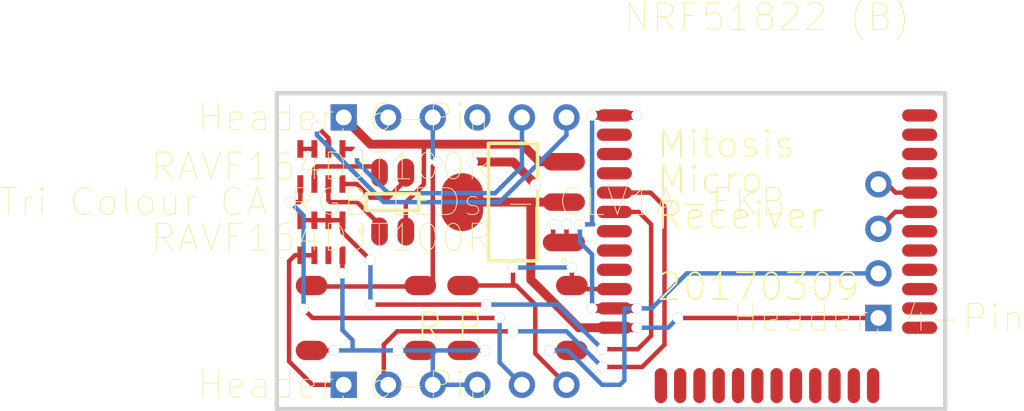
<source format=kicad_pcb>
(kicad_pcb (version 4) (host pcbnew "(2014-07-21 BZR 5016)-product")

  (general
    (links 0)
    (no_connects 0)
    (area 0 0 0 0)
    (thickness 1.6)
    (drawings 1)
    (tracks 0)
    (zones 0)
    (modules 42)
    (nets 20)
  )

  (page A4)
  (layers
    (0 F.Cu signal)

    (31 B.Cu signal)
    (32 B.Adhes user)
    (33 F.Adhes user)
    (34 B.Paste user)
    (35 F.Paste user)
    (36 B.SilkS user)
    (37 F.SilkS user)
    (38 B.Mask user)
    (39 F.Mask user)
    (40 Dwgs.User user)
    (41 Cmts.User user)
    (42 Eco1.User user)
    (43 Eco2.User user)
    (44 Edge.Cuts user)
    (45 Margin user)
    (46 B.CrtYd user)
    (47 F.CrtYd user)
    (48 B.Fab user)
    (49 F.Fab user)

  )

  (setup
    (last_trace_width 0.254)
    (trace_clearance 0.127)
    (zone_clearance 0.0144)
    (zone_45_only no)
    (trace_min 0.254)
    (segment_width 0.2)
    (edge_width 0.1)
    (via_size 0.889)
    (via_drill 0.635)
    (via_min_size 0.889)
    (via_min_drill 0.508)
    (uvia_size 0.508)
    (uvia_drill 0.127)
    (uvias_allowed no)
    (uvia_min_size 0.508)
    (uvia_min_drill 0.127)
    (pcb_text_width 0.3)
    (pcb_text_size 1.5 1.5)
    (mod_edge_width 0.15)
    (mod_text_size 1 1)
    (mod_text_width 0.15)
    (pad_size 1.5 1.5)
    (pad_drill 0.6)
    (pad_to_mask_clearance 0)
    (aux_axis_origin 0 0)
    (visible_elements 7FFFF77F)
    (pcbplotparams
      (layerselection 262143)
      (usegerberextensions false)
      (excludeedgelayer true)
      (linewidth 0.100000)
      (plotframeref false)
      (viasonmask false)
      (mode 1)
      (useauxorigin false)
      (hpglpennumber 1)
      (hpglpenspeed 20)
      (hpglpendiameter 15)
      (hpglpenoverlay 2)
      (psnegative false)
      (psa4output false)
      (plotreference true)
      (plotvalue true)
      (plotinvisibletext false)
      (padsonsilk false)
      (subtractmaskfromsilk false)
      (outputformat 1)
      (mirror false)
      (drillshape 0)
      (scaleselection 1)
      (outputdirectory "GerberOutput/"))
  )

  (net 0 "")
  (net 1 "Net1")
  (net 2 "R-A2")
  (net 3 "B-A3")
  (net 4 "P-D3")
  (net 5 "G-D2")
  (net 6 "TXO")
  (net 7 "TXO_DIV")
  (net 8 "NetR2_5")
  (net 9 "G")
  (net 10 "B")
  (net 11 "R")
  (net 12 "GND")
  (net 13 "SWCLK")
  (net 14 "SWDIO")
  (net 15 "VCC")
  (net 16 "RST")
  (net 17 "RXI")
  (net 18 "VIN")
  (net 19 "5V0")

  
  (net_class Default "This is the default net class."
    (clearance 0.254)
    (trace_width 0.254)
    (via_dia 0.889)
    (via_drill 0.635)
    (uvia_dia 0.508)
    (uvia_drill 0.127)
	(add_net Net1)
  )
  
#ComponentBodies#0: 0C08030000390C00FFFFFFFF0600FFFFFFFF0000000000 V7_LAYER=MECHANICAL1|NAME= |KIND=0|SUBPOLYINDEX=-1|UNIONINDEX=0|ARCRESOLUTION=0.5mil|ISSHAPEBASED=FALSE|STANDOFFHEIGHT=0mil|OVERALLHEIGHT=47.2441mil|BODYPROJECTION=0|ARCRESOLUTION=0.5mil|BODYCOLOR3D=8421504|BODYOPACITY3D=1.000|IDENTIFIER=|TEXTURE=|TEXTURECENTERX=0mil|TEXTURECENTERY=0mil|TEXTURESIZEX=0mil|TEXTURESIZEY=0mil|TEXTUREROTATION= 3.60000000000000E+0002|MODELID={6772C8FB-DBF2-48A0-AB1E-99E5D4846B53}|MODEL.CHECKSUM=2027993550|MODEL.EMBED=FALSE|MODEL.2D.X=3015mil|MODEL.2D.Y=2950mil|MODEL.2D.ROTATION=0.000|MODEL.3D.ROTX=0.000|MODEL.3D.ROTY=0.000|MODEL.3D.ROTZ=0.000|MODEL.3D.DZ=0mil|MODEL.SNAPCOUNT=0|MODEL.MODELTYPE=0|MODEL.EXTRUDED.MINZ=0mil|MODEL.EXTRUDED.MAXZ=47.2441mil
#$pads{6}
#ComponentBodies#1: 0C1B030000390C00FFFFFFFF0600FFFFFFFF0000000000 V7_LAYER=MECHANICAL1|NAME= |KIND=0|SUBPOLYINDEX=-1|UNIONINDEX=0|ARCRESOLUTION=0.5mil|ISSHAPEBASED=FALSE|STANDOFFHEIGHT=0mil|OVERALLHEIGHT=62.9921mil|BODYPROJECTION=0|ARCRESOLUTION=0.5mil|BODYCOLOR3D=32896|BODYOPACITY3D=1.000|IDENTIFIER=|TEXTURE=|TEXTURECENTERX=0mil|TEXTURECENTERY=0mil|TEXTURESIZEX=0mil|TEXTURESIZEY=0mil|TEXTUREROTATION= 3.60000000000000E+0002|MODELID={DBC80EE4-D305-4202-A878-B4946282352B}|MODEL.CHECKSUM=2680127240|MODEL.EMBED=FALSE|MODEL.2D.X=3014.9995mil|MODEL.2D.Y=2949.999mil|MODEL.2D.ROTATION=0.000|MODEL.3D.ROTX=0.000|MODEL.3D.ROTY=0.000|MODEL.3D.ROTZ=360.000|MODEL.3D.DZ=0mil|MODEL.SNAPCOUNT=0|MODEL.MODELTYPE=2|MODEL.CYLINDER.RADIUS=43.3071mil|MODEL.CYLINDER.HEIGHT=62.9921mil
#$pads{6}
#ComponentBodies#2: 0C08030000390C00FFFFFFFF0700FFFFFFFF0000000000 V7_LAYER=MECHANICAL1|NAME= |KIND=0|SUBPOLYINDEX=-1|UNIONINDEX=0|ARCRESOLUTION=0.5mil|ISSHAPEBASED=FALSE|STANDOFFHEIGHT=0mil|OVERALLHEIGHT=47.2441mil|BODYPROJECTION=0|ARCRESOLUTION=0.5mil|BODYCOLOR3D=8421504|BODYOPACITY3D=1.000|IDENTIFIER=|TEXTURE=|TEXTURECENTERX=0mil|TEXTURECENTERY=0mil|TEXTURESIZEX=0mil|TEXTURESIZEY=0mil|TEXTUREROTATION= 3.60000000000000E+0002|MODELID={6772C8FB-DBF2-48A0-AB1E-99E5D4846B53}|MODEL.CHECKSUM=2027993550|MODEL.EMBED=FALSE|MODEL.2D.X=2675mil|MODEL.2D.Y=2950mil|MODEL.2D.ROTATION=0.000|MODEL.3D.ROTX=0.000|MODEL.3D.ROTY=0.000|MODEL.3D.ROTZ=0.000|MODEL.3D.DZ=0mil|MODEL.SNAPCOUNT=0|MODEL.MODELTYPE=0|MODEL.EXTRUDED.MINZ=0mil|MODEL.EXTRUDED.MAXZ=47.2441mil
#$pads{7}
#ComponentBodies#3: 0C1B030000390C00FFFFFFFF0700FFFFFFFF0000000000 V7_LAYER=MECHANICAL1|NAME= |KIND=0|SUBPOLYINDEX=-1|UNIONINDEX=0|ARCRESOLUTION=0.5mil|ISSHAPEBASED=FALSE|STANDOFFHEIGHT=0mil|OVERALLHEIGHT=62.9921mil|BODYPROJECTION=0|ARCRESOLUTION=0.5mil|BODYCOLOR3D=32896|BODYOPACITY3D=1.000|IDENTIFIER=|TEXTURE=|TEXTURECENTERX=0mil|TEXTURECENTERY=0mil|TEXTURESIZEX=0mil|TEXTURESIZEY=0mil|TEXTUREROTATION= 3.60000000000000E+0002|MODELID={DBC80EE4-D305-4202-A878-B4946282352B}|MODEL.CHECKSUM=2680127240|MODEL.EMBED=FALSE|MODEL.2D.X=2674.9995mil|MODEL.2D.Y=2949.999mil|MODEL.2D.ROTATION=0.000|MODEL.3D.ROTX=0.000|MODEL.3D.ROTY=0.000|MODEL.3D.ROTZ=360.000|MODEL.3D.DZ=0mil|MODEL.SNAPCOUNT=0|MODEL.MODELTYPE=2|MODEL.CYLINDER.RADIUS=43.3071mil|MODEL.CYLINDER.HEIGHT=62.9921mil
#$pads{7}
#ComponentBodies#4: 0C58030000390C00FFFFFFFF0300FFFFFFFF0000000000 V7_LAYER=MECHANICAL1|NAME= |KIND=0|SUBPOLYINDEX=-1|UNIONINDEX=0|ARCRESOLUTION=0.5mil|ISSHAPEBASED=FALSE|STANDOFFHEIGHT=0mil|OVERALLHEIGHT=86.6142mil|BODYPROJECTION=0|ARCRESOLUTION=0.5mil|BODYCOLOR3D=16777215|BODYOPACITY3D=1.000|IDENTIFIER=65,52,65,48,53,48,50,45,77,79,68,73,70,89,45,49,49,48,54,95,65,83,77|TEXTURE=|TEXTURECENTERX=0mil|TEXTURECENTERY=0mil|TEXTURESIZEX=0mil|TEXTURESIZEY=0mil|TEXTUREROTATION= 9.00000000000000E+0001|MODELID={74304284-2270-4FF1-BE2D-7018E0F7128B}|MODEL.CHECKSUM=2680474368|MODEL.EMBED=FALSE|MODEL.2D.X=2735mil|MODEL.2D.Y=3210mil|MODEL.2D.ROTATION=0.000|MODEL.3D.ROTX=0.000|MODEL.3D.ROTY=0.000|MODEL.3D.ROTZ=90.000|MODEL.3D.DZ=0mil|MODEL.SNAPCOUNT=0|MODEL.MODELTYPE=2|MODEL.CYLINDER.RADIUS=39.3701mil|MODEL.CYLINDER.HEIGHT=86.6142mil
#$pads{3}
#ComponentBodies#5: 0C48030000390C00FFFFFFFF0400FFFFFFFF0000000000 V7_LAYER=MECHANICAL1|NAME= |KIND=0|SUBPOLYINDEX=-1|UNIONINDEX=0|ARCRESOLUTION=0.5mil|ISSHAPEBASED=FALSE|STANDOFFHEIGHT=0mil|OVERALLHEIGHT=43.3071mil|BODYPROJECTION=0|ARCRESOLUTION=0.5mil|BODYCOLOR3D=134408|BODYOPACITY3D=1.000|IDENTIFIER=99,45,53,45,49,55,51,52,53,57,50,45,48,45,98,45,51,100|TEXTURE=|TEXTURECENTERX=0mil|TEXTURECENTERY=0mil|TEXTURESIZEX=53.937mil|TEXTURESIZEY=39.3701mil|TEXTUREROTATION= 1.80000000000000E+0002|MODELID={B1273303-5F75-4212-9EFF-6F962F2EEF19}|MODEL.CHECKSUM=2031526303|MODEL.EMBED=FALSE|MODEL.2D.X=2575mil|MODEL.2D.Y=3130mil|MODEL.2D.ROTATION=0.000|MODEL.3D.ROTX=0.000|MODEL.3D.ROTY=0.000|MODEL.3D.ROTZ=0.000|MODEL.3D.DZ=0mil|MODEL.SNAPCOUNT=0|MODEL.MODELTYPE=0|MODEL.EXTRUDED.MINZ=0mil|MODEL.EXTRUDED.MAXZ=43.3071mil
#$pads{4}
#ComponentBodies#6: 0C48030000390C00FFFFFFFF0500FFFFFFFF0000000000 V7_LAYER=MECHANICAL1|NAME= |KIND=0|SUBPOLYINDEX=-1|UNIONINDEX=0|ARCRESOLUTION=0.5mil|ISSHAPEBASED=FALSE|STANDOFFHEIGHT=0mil|OVERALLHEIGHT=43.3071mil|BODYPROJECTION=0|ARCRESOLUTION=0.5mil|BODYCOLOR3D=134408|BODYOPACITY3D=1.000|IDENTIFIER=99,45,53,45,49,55,51,52,53,57,50,45,48,45,98,45,51,100|TEXTURE=|TEXTURECENTERX=0mil|TEXTURECENTERY=0mil|TEXTURESIZEX=53.937mil|TEXTURESIZEY=39.3701mil|TEXTUREROTATION= 1.80000000000000E+0002|MODELID={B1273303-5F75-4212-9EFF-6F962F2EEF19}|MODEL.CHECKSUM=2031526303|MODEL.EMBED=FALSE|MODEL.2D.X=2575mil|MODEL.2D.Y=3290mil|MODEL.2D.ROTATION=0.000|MODEL.3D.ROTX=0.000|MODEL.3D.ROTY=0.000|MODEL.3D.ROTZ=0.000|MODEL.3D.DZ=0mil|MODEL.SNAPCOUNT=0|MODEL.MODELTYPE=0|MODEL.EXTRUDED.MINZ=0mil|MODEL.EXTRUDED.MAXZ=43.3071mil
#$pads{5}
#ComponentBodies#7: 0C0D030000450C00FFFFFFFF0300FFFFFFFF0000000000 V7_LAYER=MECHANICAL13|NAME= |KIND=0|SUBPOLYINDEX=-1|UNIONINDEX=0|ARCRESOLUTION=0.5mil|ISSHAPEBASED=FALSE|STANDOFFHEIGHT=0mil|OVERALLHEIGHT=82.6772mil|BODYPROJECTION=0|ARCRESOLUTION=0.5mil|BODYCOLOR3D=0|BODYOPACITY3D=1.000|IDENTIFIER=|TEXTURE=|TEXTURECENTERX=0mil|TEXTURECENTERY=0mil|TEXTURESIZEX=0mil|TEXTURESIZEY=0mil|TEXTUREROTATION= 9.00000000000000E+0001|MODELID={0931E498-A03F-4460-99BB-39B7344491CA}|MODEL.CHECKSUM=2005844383|MODEL.EMBED=FALSE|MODEL.2D.X=2734.9999mil|MODEL.2D.Y=3209.9999mil|MODEL.2D.ROTATION=0.000|MODEL.3D.ROTX=0.000|MODEL.3D.ROTY=0.000|MODEL.3D.ROTZ=0.000|MODEL.3D.DZ=0mil|MODEL.SNAPCOUNT=0|MODEL.MODELTYPE=0|MODEL.EXTRUDED.MINZ=0mil|MODEL.EXTRUDED.MAXZ=82.6772mil
#$pads{3}
#ComponentBodies#8: 0C27030000450C00FFFFFFFF0800FFFFFFFF0000000000 V7_LAYER=MECHANICAL13|NAME= |KIND=0|SUBPOLYINDEX=-1|UNIONINDEX=0|ARCRESOLUTION=0.5mil|ISSHAPEBASED=FALSE|STANDOFFHEIGHT=0.7874mil|OVERALLHEIGHT=70.8661mil|BODYPROJECTION=0|ARCRESOLUTION=0.5mil|BODYCOLOR3D=8421504|BODYOPACITY3D=1.000|IDENTIFIER=|TEXTURE=|TEXTURECENTERX=0.0001mil|TEXTURECENTERY=0.0001mil|TEXTURESIZEX=0mil|TEXTURESIZEY=0mil|TEXTUREROTATION= 1.80000000000000E+0002|MODELID={D48F2E74-A137-4EED-92C2-85030003196D}|MODEL.CHECKSUM=2014069915|MODEL.EMBED=FALSE|MODEL.2D.X=3004.9999mil|MODEL.2D.Y=3209.9999mil|MODEL.2D.ROTATION=0.000|MODEL.3D.ROTX=0.000|MODEL.3D.ROTY=0.000|MODEL.3D.ROTZ=0.000|MODEL.3D.DZ=0mil|MODEL.SNAPCOUNT=0|MODEL.MODELTYPE=0|MODEL.EXTRUDED.MINZ=0.7874mil|MODEL.EXTRUDED.MAXZ=70.8661mil
#$pads{8}
#ComponentBodies#9: 0C22030000470C00FFFFFFFF0000FFFFFFFF0000000000 V7_LAYER=MECHANICAL15|NAME= |KIND=0|SUBPOLYINDEX=-1|UNIONINDEX=0|ARCRESOLUTION=0.5mil|ISSHAPEBASED=FALSE|STANDOFFHEIGHT=0mil|OVERALLHEIGHT=39.3701mil|BODYPROJECTION=0|ARCRESOLUTION=0.5mil|BODYCOLOR3D=10092544|BODYOPACITY3D=1.000|IDENTIFIER=|TEXTURE=|TEXTURECENTERX=0mil|TEXTURECENTERY=0mil|TEXTURESIZEX=452.7559mil|TEXTURESIZEY=291.3386mil|TEXTUREROTATION= 9.00000000000000E+0001|MODELID={AAD19B22-5EE7-4D29-ABDB-87B5B47DBBDC}|MODEL.CHECKSUM=2044747025|MODEL.EMBED=FALSE|MODEL.2D.X=3574.9999mil|MODEL.2D.Y=3215.5512mil|MODEL.2D.ROTATION=0.000|MODEL.3D.ROTX=0.000|MODEL.3D.ROTY=0.000|MODEL.3D.ROTZ=0.000|MODEL.3D.DZ=0mil|MODEL.SNAPCOUNT=0|MODEL.MODELTYPE=0|MODEL.EXTRUDED.MINZ=0mil|MODEL.EXTRUDED.MAXZ=39.3701mil
#$pads{0}
#ComponentBodies#10: 0C27030000470C00FFFFFFFF0000FFFFFFFF0000000000 V7_LAYER=MECHANICAL15|NAME= |KIND=0|SUBPOLYINDEX=-1|UNIONINDEX=0|ARCRESOLUTION=0.5mil|ISSHAPEBASED=FALSE|STANDOFFHEIGHT=39.3701mil|OVERALLHEIGHT=70.8661mil|BODYPROJECTION=0|ARCRESOLUTION=0.5mil|BODYCOLOR3D=0|BODYOPACITY3D=1.000|IDENTIFIER=|TEXTURE=|TEXTURECENTERX=0mil|TEXTURECENTERY=0mil|TEXTURESIZEX=452.7559mil|TEXTURESIZEY=291.3386mil|TEXTUREROTATION= 9.00000000000000E+0001|MODELID={E47A1918-6CA1-44D2-ABDF-233E95533515}|MODEL.CHECKSUM=1983331539|MODEL.EMBED=FALSE|MODEL.2D.X=3602.5627mil|MODEL.2D.Y=3199.8073mil|MODEL.2D.ROTATION=0.000|MODEL.3D.ROTX=0.000|MODEL.3D.ROTY=0.000|MODEL.3D.ROTZ=0.000|MODEL.3D.DZ=0mil|MODEL.SNAPCOUNT=0|MODEL.MODELTYPE=0|MODEL.EXTRUDED.MINZ=39.3701mil|MODEL.EXTRUDED.MAXZ=70.8661mil
#$pads{0}
#Now handling Shape Based Bodies ...
#ShapeBasedComponentBodies#0: 390C00FFFFFFFF0600FFFFFFFF0000000000AE02000056375F4C415945523D4D454348414E4943414C317C4E414D453D207C4B494E443D307C535542504F4C59494E4445583D2D317C554E494F4E494E4445583D307C4152435245534F4C5554494F4E3D302E356D696C7C4953534841504542415345443D46414C53457C5354414E444F46464845494748543D306D696C7C4F564552414C4C4845494748543D34372E323434316D696C7C424F445950524F4A454354494F4E3D307C4152435245534F4C5554494F4E3D302E356D696C7C424F4459434F4C4F5233443D383432313530347C424F44594F50414349545933443D312E3030307C4944454E5449464945523D7C544558545552453D7C5445585455524543454E544552583D306D696C7C5445585455524543454E544552593D306D696C7C5445585455524553495A45583D306D696C7C5445585455524553495A45593D306D696C7C54455854555245524F544154494F4E3D20332E3630303030303030303030303030452B303030327C4D4F44454C49443D7B36373732433846422D444246322D343841302D414231452D3939453544343834364235337D7C4D4F44454C2E434845434B53554D3D323032373939333535307C4D4F44454C2E454D4245443D46414C53457C4D4F44454C2E32442E583D333031356D696C7C4D4F44454C2E32442E593D323935306D696C7C4D4F44454C2E32442E524F544154494F4E3D302E3030307C4D4F44454C2E33442E524F54583D302E3030307C4D4F44454C2E33442E524F54593D302E3030307C4D4F44454C2E33442E524F545A3D302E3030307C4D4F44454C2E33442E445A3D306D696C7C4D4F44454C2E534E4150434F554E543D307C4D4F44454C2E4D4F44454C545950453D307C4D4F44454C2E45585452554445442E4D494E5A3D306D696C7C4D4F44454C2E45585452554445442E4D41585A3D34372E323434316D696C000400000000EA6EBC01E6C0D1010000000000000000000000000000000000000000000000000000000000F6ABDB01E6C0D1010000000000000000000000000000000000000000000000000000000000F6ABDB01DA83B2010000000000000000000000000000000000000000000000000000000000EA6EBC01DA83B2010000000000000000000000000000000000000000000000000000000000EA6EBC01E6C0D101000000000000000000000000000000000000000000000000000000
# 390C00FFFFFFFF0600FFFFFFFF0000000000
#Text:V7_LAYER=MECHANICAL1|NAME= |KIND=0|SUBPOLYINDEX=-1|UNIONINDEX=0|ARCRESOLUTION=0.5mil|ISSHAPEBASED=FALSE|STANDOFFHEIGHT=0mil|OVERALLHEIGHT=47.2441mil|BODYPROJECTION=0|ARCRESOLUTION=0.5mil|BODYCOLOR3D=8421504|BODYOPACITY3D=1.000|IDENTIFIER=|TEXTURE=|TEXTURECENTERX=0mil|TEXTURECENTERY=0mil|TEXTURESIZEX=0mil|TEXTURESIZEY=0mil|TEXTUREROTATION= 3.60000000000000E+0002|MODELID={6772C8FB-DBF2-48A0-AB1E-99E5D4846B53}|MODEL.CHECKSUM=2027993550|MODEL.EMBED=FALSE|MODEL.2D.X=3015mil|MODEL.2D.Y=2950mil|MODEL.2D.ROTATION=0.000|MODEL.3D.ROTX=0.000|MODEL.3D.ROTY=0.000|MODEL.3D.ROTZ=0.000|MODEL.3D.DZ=0mil|MODEL.SNAPCOUNT=0|MODEL.MODELTYPE=0|MODEL.EXTRUDED.MINZ=0mil|MODEL.EXTRUDED.MAXZ=47.2441mil
#ncoords: 4
#ShapeBasedAdhesiveLine
(gr_line (start 73.98100 -77.53000) (end 79.18100 -77.53000) (angle 90) (layer F.CrtYd) (width 0.2))
#ShapeBasedAdhesiveLine
(gr_line (start 79.18100 -77.53000) (end 79.18100 -72.33000) (angle 90) (layer F.CrtYd) (width 0.2))
#ShapeBasedAdhesiveLine
(gr_line (start 79.18100 -72.33000) (end 73.98100 -72.33000) (angle 90) (layer F.CrtYd) (width 0.2))
#ShapeBasedAdhesiveLine
(gr_line (start 73.98100 -72.33000) (end 73.98100 -77.53000) (angle 90) (layer F.CrtYd) (width 0.2))
#ShapeBasedComponentBodies#1: 390C00FFFFFFFF0600FFFFFFFF0000000000C102000056375F4C415945523D4D454348414E4943414C317C4E414D453D207C4B494E443D307C535542504F4C59494E4445583D2D317C554E494F4E494E4445583D307C4152435245534F4C5554494F4E3D302E356D696C7C4953534841504542415345443D46414C53457C5354414E444F46464845494748543D306D696C7C4F564552414C4C4845494748543D36322E393932316D696C7C424F445950524F4A454354494F4E3D307C4152435245534F4C5554494F4E3D302E356D696C7C424F4459434F4C4F5233443D33323839367C424F44594F50414349545933443D312E3030307C4944454E5449464945523D7C544558545552453D7C5445585455524543454E544552583D306D696C7C5445585455524543454E544552593D306D696C7C5445585455524553495A45583D306D696C7C5445585455524553495A45593D306D696C7C54455854555245524F544154494F4E3D20332E3630303030303030303030303030452B303030327C4D4F44454C49443D7B44424338304545342D443330352D343230322D413837382D4234393436323832333532427D7C4D4F44454C2E434845434B53554D3D323638303132373234307C4D4F44454C2E454D4245443D46414C53457C4D4F44454C2E32442E583D333031342E393939356D696C7C4D4F44454C2E32442E593D323934392E3939396D696C7C4D4F44454C2E32442E524F544154494F4E3D302E3030307C4D4F44454C2E33442E524F54583D302E3030307C4D4F44454C2E33442E524F54593D302E3030307C4D4F44454C2E33442E524F545A3D3336302E3030307C4D4F44454C2E33442E445A3D306D696C7C4D4F44454C2E534E4150434F554E543D307C4D4F44454C2E4D4F44454C545950453D327C4D4F44454C2E43594C494E4445522E5241444955533D34332E333037316D696C7C4D4F44454C2E43594C494E4445522E4845494748543D36322E393932316D696C000400000000307FC501208ABB01000000000000000000000000000000000000000000000000000000000030A9D201208ABB01000000000000000000000000000000000000000000000000000000000030A9D201E0BAC8010000000000000000000000000000000000000000000000000000000000307FC501E0BAC8010000000000000000000000000000000000000000000000000000000000307FC501208ABB01000000000000000000000000000000000000000000000000000000
# 390C00FFFFFFFF0600FFFFFFFF0000000000
#Text:V7_LAYER=MECHANICAL1|NAME= |KIND=0|SUBPOLYINDEX=-1|UNIONINDEX=0|ARCRESOLUTION=0.5mil|ISSHAPEBASED=FALSE|STANDOFFHEIGHT=0mil|OVERALLHEIGHT=62.9921mil|BODYPROJECTION=0|ARCRESOLUTION=0.5mil|BODYCOLOR3D=32896|BODYOPACITY3D=1.000|IDENTIFIER=|TEXTURE=|TEXTURECENTERX=0mil|TEXTURECENTERY=0mil|TEXTURESIZEX=0mil|TEXTURESIZEY=0mil|TEXTUREROTATION= 3.60000000000000E+0002|MODELID={DBC80EE4-D305-4202-A878-B4946282352B}|MODEL.CHECKSUM=2680127240|MODEL.EMBED=FALSE|MODEL.2D.X=3014.9995mil|MODEL.2D.Y=2949.999mil|MODEL.2D.ROTATION=0.000|MODEL.3D.ROTX=0.000|MODEL.3D.ROTY=0.000|MODEL.3D.ROTZ=360.000|MODEL.3D.DZ=0mil|MODEL.SNAPCOUNT=0|MODEL.MODELTYPE=2|MODEL.CYLINDER.RADIUS=43.3071mil|MODEL.CYLINDER.HEIGHT=62.9921mil
#ncoords: 4
#ShapeBasedAdhesiveLine
(gr_line (start 75.48973 -73.83223) (end 77.68104 -73.83223) (angle 90) (layer F.CrtYd) (width 0.2))
#ShapeBasedAdhesiveLine
(gr_line (start 77.68104 -73.83223) (end 77.68104 -76.02793) (angle 90) (layer F.CrtYd) (width 0.2))
#ShapeBasedAdhesiveLine
(gr_line (start 77.68104 -76.02793) (end 75.48973 -76.02793) (angle 90) (layer F.CrtYd) (width 0.2))
#ShapeBasedAdhesiveLine
(gr_line (start 75.48973 -76.02793) (end 75.48973 -73.83223) (angle 90) (layer F.CrtYd) (width 0.2))
#ShapeBasedComponentBodies#2: 390C00FFFFFFFF0700FFFFFFFF0000000000AE02000056375F4C415945523D4D454348414E4943414C317C4E414D453D207C4B494E443D307C535542504F4C59494E4445583D2D317C554E494F4E494E4445583D307C4152435245534F4C5554494F4E3D302E356D696C7C4953534841504542415345443D46414C53457C5354414E444F46464845494748543D306D696C7C4F564552414C4C4845494748543D34372E323434316D696C7C424F445950524F4A454354494F4E3D307C4152435245534F4C5554494F4E3D302E356D696C7C424F4459434F4C4F5233443D383432313530347C424F44594F50414349545933443D312E3030307C4944454E5449464945523D7C544558545552453D7C5445585455524543454E544552583D306D696C7C5445585455524543454E544552593D306D696C7C5445585455524553495A45583D306D696C7C5445585455524553495A45593D306D696C7C54455854555245524F544154494F4E3D20332E3630303030303030303030303030452B303030327C4D4F44454C49443D7B36373732433846422D444246322D343841302D414231452D3939453544343834364235337D7C4D4F44454C2E434845434B53554D3D323032373939333535307C4D4F44454C2E454D4245443D46414C53457C4D4F44454C2E32442E583D323637356D696C7C4D4F44454C2E32442E593D323935306D696C7C4D4F44454C2E32442E524F544154494F4E3D302E3030307C4D4F44454C2E33442E524F54583D302E3030307C4D4F44454C2E33442E524F54593D302E3030307C4D4F44454C2E33442E524F545A3D302E3030307C4D4F44454C2E33442E445A3D306D696C7C4D4F44454C2E534E4150434F554E543D307C4D4F44454C2E4D4F44454C545950453D307C4D4F44454C2E45585452554445442E4D494E5A3D306D696C7C4D4F44454C2E45585452554445442E4D41585A3D34372E323434316D696C000400000000AA8D8801E6C0D1010000000000000000000000000000000000000000000000000000000000B6CAA701E6C0D1010000000000000000000000000000000000000000000000000000000000B6CAA701DA83B2010000000000000000000000000000000000000000000000000000000000AA8D8801DA83B2010000000000000000000000000000000000000000000000000000000000AA8D8801E6C0D101000000000000000000000000000000000000000000000000000000
# 390C00FFFFFFFF0700FFFFFFFF0000000000
#Text:V7_LAYER=MECHANICAL1|NAME= |KIND=0|SUBPOLYINDEX=-1|UNIONINDEX=0|ARCRESOLUTION=0.5mil|ISSHAPEBASED=FALSE|STANDOFFHEIGHT=0mil|OVERALLHEIGHT=47.2441mil|BODYPROJECTION=0|ARCRESOLUTION=0.5mil|BODYCOLOR3D=8421504|BODYOPACITY3D=1.000|IDENTIFIER=|TEXTURE=|TEXTURECENTERX=0mil|TEXTURECENTERY=0mil|TEXTURESIZEX=0mil|TEXTURESIZEY=0mil|TEXTUREROTATION= 3.60000000000000E+0002|MODELID={6772C8FB-DBF2-48A0-AB1E-99E5D4846B53}|MODEL.CHECKSUM=2027993550|MODEL.EMBED=FALSE|MODEL.2D.X=2675mil|MODEL.2D.Y=2950mil|MODEL.2D.ROTATION=0.000|MODEL.3D.ROTX=0.000|MODEL.3D.ROTY=0.000|MODEL.3D.ROTZ=0.000|MODEL.3D.DZ=0mil|MODEL.SNAPCOUNT=0|MODEL.MODELTYPE=0|MODEL.EXTRUDED.MINZ=0mil|MODEL.EXTRUDED.MAXZ=47.2441mil
#ncoords: 4
#ShapeBasedAdhesiveLine
(gr_line (start 65.34500 -77.53000) (end 70.54500 -77.53000) (angle 90) (layer F.CrtYd) (width 0.2))
#ShapeBasedAdhesiveLine
(gr_line (start 70.54500 -77.53000) (end 70.54500 -72.33000) (angle 90) (layer F.CrtYd) (width 0.2))
#ShapeBasedAdhesiveLine
(gr_line (start 70.54500 -72.33000) (end 65.34500 -72.33000) (angle 90) (layer F.CrtYd) (width 0.2))
#ShapeBasedAdhesiveLine
(gr_line (start 65.34500 -72.33000) (end 65.34500 -77.53000) (angle 90) (layer F.CrtYd) (width 0.2))
#ShapeBasedComponentBodies#3: 390C00FFFFFFFF0700FFFFFFFF0000000000C102000056375F4C415945523D4D454348414E4943414C317C4E414D453D207C4B494E443D307C535542504F4C59494E4445583D2D317C554E494F4E494E4445583D307C4152435245534F4C5554494F4E3D302E356D696C7C4953534841504542415345443D46414C53457C5354414E444F46464845494748543D306D696C7C4F564552414C4C4845494748543D36322E393932316D696C7C424F445950524F4A454354494F4E3D307C4152435245534F4C5554494F4E3D302E356D696C7C424F4459434F4C4F5233443D33323839367C424F44594F50414349545933443D312E3030307C4944454E5449464945523D7C544558545552453D7C5445585455524543454E544552583D306D696C7C5445585455524543454E544552593D306D696C7C5445585455524553495A45583D306D696C7C5445585455524553495A45593D306D696C7C54455854555245524F544154494F4E3D20332E3630303030303030303030303030452B303030327C4D4F44454C49443D7B44424338304545342D443330352D343230322D413837382D4234393436323832333532427D7C4D4F44454C2E434845434B53554D3D323638303132373234307C4D4F44454C2E454D4245443D46414C53457C4D4F44454C2E32442E583D323637342E393939356D696C7C4D4F44454C2E32442E593D323934392E3939396D696C7C4D4F44454C2E32442E524F544154494F4E3D302E3030307C4D4F44454C2E33442E524F54583D302E3030307C4D4F44454C2E33442E524F54593D302E3030307C4D4F44454C2E33442E524F545A3D3336302E3030307C4D4F44454C2E33442E445A3D306D696C7C4D4F44454C2E534E4150434F554E543D307C4D4F44454C2E4D4F44454C545950453D327C4D4F44454C2E43594C494E4445522E5241444955533D34332E333037316D696C7C4D4F44454C2E43594C494E4445522E4845494748543D36322E393932316D696C000400000000F09D9101208ABB010000000000000000000000000000000000000000000000000000000000F0C79E01208ABB010000000000000000000000000000000000000000000000000000000000F0C79E01E0BAC8010000000000000000000000000000000000000000000000000000000000F09D9101E0BAC8010000000000000000000000000000000000000000000000000000000000F09D9101208ABB01000000000000000000000000000000000000000000000000000000
# 390C00FFFFFFFF0700FFFFFFFF0000000000
#Text:V7_LAYER=MECHANICAL1|NAME= |KIND=0|SUBPOLYINDEX=-1|UNIONINDEX=0|ARCRESOLUTION=0.5mil|ISSHAPEBASED=FALSE|STANDOFFHEIGHT=0mil|OVERALLHEIGHT=62.9921mil|BODYPROJECTION=0|ARCRESOLUTION=0.5mil|BODYCOLOR3D=32896|BODYOPACITY3D=1.000|IDENTIFIER=|TEXTURE=|TEXTURECENTERX=0mil|TEXTURECENTERY=0mil|TEXTURESIZEX=0mil|TEXTURESIZEY=0mil|TEXTUREROTATION= 3.60000000000000E+0002|MODELID={DBC80EE4-D305-4202-A878-B4946282352B}|MODEL.CHECKSUM=2680127240|MODEL.EMBED=FALSE|MODEL.2D.X=2674.9995mil|MODEL.2D.Y=2949.999mil|MODEL.2D.ROTATION=0.000|MODEL.3D.ROTX=0.000|MODEL.3D.ROTY=0.000|MODEL.3D.ROTZ=360.000|MODEL.3D.DZ=0mil|MODEL.SNAPCOUNT=0|MODEL.MODELTYPE=2|MODEL.CYLINDER.RADIUS=43.3071mil|MODEL.CYLINDER.HEIGHT=62.9921mil
#ncoords: 4
#ShapeBasedAdhesiveLine
(gr_line (start 66.85373 -73.83223) (end 69.04504 -73.83223) (angle 90) (layer F.CrtYd) (width 0.2))
#ShapeBasedAdhesiveLine
(gr_line (start 69.04504 -73.83223) (end 69.04504 -76.02793) (angle 90) (layer F.CrtYd) (width 0.2))
#ShapeBasedAdhesiveLine
(gr_line (start 69.04504 -76.02793) (end 66.85373 -76.02793) (angle 90) (layer F.CrtYd) (width 0.2))
#ShapeBasedAdhesiveLine
(gr_line (start 66.85373 -76.02793) (end 66.85373 -73.83223) (angle 90) (layer F.CrtYd) (width 0.2))
#ShapeBasedComponentBodies#4: 390C00FFFFFFFF0300FFFFFFFF0000000000FE02000056375F4C415945523D4D454348414E4943414C317C4E414D453D207C4B494E443D307C535542504F4C59494E4445583D2D317C554E494F4E494E4445583D307C4152435245534F4C5554494F4E3D302E356D696C7C4953534841504542415345443D46414C53457C5354414E444F46464845494748543D306D696C7C4F564552414C4C4845494748543D38362E363134326D696C7C424F445950524F4A454354494F4E3D307C4152435245534F4C5554494F4E3D302E356D696C7C424F4459434F4C4F5233443D31363737373231357C424F44594F50414349545933443D312E3030307C4944454E5449464945523D36352C35322C36352C34382C35332C34382C35302C34352C37372C37392C36382C37332C37302C38392C34352C34392C34392C34382C35342C39352C36352C38332C37377C544558545552453D7C5445585455524543454E544552583D306D696C7C5445585455524543454E544552593D306D696C7C5445585455524553495A45583D306D696C7C5445585455524553495A45593D306D696C7C54455854555245524F544154494F4E3D20392E3030303030303030303030303030452B303030317C4D4F44454C49443D7B37343330343238342D323237302D344646312D424532442D3730313845304637313238427D7C4D4F44454C2E434845434B53554D3D323638303437343336387C4D4F44454C2E454D4245443D46414C53457C4D4F44454C2E32442E583D323733356D696C7C4D4F44454C2E32442E593D333231306D696C7C4D4F44454C2E32442E524F544154494F4E3D302E3030307C4D4F44454C2E33442E524F54583D302E3030307C4D4F44454C2E33442E524F54593D302E3030307C4D4F44454C2E33442E524F545A3D39302E3030307C4D4F44454C2E33442E445A3D306D696C7C4D4F44454C2E534E4150434F554E543D307C4D4F44454C2E4D4F44454C545950453D327C4D4F44454C2E43594C494E4445522E5241444955533D33392E333730316D696C7C4D4F44454C2E43594C494E4445522E4845494748543D38362E363134326D696C000400000000CC52A701DBD8E3010000000000000000000000000000000000000000000000000000000000CC52A70185D0EF01000000000000000000000000000000000000000000000000000000000014559B0185D0EF01000000000000000000000000000000000000000000000000000000000014559B01DBD8E3010000000000000000000000000000000000000000000000000000000000CC52A701DBD8E301000000000000000000000000000000000000000000000000000000
# 390C00FFFFFFFF0300FFFFFFFF0000000000
#Text:V7_LAYER=MECHANICAL1|NAME= |KIND=0|SUBPOLYINDEX=-1|UNIONINDEX=0|ARCRESOLUTION=0.5mil|ISSHAPEBASED=FALSE|STANDOFFHEIGHT=0mil|OVERALLHEIGHT=86.6142mil|BODYPROJECTION=0|ARCRESOLUTION=0.5mil|BODYCOLOR3D=16777215|BODYOPACITY3D=1.000|IDENTIFIER=65,52,65,48,53,48,50,45,77,79,68,73,70,89,45,49,49,48,54,95,65,83,77|TEXTURE=|TEXTURECENTERX=0mil|TEXTURECENTERY=0mil|TEXTURESIZEX=0mil|TEXTURESIZEY=0mil|TEXTUREROTATION= 9.00000000000000E+0001|MODELID={74304284-2270-4FF1-BE2D-7018E0F7128B}|MODEL.CHECKSUM=2680474368|MODEL.EMBED=FALSE|MODEL.2D.X=2735mil|MODEL.2D.Y=3210mil|MODEL.2D.ROTATION=0.000|MODEL.3D.ROTX=0.000|MODEL.3D.ROTY=0.000|MODEL.3D.ROTZ=90.000|MODEL.3D.DZ=0mil|MODEL.SNAPCOUNT=0|MODEL.MODELTYPE=2|MODEL.CYLINDER.RADIUS=39.3701mil|MODEL.CYLINDER.HEIGHT=86.6142mil
#ncoords: 4
#ShapeBasedAdhesiveLine
(gr_line (start 70.46703 -80.54188) (end 70.46703 -82.53400) (angle 90) (layer F.CrtYd) (width 0.2))
#ShapeBasedAdhesiveLine
(gr_line (start 70.46703 -82.53400) (end 68.47097 -82.53400) (angle 90) (layer F.CrtYd) (width 0.2))
#ShapeBasedAdhesiveLine
(gr_line (start 68.47097 -82.53400) (end 68.47097 -80.54188) (angle 90) (layer F.CrtYd) (width 0.2))
#ShapeBasedAdhesiveLine
(gr_line (start 68.47097 -80.54188) (end 70.46703 -80.54188) (angle 90) (layer F.CrtYd) (width 0.2))
#ShapeBasedComponentBodies#5: 390C00FFFFFFFF0400FFFFFFFF0000000000EE02000056375F4C415945523D4D454348414E4943414C317C4E414D453D207C4B494E443D307C535542504F4C59494E4445583D2D317C554E494F4E494E4445583D307C4152435245534F4C5554494F4E3D302E356D696C7C4953534841504542415345443D46414C53457C5354414E444F46464845494748543D306D696C7C4F564552414C4C4845494748543D34332E333037316D696C7C424F445950524F4A454354494F4E3D307C4152435245534F4C5554494F4E3D302E356D696C7C424F4459434F4C4F5233443D3133343430387C424F44594F50414349545933443D312E3030307C4944454E5449464945523D39392C34352C35332C34352C34392C35352C35312C35322C35332C35372C35302C34352C34382C34352C39382C34352C35312C3130307C544558545552453D7C5445585455524543454E544552583D306D696C7C5445585455524543454E544552593D306D696C7C5445585455524553495A45583D35332E3933376D696C7C5445585455524553495A45593D33392E333730316D696C7C54455854555245524F544154494F4E3D20312E3830303030303030303030303030452B303030327C4D4F44454C49443D7B42313237333330332D354637352D343231322D394546462D3646393632463245454631397D7C4D4F44454C2E434845434B53554D3D323033313532363330337C4D4F44454C2E454D4245443D46414C53457C4D4F44454C2E32442E583D323537356D696C7C4D4F44454C2E32442E593D333133306D696C7C4D4F44454C2E32442E524F544154494F4E3D302E3030307C4D4F44454C2E33442E524F54583D302E3030307C4D4F44454C2E33442E524F54593D302E3030307C4D4F44454C2E33442E524F545A3D302E3030307C4D4F44454C2E33442E445A3D306D696C7C4D4F44454C2E534E4150434F554E543D307C4D4F44454C2E4D4F44454C545950453D307C4D4F44454C2E45585452554445442E4D494E5A3D306D696C7C4D4F44454C2E45585452554445442E4D41585A3D34332E333037316D696C000400000000918692014FCBD80100000000000000000000000000000000000000000000000000000000004F4D7F014FCBD80100000000000000000000000000000000000000000000000000000000004F4D7F01F167E201000000000000000000000000000000000000000000000000000000000091869201F167E2010000000000000000000000000000000000000000000000000000000000918692014FCBD801000000000000000000000000000000000000000000000000000000
# 390C00FFFFFFFF0400FFFFFFFF0000000000
#Text:V7_LAYER=MECHANICAL1|NAME= |KIND=0|SUBPOLYINDEX=-1|UNIONINDEX=0|ARCRESOLUTION=0.5mil|ISSHAPEBASED=FALSE|STANDOFFHEIGHT=0mil|OVERALLHEIGHT=43.3071mil|BODYPROJECTION=0|ARCRESOLUTION=0.5mil|BODYCOLOR3D=134408|BODYOPACITY3D=1.000|IDENTIFIER=99,45,53,45,49,55,51,52,53,57,50,45,48,45,98,45,51,100|TEXTURE=|TEXTURECENTERX=0mil|TEXTURECENTERY=0mil|TEXTURESIZEX=53.937mil|TEXTURESIZEY=39.3701mil|TEXTUREROTATION= 1.80000000000000E+0002|MODELID={B1273303-5F75-4212-9EFF-6F962F2EEF19}|MODEL.CHECKSUM=2031526303|MODEL.EMBED=FALSE|MODEL.2D.X=2575mil|MODEL.2D.Y=3130mil|MODEL.2D.ROTATION=0.000|MODEL.3D.ROTX=0.000|MODEL.3D.ROTY=0.000|MODEL.3D.ROTZ=0.000|MODEL.3D.DZ=0mil|MODEL.SNAPCOUNT=0|MODEL.MODELTYPE=0|MODEL.EXTRUDED.MINZ=0mil|MODEL.EXTRUDED.MAXZ=43.3071mil
#ncoords: 4
#ShapeBasedAdhesiveLine
(gr_line (start 67.00500 -78.70200) (end 63.80500 -78.70200) (angle 90) (layer F.CrtYd) (width 0.2))
#ShapeBasedAdhesiveLine
(gr_line (start 63.80500 -78.70200) (end 63.80500 -80.30200) (angle 90) (layer F.CrtYd) (width 0.2))
#ShapeBasedAdhesiveLine
(gr_line (start 63.80500 -80.30200) (end 67.00500 -80.30200) (angle 90) (layer F.CrtYd) (width 0.2))
#ShapeBasedAdhesiveLine
(gr_line (start 67.00500 -80.30200) (end 67.00500 -78.70200) (angle 90) (layer F.CrtYd) (width 0.2))
#ShapeBasedComponentBodies#6: 390C00FFFFFFFF0500FFFFFFFF0000000000EE02000056375F4C415945523D4D454348414E4943414C317C4E414D453D207C4B494E443D307C535542504F4C59494E4445583D2D317C554E494F4E494E4445583D307C4152435245534F4C5554494F4E3D302E356D696C7C4953534841504542415345443D46414C53457C5354414E444F46464845494748543D306D696C7C4F564552414C4C4845494748543D34332E333037316D696C7C424F445950524F4A454354494F4E3D307C4152435245534F4C5554494F4E3D302E356D696C7C424F4459434F4C4F5233443D3133343430387C424F44594F50414349545933443D312E3030307C4944454E5449464945523D39392C34352C35332C34352C34392C35352C35312C35322C35332C35372C35302C34352C34382C34352C39382C34352C35312C3130307C544558545552453D7C5445585455524543454E544552583D306D696C7C5445585455524543454E544552593D306D696C7C5445585455524553495A45583D35332E3933376D696C7C5445585455524553495A45593D33392E333730316D696C7C54455854555245524F544154494F4E3D20312E3830303030303030303030303030452B303030327C4D4F44454C49443D7B42313237333330332D354637352D343231322D394546462D3646393632463245454631397D7C4D4F44454C2E434845434B53554D3D323033313532363330337C4D4F44454C2E454D4245443D46414C53457C4D4F44454C2E32442E583D323537356D696C7C4D4F44454C2E32442E593D333239306D696C7C4D4F44454C2E32442E524F544154494F4E3D302E3030307C4D4F44454C2E33442E524F54583D302E3030307C4D4F44454C2E33442E524F54593D302E3030307C4D4F44454C2E33442E524F545A3D302E3030307C4D4F44454C2E33442E445A3D306D696C7C4D4F44454C2E534E4150434F554E543D307C4D4F44454C2E4D4F44454C545950453D307C4D4F44454C2E45585452554445442E4D494E5A3D306D696C7C4D4F44454C2E45585452554445442E4D41585A3D34332E333037316D696C000400000000918692014F35F10100000000000000000000000000000000000000000000000000000000004F4D7F014F35F10100000000000000000000000000000000000000000000000000000000004F4D7F01F1D1FA01000000000000000000000000000000000000000000000000000000000091869201F1D1FA010000000000000000000000000000000000000000000000000000000000918692014F35F101000000000000000000000000000000000000000000000000000000
# 390C00FFFFFFFF0500FFFFFFFF0000000000
#Text:V7_LAYER=MECHANICAL1|NAME= |KIND=0|SUBPOLYINDEX=-1|UNIONINDEX=0|ARCRESOLUTION=0.5mil|ISSHAPEBASED=FALSE|STANDOFFHEIGHT=0mil|OVERALLHEIGHT=43.3071mil|BODYPROJECTION=0|ARCRESOLUTION=0.5mil|BODYCOLOR3D=134408|BODYOPACITY3D=1.000|IDENTIFIER=99,45,53,45,49,55,51,52,53,57,50,45,48,45,98,45,51,100|TEXTURE=|TEXTURECENTERX=0mil|TEXTURECENTERY=0mil|TEXTURESIZEX=53.937mil|TEXTURESIZEY=39.3701mil|TEXTUREROTATION= 1.80000000000000E+0002|MODELID={B1273303-5F75-4212-9EFF-6F962F2EEF19}|MODEL.CHECKSUM=2031526303|MODEL.EMBED=FALSE|MODEL.2D.X=2575mil|MODEL.2D.Y=3290mil|MODEL.2D.ROTATION=0.000|MODEL.3D.ROTX=0.000|MODEL.3D.ROTY=0.000|MODEL.3D.ROTZ=0.000|MODEL.3D.DZ=0mil|MODEL.SNAPCOUNT=0|MODEL.MODELTYPE=0|MODEL.EXTRUDED.MINZ=0mil|MODEL.EXTRUDED.MAXZ=43.3071mil
#ncoords: 4
#ShapeBasedAdhesiveLine
(gr_line (start 67.00500 -82.76600) (end 63.80500 -82.76600) (angle 90) (layer F.CrtYd) (width 0.2))
#ShapeBasedAdhesiveLine
(gr_line (start 63.80500 -82.76600) (end 63.80500 -84.36600) (angle 90) (layer F.CrtYd) (width 0.2))
#ShapeBasedAdhesiveLine
(gr_line (start 63.80500 -84.36600) (end 67.00500 -84.36600) (angle 90) (layer F.CrtYd) (width 0.2))
#ShapeBasedAdhesiveLine
(gr_line (start 67.00500 -84.36600) (end 67.00500 -82.76600) (angle 90) (layer F.CrtYd) (width 0.2))
#ShapeBasedComponentBodies#7: 450C00FFFFFFFF0300FFFFFFFF0000000000B302000056375F4C415945523D4D454348414E4943414C31337C4E414D453D207C4B494E443D307C535542504F4C59494E4445583D2D317C554E494F4E494E4445583D307C4152435245534F4C5554494F4E3D302E356D696C7C4953534841504542415345443D46414C53457C5354414E444F46464845494748543D306D696C7C4F564552414C4C4845494748543D38322E363737326D696C7C424F445950524F4A454354494F4E3D307C4152435245534F4C5554494F4E3D302E356D696C7C424F4459434F4C4F5233443D307C424F44594F50414349545933443D312E3030307C4944454E5449464945523D7C544558545552453D7C5445585455524543454E544552583D306D696C7C5445585455524543454E544552593D306D696C7C5445585455524553495A45583D306D696C7C5445585455524553495A45593D306D696C7C54455854555245524F544154494F4E3D20392E3030303030303030303030303030452B303030317C4D4F44454C49443D7B30393331453439382D413033462D343436302D393942422D3339423733343434393143417D7C4D4F44454C2E434845434B53554D3D323030353834343338337C4D4F44454C2E454D4245443D46414C53457C4D4F44454C2E32442E583D323733342E393939396D696C7C4D4F44454C2E32442E593D333230392E393939396D696C7C4D4F44454C2E32442E524F544154494F4E3D302E3030307C4D4F44454C2E33442E524F54583D302E3030307C4D4F44454C2E33442E524F54593D302E3030307C4D4F44454C2E33442E524F545A3D302E3030307C4D4F44454C2E33442E445A3D306D696C7C4D4F44454C2E534E4150434F554E543D307C4D4F44454C2E4D4F44454C545950453D307C4D4F44454C2E45585452554445442E4D494E5A3D306D696C7C4D4F44454C2E45585452554445442E4D41585A3D38322E363737326D696C000400000000185198013498DF010000000000000000000000000000000000000000000000000000000000C756AA013498DF010000000000000000000000000000000000000000000000000000000000C756AA010B05F4010000000000000000000000000000000000000000000000000000000000185198010B05F4010000000000000000000000000000000000000000000000000000000000185198013498DF01000000000000000000000000000000000000000000000000000000
# 450C00FFFFFFFF0300FFFFFFFF0000000000
#Text:V7_LAYER=MECHANICAL13|NAME= |KIND=0|SUBPOLYINDEX=-1|UNIONINDEX=0|ARCRESOLUTION=0.5mil|ISSHAPEBASED=FALSE|STANDOFFHEIGHT=0mil|OVERALLHEIGHT=82.6772mil|BODYPROJECTION=0|ARCRESOLUTION=0.5mil|BODYCOLOR3D=0|BODYOPACITY3D=1.000|IDENTIFIER=|TEXTURE=|TEXTURECENTERX=0mil|TEXTURECENTERY=0mil|TEXTURESIZEX=0mil|TEXTURESIZEY=0mil|TEXTUREROTATION= 9.00000000000000E+0001|MODELID={0931E498-A03F-4460-99BB-39B7344491CA}|MODEL.CHECKSUM=2005844383|MODEL.EMBED=FALSE|MODEL.2D.X=2734.9999mil|MODEL.2D.Y=3209.9999mil|MODEL.2D.ROTATION=0.000|MODEL.3D.ROTX=0.000|MODEL.3D.ROTY=0.000|MODEL.3D.ROTZ=0.000|MODEL.3D.DZ=0mil|MODEL.SNAPCOUNT=0|MODEL.MODELTYPE=0|MODEL.EXTRUDED.MINZ=0mil|MODEL.EXTRUDED.MAXZ=82.6772mil
#ncoords: 4
#ShapeBasedAdhesiveLine
(gr_line (start 67.96900 -79.83400) (end 70.96900 -79.83400) (angle 90) (layer F.CrtYd) (width 0.2))
#ShapeBasedAdhesiveLine
(gr_line (start 70.96900 -79.83400) (end 70.96900 -83.23400) (angle 90) (layer F.CrtYd) (width 0.2))
#ShapeBasedAdhesiveLine
(gr_line (start 70.96900 -83.23400) (end 67.96900 -83.23400) (angle 90) (layer F.CrtYd) (width 0.2))
#ShapeBasedAdhesiveLine
(gr_line (start 67.96900 -83.23400) (end 67.96900 -79.83400) (angle 90) (layer F.CrtYd) (width 0.2))
#ShapeBasedComponentBodies#8: 450C00FFFFFFFF0800FFFFFFFF0000000000CD02000056375F4C415945523D4D454348414E4943414C31337C4E414D453D207C4B494E443D307C535542504F4C59494E4445583D2D317C554E494F4E494E4445583D307C4152435245534F4C5554494F4E3D302E356D696C7C4953534841504542415345443D46414C53457C5354414E444F46464845494748543D302E373837346D696C7C4F564552414C4C4845494748543D37302E383636316D696C7C424F445950524F4A454354494F4E3D307C4152435245534F4C5554494F4E3D302E356D696C7C424F4459434F4C4F5233443D383432313530347C424F44594F50414349545933443D312E3030307C4944454E5449464945523D7C544558545552453D7C5445585455524543454E544552583D302E303030316D696C7C5445585455524543454E544552593D302E303030316D696C7C5445585455524553495A45583D306D696C7C5445585455524553495A45593D306D696C7C54455854555245524F544154494F4E3D20312E3830303030303030303030303030452B303030327C4D4F44454C49443D7B44343846324537342D413133372D344545442D393243322D3835303330303033313936447D7C4D4F44454C2E434845434B53554D3D323031343036393931357C4D4F44454C2E454D4245443D46414C53457C4D4F44454C2E32442E583D333030342E393939396D696C7C4D4F44454C2E32442E593D333230392E393939396D696C7C4D4F44454C2E32442E524F544154494F4E3D302E3030307C4D4F44454C2E33442E524F54583D302E3030307C4D4F44454C2E33442E524F54593D302E3030307C4D4F44454C2E33442E524F545A3D302E3030307C4D4F44454C2E33442E445A3D306D696C7C4D4F44454C2E534E4150434F554E543D307C4D4F44454C2E4D4F44454C545950453D307C4D4F44454C2E45585452554445442E4D494E5A3D302E373837346D696C7C4D4F44454C2E45585452554445442E4D41585A3D37302E383636316D696C000400000000EAA3D501AEAED5010000000000000000000000000000000000000000000000000000000000EAA3D50191EEFD010000000000000000000000000000000000000000000000000000000000B569BF0191EEFD010000000000000000000000000000000000000000000000000000000000B569BF01AEAED5010000000000000000000000000000000000000000000000000000000000EAA3D501AEAED501000000000000000000000000000000000000000000000000000000
# 450C00FFFFFFFF0800FFFFFFFF0000000000
#Text:V7_LAYER=MECHANICAL13|NAME= |KIND=0|SUBPOLYINDEX=-1|UNIONINDEX=0|ARCRESOLUTION=0.5mil|ISSHAPEBASED=FALSE|STANDOFFHEIGHT=0.7874mil|OVERALLHEIGHT=70.8661mil|BODYPROJECTION=0|ARCRESOLUTION=0.5mil|BODYCOLOR3D=8421504|BODYOPACITY3D=1.000|IDENTIFIER=|TEXTURE=|TEXTURECENTERX=0.0001mil|TEXTURECENTERY=0.0001mil|TEXTURESIZEX=0mil|TEXTURESIZEY=0mil|TEXTUREROTATION= 1.80000000000000E+0002|MODELID={D48F2E74-A137-4EED-92C2-85030003196D}|MODEL.CHECKSUM=2014069915|MODEL.EMBED=FALSE|MODEL.2D.X=3004.9999mil|MODEL.2D.Y=3209.9999mil|MODEL.2D.ROTATION=0.000|MODEL.3D.ROTX=0.000|MODEL.3D.ROTY=0.000|MODEL.3D.ROTZ=0.000|MODEL.3D.DZ=0mil|MODEL.SNAPCOUNT=0|MODEL.MODELTYPE=0|MODEL.EXTRUDED.MINZ=0.7874mil|MODEL.EXTRUDED.MAXZ=70.8661mil
#ncoords: 4
#ShapeBasedAdhesiveLine
(gr_line (start 78.17700 -78.18400) (end 78.17700 -84.88400) (angle 90) (layer F.CrtYd) (width 0.2))
#ShapeBasedAdhesiveLine
(gr_line (start 78.17700 -84.88400) (end 74.47700 -84.88400) (angle 90) (layer F.CrtYd) (width 0.2))
#ShapeBasedAdhesiveLine
(gr_line (start 74.47700 -84.88400) (end 74.47700 -78.18400) (angle 90) (layer F.CrtYd) (width 0.2))
#ShapeBasedAdhesiveLine
(gr_line (start 74.47700 -78.18400) (end 78.17700 -78.18400) (angle 90) (layer F.CrtYd) (width 0.2))
#ShapeBasedComponentBodies#9: 470C00FFFFFFFF0000FFFFFFFF0000000000C802000056375F4C415945523D4D454348414E4943414C31357C4E414D453D207C4B494E443D307C535542504F4C59494E4445583D2D317C554E494F4E494E4445583D307C4152435245534F4C5554494F4E3D302E356D696C7C4953534841504542415345443D46414C53457C5354414E444F46464845494748543D306D696C7C4F564552414C4C4845494748543D33392E333730316D696C7C424F445950524F4A454354494F4E3D307C4152435245534F4C5554494F4E3D302E356D696C7C424F4459434F4C4F5233443D31303039323534347C424F44594F50414349545933443D312E3030307C4944454E5449464945523D7C544558545552453D7C5445585455524543454E544552583D306D696C7C5445585455524543454E544552593D306D696C7C5445585455524553495A45583D3435322E373535396D696C7C5445585455524553495A45593D3239312E333338366D696C7C54455854555245524F544154494F4E3D20392E3030303030303030303030303030452B303030317C4D4F44454C49443D7B41414431394232322D354545372D344432392D414244422D3837423542343744424244437D7C4D4F44454C2E434845434B53554D3D323034343734373032357C4D4F44454C2E454D4245443D46414C53457C4D4F44454C2E32442E583D333537342E393939396D696C7C4D4F44454C2E32442E593D333231352E353531326D696C7C4D4F44454C2E32442E524F544154494F4E3D302E3030307C4D4F44454C2E33442E524F54583D302E3030307C4D4F44454C2E33442E524F54593D302E3030307C4D4F44454C2E33442E524F545A3D302E3030307C4D4F44454C2E33442E445A3D306D696C7C4D4F44454C2E534E4150434F554E543D307C4D4F44454C2E4D4F44454C545950453D307C4D4F44454C2E45585452554445442E4D494E5A3D306D696C7C4D4F44454C2E45585452554445442E4D41585A3D33392E333730316D696C0004000000005770EE019021290200000000000000000000000000000000000000000000000000000000008890540290212902000000000000000000000000000000000000000000000000000000000088905402602DAC0100000000000000000000000000000000000000000000000000000000005770EE01602DAC0100000000000000000000000000000000000000000000000000000000005770EE0190212902000000000000000000000000000000000000000000000000000000
# 470C00FFFFFFFF0000FFFFFFFF0000000000
#Text:V7_LAYER=MECHANICAL15|NAME= |KIND=0|SUBPOLYINDEX=-1|UNIONINDEX=0|ARCRESOLUTION=0.5mil|ISSHAPEBASED=FALSE|STANDOFFHEIGHT=0mil|OVERALLHEIGHT=39.3701mil|BODYPROJECTION=0|ARCRESOLUTION=0.5mil|BODYCOLOR3D=10092544|BODYOPACITY3D=1.000|IDENTIFIER=|TEXTURE=|TEXTURECENTERX=0mil|TEXTURECENTERY=0mil|TEXTURESIZEX=452.7559mil|TEXTURESIZEY=291.3386mil|TEXTUREROTATION= 9.00000000000000E+0001|MODELID={AAD19B22-5EE7-4D29-ABDB-87B5B47DBBDC}|MODEL.CHECKSUM=2044747025|MODEL.EMBED=FALSE|MODEL.2D.X=3574.9999mil|MODEL.2D.Y=3215.5512mil|MODEL.2D.ROTATION=0.000|MODEL.3D.ROTX=0.000|MODEL.3D.ROTY=0.000|MODEL.3D.ROTZ=0.000|MODEL.3D.DZ=0mil|MODEL.SNAPCOUNT=0|MODEL.MODELTYPE=0|MODEL.EXTRUDED.MINZ=0mil|MODEL.EXTRUDED.MAXZ=39.3701mil
#ncoords: 4
#ShapeBasedAdhesiveLine
(gr_line (start 82.30500 -92.07500) (end 99.30500 -92.07500) (angle 90) (layer F.CrtYd) (width 0.2))
#ShapeBasedAdhesiveLine
(gr_line (start 99.30500 -92.07500) (end 99.30500 -71.27500) (angle 90) (layer F.CrtYd) (width 0.2))
#ShapeBasedAdhesiveLine
(gr_line (start 99.30500 -71.27500) (end 82.30500 -71.27500) (angle 90) (layer F.CrtYd) (width 0.2))
#ShapeBasedAdhesiveLine
(gr_line (start 82.30500 -71.27500) (end 82.30500 -92.07500) (angle 90) (layer F.CrtYd) (width 0.2))
#ShapeBasedComponentBodies#10: 470C00FFFFFFFF0000FFFFFFFF0000000000CD02000056375F4C415945523D4D454348414E4943414C31357C4E414D453D207C4B494E443D307C535542504F4C59494E4445583D2D317C554E494F4E494E4445583D307C4152435245534F4C5554494F4E3D302E356D696C7C4953534841504542415345443D46414C53457C5354414E444F46464845494748543D33392E333730316D696C7C4F564552414C4C4845494748543D37302E383636316D696C7C424F445950524F4A454354494F4E3D307C4152435245534F4C5554494F4E3D302E356D696C7C424F4459434F4C4F5233443D307C424F44594F50414349545933443D312E3030307C4944454E5449464945523D7C544558545552453D7C5445585455524543454E544552583D306D696C7C5445585455524543454E544552593D306D696C7C5445585455524553495A45583D3435322E373535396D696C7C5445585455524553495A45593D3239312E333338366D696C7C54455854555245524F544154494F4E3D20392E3030303030303030303030303030452B303030317C4D4F44454C49443D7B45343741313931382D364341312D343444322D414244462D3233334539353533333531357D7C4D4F44454C2E434845434B53554D3D313938333333313533397C4D4F44454C2E454D4245443D46414C53457C4D4F44454C2E32442E583D333630322E353632376D696C7C4D4F44454C2E32442E593D333139392E383037336D696C7C4D4F44454C2E32442E524F544154494F4E3D302E3030307C4D4F44454C2E33442E524F54583D302E3030307C4D4F44454C2E33442E524F54593D302E3030307C4D4F44454C2E33442E524F545A3D302E3030307C4D4F44454C2E33442E445A3D306D696C7C4D4F44454C2E534E4150434F554E543D307C4D4F44454C2E4D4F44454C545950453D307C4D4F44454C2E45585452554445442E4D494E5A3D33392E333730316D696C7C4D4F44454C2E45585452554445442E4D41585A3D37302E383636316D696C0004000000006DAF13022846FA010000000000000000000000000000000000000000000000000000000000CABA37022846FA010000000000000000000000000000000000000000000000000000000000CABA3702CB3AD60100000000000000000000000000000000000000000000000000000000006DAF1302CB3AD60100000000000000000000000000000000000000000000000000000000006DAF13022846FA01000000000000000000000000000000000000000000000000000000
# 470C00FFFFFFFF0000FFFFFFFF0000000000
#Text:V7_LAYER=MECHANICAL15|NAME= |KIND=0|SUBPOLYINDEX=-1|UNIONINDEX=0|ARCRESOLUTION=0.5mil|ISSHAPEBASED=FALSE|STANDOFFHEIGHT=39.3701mil|OVERALLHEIGHT=70.8661mil|BODYPROJECTION=0|ARCRESOLUTION=0.5mil|BODYCOLOR3D=0|BODYOPACITY3D=1.000|IDENTIFIER=|TEXTURE=|TEXTURECENTERX=0mil|TEXTURECENTERY=0mil|TEXTURESIZEX=452.7559mil|TEXTURESIZEY=291.3386mil|TEXTUREROTATION= 9.00000000000000E+0001|MODELID={E47A1918-6CA1-44D2-ABDF-233E95533515}|MODEL.CHECKSUM=1983331539|MODEL.EMBED=FALSE|MODEL.2D.X=3602.5627mil|MODEL.2D.Y=3199.8073mil|MODEL.2D.ROTATION=0.000|MODEL.3D.ROTX=0.000|MODEL.3D.ROTY=0.000|MODEL.3D.ROTZ=0.000|MODEL.3D.DZ=0mil|MODEL.SNAPCOUNT=0|MODEL.MODELTYPE=0|MODEL.EXTRUDED.MINZ=39.3701mil|MODEL.EXTRUDED.MAXZ=70.8661mil
#ncoords: 4
#ShapeBasedAdhesiveLine
(gr_line (start 88.50509 -84.27511) (end 94.50509 -84.27511) (angle 90) (layer F.CrtYd) (width 0.2))
#ShapeBasedAdhesiveLine
(gr_line (start 94.50509 -84.27511) (end 94.50509 -78.27511) (angle 90) (layer F.CrtYd) (width 0.2))
#ShapeBasedAdhesiveLine
(gr_line (start 94.50509 -78.27511) (end 88.50509 -78.27511) (angle 90) (layer F.CrtYd) (width 0.2))
#ShapeBasedAdhesiveLine
(gr_line (start 88.50509 -78.27511) (end 88.50509 -84.27511) (angle 90) (layer F.CrtYd) (width 0.2))
#Components#0: |SELECTION=FALSE|LAYER=TOP|LOCKED=FALSE|POLYGONOUTLINE=FALSE|USERROUTED=TRUE|PRIMITIVELOCK=TRUE|X=3575mil|Y=3625mil|PATTERN=Core51822 (B)|NAMEON=FALSE|COMMENTON=FALSE|GROUPNUM=0|COUNT=0|ROTATION= 0.00000000000000E+0000|NAMEAUTOPOSITION=1|COMMENTAUTOPOSITION=3|UNIONINDEX=0|CHANNELOFFSET=0|SOURCEDESIGNATOR=U1|SOURCEUNIQUEID=\MGBFCXTJ|SOURCEHIERARCHICALPATH=D|SOURCEFOOTPRINTLIBRARY=SK.PcbLib|SOURCECOMPONENTLIBRARY=SK.SchLib|SOURCELIBREFERENCE=Core51822 (B)|SOURCEDESCRIPTION=NRF51822 (B)
#$pads{0}
 (module "Core51822 (B)" (layer F.Cu) (tedit 4289BEAB) (tstamp 539EEDBF)
    (at 90.805 -92.075)
    (path /539EEC0F)
    (attr smd)
	(fp_text reference "U1" (at 0 0) (layer F.SilkS) hide
      (effects (font (thickness 0.05)))
    )
    (fp_text value "" (at 0 0) (layer F.SilkS) hide
      (effects (font (thickness 0.05)))
    )
	(fp_text value "NRF51822 (B)" (at 0 0) (layer F.SilkS)
      (effects (font (thickness 0.05)))
    )

	#1309 counter:28 pos:9080(0x2378) type:1 net:10
#010000000005000000047C267C300100000000780000000108000A00FFFF0000FFFFFFFFC33CED015B7D070287340400CA030C0087340400CA030C0087340400CA030C00000000000101010000000000E070400100000000000000A08601000400A0860100400D0300400D030000000000409C00000000000101010101010100000000000000000000010000010000
    (pad "1" smd oval (at -8.70000 5.60000 270) (size 0.7 2) 
      (layers F.Cu F.Mask F.Paste) (net 12 "GND")
    )
#1309 counter:29 pos:9830(0x2666) type:1 net:13
#010000000005000000047C267C300100000000780000000108000D00FFFF0000FFFFFFFFC33CED01D7CCBE0187340400CA030C0087340400CA030C0087340400CA030C00000000000101010000000000E070400100000000000000A08601000400A0860100400D0300400D030000000000409C00000000000101010101010100000000000000000000010000010000
    (pad "12" smd oval (at -8.70000 17.70000 270) (size 0.7 2) 
      (layers F.Cu F.Mask F.Paste) (net 15 "VCC")
    )
#1309 counter:30 pos:10581(0x2955) type:1 net:-1
#010000000005000000047C267C30010000000078000000010800FFFFFFFF0000FFFFFFFF96321E02CBF9AA0187340400CA030C0087340400CA030C0087340400CA030C000000000001010100000000000000000100000000000000A08601000400A0860100400D0300400D030000000000409C00000000000101010101010100000000000000000000010000010000
    (pad "18" smd oval (at -0.55001 21.00000) (size 0.7 2) 
      (layers F.Cu F.Mask F.Paste) 
    )
#1309 counter:31 pos:11332(0x2C44) type:1 net:-1
#010000000005000000047C267C30010000000078000000010800FFFFFFFF0000FFFFFFFF46CE2402CBF9AA0187340400CA030C0087340400CA030C0087340400CA030C000000000001010100000000000000000100000000000000A08601000400A0860100400D0300400D030000000000409C00000000000101010101010100000000000000000000010000010000
    (pad "19" smd oval (at 0.55000 21.00000) (size 0.7 2) 
      (layers F.Cu F.Mask F.Paste) 
    )
#1309 counter:32 pos:12083(0x2F33) type:1 net:-1
#010000000005000000047C267C30010000000078000000010800FFFFFFFF0000FFFFFFFF3AFB1002CBF9AA0187340400CA030C0087340400CA030C0087340400CA030C000000000001010100000000000000000100000000000000A08601000400A0860100400D0300400D030000000000409C00000000000101010101010100000000000000000000010000010000
    (pad "16" smd oval (at -2.75000 21.00000) (size 0.7 2) 
      (layers F.Cu F.Mask F.Paste) 
    )
#1309 counter:33 pos:12834(0x3222) type:1 net:-1
#010000000005000000047C267C30010000000078000000010800FFFFFFFF0000FFFFFFFFC33CED014FAAF30187340400CA030C0087340400CA030C0087340400CA030C00000000000101010000000000E070400100000000000000A08601000400A0860100400D0300400D030000000000409C00000000000101010101010100000000000000000000010000010000
    (pad "4" smd oval (at -8.70000 8.90000 270) (size 0.7 2) 
      (layers F.Cu F.Mask F.Paste) 
    )
#1309 counter:34 pos:13584(0x3510) type:1 net:15
#010000000005000000047C267C300100000000780000000108000F00FFFF0000FFFFFFFFC33CED01A00EED0187340400CA030C0087340400CA030C0087340400CA030C00000000000101010000000000E070400100000000000000A08601000400A0860100400D0300400D030000000000409C00000000000101010101010100000000000000000000010000010000
    (pad "5" smd oval (at -8.70000 10.00000 270) (size 0.7 2) 
      (layers F.Cu F.Mask F.Paste) (net 17 "RXI")
    )
#1309 counter:35 pos:14334(0x37FE) type:1 net:5
#010000000005000000047C267C300100000000780000000108000500FFFF0000FFFFFFFFC33CED01F172E60187340400CA030C0087340400CA030C0087340400CA030C00000000000101010000000000E070400100000000000000A08601000400A0860100400D0300400D030000000000409C00000000000101010101010100000000000000000000010000010000
    (pad "6" smd oval (at -8.70000 11.10000 270) (size 0.7 2) 
      (layers F.Cu F.Mask F.Paste) (net 7 "TXO_DIV")
    )
#1309 counter:36 pos:15084(0x3AEC) type:1 net:-1
#010000000005000000047C267C30010000000078000000010800FFFFFFFF0000FFFFFFFFC33CED0142D7DF0187340400CA030C0087340400CA030C0087340400CA030C00000000000101010000000000E070400100000000000000A08601000400A0860100400D0300400D030000000000409C00000000000101010101010100000000000000000000010000010000
    (pad "7" smd oval (at -8.70000 12.20000 270) (size 0.7 2) 
      (layers F.Cu F.Mask F.Paste) 
    )
#1309 counter:37 pos:15834(0x3DDA) type:1 net:-1
#010000000005000000047C267C30010000000078000000010800FFFFFFFF0000FFFFFFFFC33CED01933BD90187340400CA030C0087340400CA030C0087340400CA030C00000000000101010000000000E070400100000000000000A08601000400A0860100400D0300400D030000000000409C00000000000101010101010100000000000000000000010000010000
    (pad "8" smd oval (at -8.70000 13.30000 270) (size 0.7 2) 
      (layers F.Cu F.Mask F.Paste) 
    )
#1309 counter:38 pos:16584(0x40C8) type:1 net:-1
#010000000005000000047C267C30010000000078000000010800FFFFFFFF0000FFFFFFFFC33CED01E49FD20187340400CA030C0087340400CA030C0087340400CA030C00000000000101010000000000E070400100000000000000A08601000400A0860100400D0300400D030000000000409C00000000000101010101010100000000000000000000010000010000
    (pad "9" smd oval (at -8.70000 14.40000 270) (size 0.7 2) 
      (layers F.Cu F.Mask F.Paste) 
    )
#1309 counter:39 pos:17334(0x43B6) type:1 net:10
#010000000005000000047C267C300100000000780000000108000A00FFFF0000FFFFFFFFC33CED018768C50187340400CA030C0087340400CA030C0087340400CA030C00000000000101010000000000E070400100000000000000A08601000400A0860100400D0300400D030000000000409C00000000000101010101010100000000000000000000010000010000
    (pad "11" smd oval (at -8.70000 16.60000 270) (size 0.7 2) 
      (layers F.Cu F.Mask F.Paste) (net 12 "GND")
    )
#1309 counter:40 pos:18085(0x46A5) type:1 net:-1
#010000000005000000047C267C30010000000078000000010800FFFFFFFF0000FFFFFFFF2A28FD01CBF9AA0187340400CA030C0087340400CA030C0087340400CA030C000000000001010100000000000000000100000000000000A08601000400A0860100400D0300400D030000000000409C00000000000101010101010100000000000000000000010000010000
    (pad "13" smd oval (at -6.05001 21.00000) (size 0.7 2) 
      (layers F.Cu F.Mask F.Paste) 
    )
#1309 counter:41 pos:18836(0x4994) type:1 net:-1
#010000000005000000047C267C30010000000078000000010800FFFFFFFF0000FFFFFFFFDBC30302CBF9AA0187340400CA030C0087340400CA030C0087340400CA030C000000000001010100000000000000000100000000000000A08601000400A0860100400D0300400D030000000000409C00000000000101010101010100000000000000000000010000010000
    (pad "14" smd oval (at -4.95001 21.00000) (size 0.7 2) 
      (layers F.Cu F.Mask F.Paste) 
    )
#1309 counter:42 pos:19587(0x4C83) type:1 net:-1
#010000000005000000047C267C30010000000078000000010800FFFFFFFF0000FFFFFFFF8B5F0A02CBF9AA0187340400CA030C0087340400CA030C0087340400CA030C000000000001010100000000000000000100000000000000A08601000400A0860100400D0300400D030000000000409C00000000000101010101010100000000000000000000010000010000
    (pad "15" smd oval (at -3.85000 21.00000) (size 0.7 2) 
      (layers F.Cu F.Mask F.Paste) 
    )
#1309 counter:43 pos:20338(0x4F72) type:1 net:-1
#010000000005000000047C267C30010000000078000000010800FFFFFFFF0000FFFFFFFFC33CED01ADE1000287340400CA030C0087340400CA030C0087340400CA030C00000000000101010000000000E070400100000000000000A08601000400A0860100400D0300400D030000000000409C00000000000101010101010100000000000000000000010000010000
    (pad "2" smd oval (at -8.70000 6.70000 270) (size 0.7 2) 
      (layers F.Cu F.Mask F.Paste) 
    )
#1309 counter:44 pos:21088(0x5260) type:1 net:2
#010000000005000000047C267C300100000000780000000108000200FFFF0000FFFFFFFFC33CED013604CC0187340400CA030C0087340400CA030C0087340400CA030C00000000000101010000000000E070400100000000000000A08601000400A0860100400D0300400D030000000000409C00000000000101010101010100000000000000000000010000010000
    (pad "10" smd oval (at -8.70000 15.50000 270) (size 0.7 2) 
      (layers F.Cu F.Mask F.Paste) (net 4 "P-D3")
    )
#1309 counter:45 pos:21839(0x554F) type:1 net:-1
#010000000005000000047C267C30010000000078000000010800FFFFFFFF0000FFFFFFFFC33CED01FE45FA0187340400CA030C0087340400CA030C0087340400CA030C00000000000101010000000000E070400100000000000000A08601000400A0860100400D0300400D030000000000409C00000000000101010101010100000000000000000000010000010000
    (pad "3" smd oval (at -8.70000 7.80000 270) (size 0.7 2) 
      (layers F.Cu F.Mask F.Paste) 
    )
#1309 counter:46 pos:22589(0x583D) type:1 net:-1
#010000000005000000047C267C30010000000078000000010800FFFFFFFF0000FFFFFFFFE8961702CBF9AA0187340400CA030C0087340400CA030C0087340400CA030C000000000001010100000000000000000100000000000000A08601000400A0860100400D0300400D030000000000409C00000000000101010101010100000000000000000000010000010000
    (pad "17" smd oval (at -1.65000 21.00000) (size 0.7 2) 
      (layers F.Cu F.Mask F.Paste) 
    )
#1309 counter:47 pos:23340(0x5B2C) type:1 net:-1
#010000000005000000047C267C30010000000078000000010800FFFFFFFF0000FFFFFFFF1CC45502ADE1000287340400CA030C0087340400CA030C0087340400CA030C000000000001010100000000008056400100000000000000A08601000400A0860100400D0300400D030000000000409C00000000000101010101010100000000000000000000010000010000
    (pad "35" smd oval (at 8.70000 6.70000 90) (size 0.7 2) 
      (layers F.Cu F.Mask F.Paste) 
    )
#1309 counter:48 pos:24091(0x5E1B) type:1 net:-1
#010000000005000000047C267C30010000000078000000010800FFFFFFFF0000FFFFFFFF013D3F02CBF9AA0187340400CA030C0087340400CA030C0087340400CA030C000000000001010100000000000000000100000000000000A08601000400A0860100400D0300400D030000000000409C00000000000101010101010100000000000000000000010000010000
    (pad "23" smd oval (at 4.95000 21.00000) (size 0.7 2) 
      (layers F.Cu F.Mask F.Paste) 
    )
#1309 counter:49 pos:24842(0x610A) type:1 net:-1
#010000000005000000047C267C30010000000078000000010800FFFFFFFF0000FFFFFFFFB0D84502CBF9AA0187340400CA030C0087340400CA030C0087340400CA030C000000000001010100000000000000000100000000000000A08601000400A0860100400D0300400D030000000000409C00000000000101010101010100000000000000000000010000010000
    (pad "24" smd oval (at 6.05000 21.00000) (size 0.7 2) 
      (layers F.Cu F.Mask F.Paste) 
    )
#1309 counter:50 pos:25593(0x63F9) type:1 net:-1
#010000000005000000047C267C30010000000078000000010800FFFFFFFF0000FFFFFFFF1CC45502D8CCBE0187340400CA030C0087340400CA030C0087340400CA030C000000000001010100000000008056400100000000000000A08601000400A0860100400D0300400D030000000000409C00000000000101010101010100000000000000000000010000010000
    (pad "25" smd oval (at 8.70000 17.70000 90) (size 0.7 2) 
      (layers F.Cu F.Mask F.Paste) 
    )
#1309 counter:51 pos:26344(0x66E8) type:1 net:-1
#010000000005000000047C267C30010000000078000000010800FFFFFFFF0000FFFFFFFF1CC455028768C50187340400CA030C0087340400CA030C0087340400CA030C000000000001010100000000008056400100000000000000A08601000400A0860100400D0300400D030000000000409C00000000000101010101010100000000000000000000010000010000
    (pad "26" smd oval (at 8.70000 16.60000 90) (size 0.7 2) 
      (layers F.Cu F.Mask F.Paste) 
    )
#1309 counter:52 pos:27095(0x69D7) type:1 net:-1
#010000000005000000047C267C30010000000078000000010800FFFFFFFF0000FFFFFFFF1CC455023604CC0187340400CA030C0087340400CA030C0087340400CA030C000000000001010100000000008056400100000000000000A08601000400A0860100400D0300400D030000000000409C00000000000101010101010100000000000000000000010000010000
    (pad "27" smd oval (at 8.70000 15.50000 90) (size 0.7 2) 
      (layers F.Cu F.Mask F.Paste) 
    )
#1309 counter:53 pos:27846(0x6CC6) type:1 net:-1
#010000000005000000047C267C30010000000078000000010800FFFFFFFF0000FFFFFFFF1CC45502E59FD20187340400CA030C0087340400CA030C0087340400CA030C000000000001010100000000008056400100000000000000A08601000400A0860100400D0300400D030000000000409C00000000000101010101010100000000000000000000010000010000
    (pad "28" smd oval (at 8.70000 14.40000 90) (size 0.7 2) 
      (layers F.Cu F.Mask F.Paste) 
    )
#1309 counter:54 pos:28597(0x6FB5) type:1 net:-1
#010000000005000000047C267C30010000000078000000010800FFFFFFFF0000FFFFFFFF1CC4550242D7DF0187340400CA030C0087340400CA030C0087340400CA030C000000000001010100000000008056400100000000000000A08601000400A0860100400D0300400D030000000000409C00000000000101010101010100000000000000000000010000010000
    (pad "30" smd oval (at 8.70000 12.20000 90) (size 0.7 2) 
      (layers F.Cu F.Mask F.Paste) 
    )
#1309 counter:55 pos:29348(0x72A4) type:1 net:12
#010000000005000000047C267C300100000000780000000108000C00FFFF0000FFFFFFFF1CC45502F172E60187340400CA030C0087340400CA030C0087340400CA030C000000000001010100000000008056400100000000000000A08601000400A0860100400D0300400D030000000000409C00000000000101010101010100000000000000000000010000010000
    (pad "31" smd oval (at 8.70000 11.10000 90) (size 0.7 2) 
      (layers F.Cu F.Mask F.Paste) (net 14 "SWDIO")
    )
#1309 counter:56 pos:30099(0x7593) type:1 net:11
#010000000005000000047C267C300100000000780000000108000B00FFFF0000FFFFFFFF1CC45502A00EED0187340400CA030C0087340400CA030C0087340400CA030C000000000001010100000000008056400100000000000000A08601000400A0860100400D0300400D030000000000409C00000000000101010101010100000000000000000000010000010000
    (pad "32" smd oval (at 8.70000 10.00000 90) (size 0.7 2) 
      (layers F.Cu F.Mask F.Paste) (net 13 "SWCLK")
    )
#1309 counter:57 pos:30850(0x7882) type:1 net:-1
#010000000005000000047C267C30010000000078000000010800FFFFFFFF0000FFFFFFFF1CC455024FAAF30187340400CA030C0087340400CA030C0087340400CA030C000000000001010100000000008056400100000000000000A08601000400A0860100400D0300400D030000000000409C00000000000101010101010100000000000000000000010000010000
    (pad "33" smd oval (at 8.70000 8.90000 90) (size 0.7 2) 
      (layers F.Cu F.Mask F.Paste) 
    )
#1309 counter:58 pos:31601(0x7B71) type:1 net:-1
#010000000005000000047C267C30010000000078000000010800FFFFFFFF0000FFFFFFFF1CC45502FE45FA0187340400CA030C0087340400CA030C0087340400CA030C000000000001010100000000008056400100000000000000A08601000400A0860100400D0300400D030000000000409C00000000000101010101010100000000000000000000010000010000
    (pad "34" smd oval (at 8.70000 7.80000 90) (size 0.7 2) 
      (layers F.Cu F.Mask F.Paste) 
    )
#1309 counter:59 pos:32352(0x7E60) type:1 net:-1
#010000000005000000047C267C30010000000078000000010800FFFFFFFF0000FFFFFFFFA4053202CBF9AA0187340400CA030C0087340400CA030C0087340400CA030C000000000001010100000000000000000100000000000000A08601000400A0860100400D0300400D030000000000409C00000000000101010101010100000000000000000000010000010000
    (pad "21" smd oval (at 2.75000 21.00000) (size 0.7 2) 
      (layers F.Cu F.Mask F.Paste) 
    )
#1309 counter:60 pos:33103(0x814F) type:1 net:-1
#010000000005000000047C267C30010000000078000000010800FFFFFFFF0000FFFFFFFF1CC45502943BD90187340400CA030C0087340400CA030C0087340400CA030C000000000001010100000000008056400100000000000000A08601000400A0860100400D0300400D030000000000409C00000000000101010101010100000000000000000000010000010000
    (pad "29" smd oval (at 8.70000 13.30000 90) (size 0.7 2) 
      (layers F.Cu F.Mask F.Paste) 
    )
#1309 counter:61 pos:33854(0x843E) type:1 net:-1
#010000000005000000047C267C30010000000078000000010800FFFFFFFF0000FFFFFFFF53A13802CBF9AA0187340400CA030C0087340400CA030C0087340400CA030C000000000001010100000000000000000100000000000000A08601000400A0860100400D0300400D030000000000409C00000000000101010101010100000000000000000000010000010000
    (pad "22" smd oval (at 3.85000 21.00000) (size 0.7 2) 
      (layers F.Cu F.Mask F.Paste) 
    )
#1309 counter:62 pos:34605(0x872D) type:1 net:-1
#010000000005000000047C267C30010000000078000000010800FFFFFFFF0000FFFFFFFF1CC455025C7D070287340400CA030C0087340400CA030C0087340400CA030C000000000001010100000000008056400100000000000000A08601000400A0860100400D0300400D030000000000409C00000000000101010101010100000000000000000000010000010000
    (pad "36" smd oval (at 8.70000 5.60000 90) (size 0.7 2) 
      (layers F.Cu F.Mask F.Paste) 
    )
#1309 counter:63 pos:35356(0x8A1C) type:1 net:-1
#010000000005000000047C267C30010000000078000000010800FFFFFFFF0000FFFFFFFFF4692B02CBF9AA0187340400CA030C0087340400CA030C0087340400CA030C000000000001010100000000000000000100000000000000A08601000400A0860100400D0300400D030000000000409C00000000000101010101010100000000000000000000010000010000
    (pad "20" smd oval (at 1.64999 21.00000) (size 0.7 2) 
      (layers F.Cu F.Mask F.Paste) 
    )
#1365
	(model "/mnt/d/Projects/github/mitosis-hardware/kicad-mitosis/convert/receiver/wrlshp/AAD19B22-5EE7.wrl"
      (at (xyz 0 0 0))
      (scale (xyz 1 1 1))
      (rotate (xyz 0 0 0))
    )
#1365
	(model "/mnt/d/Projects/github/mitosis-hardware/kicad-mitosis/convert/receiver/wrlshp/E47A1918-6CA1.wrl"
      (at (xyz 0 0 0))
      (scale (xyz 1 1 1))
      (rotate (xyz 0 0 0))
    )

  )
#Components#1: |SELECTION=FALSE|LAYER=TOP|LOCKED=FALSE|POLYGONOUTLINE=FALSE|USERROUTED=TRUE|PRIMITIVELOCK=TRUE|X=2625mil|Y=2800mil|PATTERN=HDR1X6|NAMEON=FALSE|COMMENTON=FALSE|GROUPNUM=0|COUNT=0|ROTATION= 3.60000000000000E+0002|COMMENTAUTOPOSITION=3|UNIONINDEX=0|CHANNELOFFSET=0|SOURCEDESIGNATOR=P1|SOURCEUNIQUEID=\ELODAVKB|SOURCEHIERARCHICALPATH=D|SOURCEFOOTPRINTLIBRARY=Miscellaneous Connectors.IntLib|SOURCECOMPONENTLIBRARY=Miscellaneous Connectors.IntLib|SOURCELIBREFERENCE=Header 6|SOURCEDESCRIPTION=Header, 6-Pin|FOOTPRINTDESCRIPTION=Connector; Header; 6 Position
#$pads{1}
 (module "HDR1X6" (layer F.Cu) (tedit 4289BEAB) (tstamp 539EEDBF)
    (at 66.675 -71.12)
    (path /539EEC0F)
    (attr smd)
	(fp_text reference "P1" (at 0 0) (layer F.SilkS) hide
      (effects (font (thickness 0.05)))
    )
    (fp_text value "Connector; Header; 6 Position" (at 0 0) (layer F.SilkS) hide
      (effects (font (thickness 0.05)))
    )
	(fp_text value "Header, 6-Pin" (at 0 0) (layer F.SilkS)
      (effects (font (thickness 0.05)))
    )

	#1309 counter:68 pos:39107(0x98C3) type:1 net:2
#010000000005000000047C267C300100000000780000004A0C000200FFFF0100FFFFFFFF50D6DC01003FAB01D7020900D7020900D7020900D7020900D7020900D70209001B68050001010100000000000000000100000000000001A08601000400A0860100400D0300400D030000000000409C000000000101010101010101010000000000000000000F0003010000
    (pad "6" thru_hole circle (at 12.70000 0.00000) (size 1.5 1.5)  (drill 0.9) 
      (layers *.Cu F.Mask F.Paste B.Mask B.Paste) (net 4 "P-D3")
    )
#1309 counter:69 pos:39261(0x995D) type:1 net:3
#010000000005000000047C267C300100000000780000004A0C000300FFFF0100FFFFFFFF1094CD01003FAB01D7020900D7020900D7020900D7020900D7020900D70209001B68050001010100000000000000000100000000000001A08601000400A0860100400D0300400D030000000000409C000000000101010101010101010000000000000000000F0003010000
    (pad "5" thru_hole circle (at 10.16000 0.00000) (size 1.5 1.5)  (drill 0.9) 
      (layers *.Cu F.Mask F.Paste B.Mask B.Paste) (net 5 "G-D2")
    )
#1309 counter:70 pos:39415(0x99F7) type:1 net:10
#010000000005000000047C267C300100000000780000004A0C000A00FFFF0100FFFFFFFFD051BE01003FAB01D7020900D7020900D7020900D7020900D7020900D70209001B68050001010100000000000000000100000000000001A08601000400A0860100400D0300400D030000000000409C000000000101010101010101010000000000000000000F0003010000
    (pad "4" thru_hole circle (at 7.62000 0.00000) (size 1.5 1.5)  (drill 0.9) 
      (layers *.Cu F.Mask F.Paste B.Mask B.Paste) (net 12 "GND")
    )
#1309 counter:71 pos:39569(0x9A91) type:1 net:10
#010000000005000000047C267C300100000000780000004A0C000A00FFFF0100FFFFFFFF900FAF01003FAB01D7020900D7020900D7020900D7020900D7020900D70209001B68050001010100000000000000000100000000000001A08601000400A0860100400D0300400D030000000000409C000000000101010101010101010000000000000000000F0003010000
    (pad "3" thru_hole circle (at 5.08000 0.00000) (size 1.5 1.5)  (drill 0.9) 
      (layers *.Cu F.Mask F.Paste B.Mask B.Paste) (net 12 "GND")
    )
#1309 counter:72 pos:39723(0x9B2B) type:1 net:15
#010000000005000000047C267C300100000000780000004A0C000F00FFFF0100FFFFFFFF50CD9F01003FAB01D7020900D7020900D7020900D7020900D7020900D70209001B68050001010100000000000000000100000000000001A08601000400A0860100400D0300400D030000000000409C000000000101010101010101010000000000000000000F0003010000
    (pad "2" thru_hole circle (at 2.54000 0.00000) (size 1.5 1.5)  (drill 0.9) 
      (layers *.Cu F.Mask F.Paste B.Mask B.Paste) (net 17 "RXI")
    )
#1309 counter:73 pos:39877(0x9BC5) type:2 net:4
#010000000005000000047C267C300100000000780000004A0C000400FFFF0100FFFFFFFF108B9001003FAB01D7020900D7020900D7020900D7020900D7020900D70209001B68050002020200000000000000000100000000000001A08601000400A0860100400D0300400D030000000000409C000000000101010101010101010000000000000000000F0003010000
    (pad "1" thru_hole rect (at 0.00000 0.00000) (size 1.5 1.5)  (drill 0.9) 
      (layers *.Cu F.Mask F.Paste B.Mask B.Paste) (net 6 "TXO")
    )
#991		  
	(model "Pin_Headers.3dshapes/Pin_Header_Straight_1x6.wrl"
      (at (xyz 0 0 0))
      (scale (xyz 1 1 1))
      (rotate (xyz 0 0 0))
#	       (rotate (xyz 0 0 360))
    )

  )
#Components#2: |SELECTION=FALSE|LAYER=BOTTOM|LOCKED=FALSE|POLYGONOUTLINE=FALSE|USERROUTED=TRUE|PRIMITIVELOCK=TRUE|X=3825mil|Y=2950mil|PATTERN=HDR1X4|NAMEON=FALSE|COMMENTON=FALSE|GROUPNUM=0|COUNT=0|ROTATION= 9.00000000000000E+0001|COMMENTAUTOPOSITION=3|UNIONINDEX=0|CHANNELOFFSET=2|SOURCEDESIGNATOR=P3|SOURCEUNIQUEID=\ACYNMBFA|SOURCEHIERARCHICALPATH=D|SOURCEFOOTPRINTLIBRARY=Miscellaneous Connectors.IntLib|SOURCECOMPONENTLIBRARY=Miscellaneous Connectors.IntLib|SOURCELIBREFERENCE=Header 4|SOURCEDESCRIPTION=Header, 4-Pin|FOOTPRINTDESCRIPTION=Connector; Header; 4 Position
#$pads{2}
 (module "HDR1X4" (layer B.Cu) (tedit 4289BEAB) (tstamp 539EEDBF)
    (at 97.155 -74.93)
    (path /539EEC0F)
    (attr smd)
	(fp_text reference "P3" (at 0 0) (layer F.SilkS) hide
      (effects (font (thickness 0.05)))
    )
    (fp_text value "Connector; Header; 4 Position" (at 0 0) (layer F.SilkS) hide
      (effects (font (thickness 0.05)))
    )
	(fp_text value "Header, 4-Pin" (at 0 0) (layer F.SilkS)
      (effects (font (thickness 0.05)))
    )

	#1309 counter:74 pos:40031(0x9C5F) type:2 net:13
#010000000005000000047C267C300100000000780000004A0C000D00FFFF0200FFFFFFFF10A647026022C201D7020900D7020900D7020900D7020900D7020900D70209001B68050002020200000000008056400100000000000001A08601000400A0860100400D0300400D030000000000409C000000000101010101010101010000000000000000000F0003010000
    (pad "1" thru_hole rect (at 0.00000 0.00000 90) (size 1.5 1.5)  (drill 0.9) 
      (layers *.Cu F.Mask F.Paste B.Mask B.Paste) (net 15 "VCC")
    )
#1309 counter:75 pos:40185(0x9CF9) type:1 net:10
#010000000005000000047C267C300100000000780000004A0C000A00FFFF0200FFFFFFFF10A64702A064D101D7020900D7020900D7020900D7020900D7020900D70209001B68050001010100000000008056400100000000000001A08601000400A0860100400D0300400D030000000000409C000000000101010101010101010000000000000000000F0003010000
    (pad "2" thru_hole circle (at 0.00000 -2.54000 90) (size 1.5 1.5)  (drill 0.9) 
      (layers *.Cu F.Mask F.Paste B.Mask B.Paste) (net 12 "GND")
    )
#1309 counter:76 pos:40339(0x9D93) type:1 net:12
#010000000005000000047C267C300100000000780000004A0C000C00FFFF0200FFFFFFFF10A64702E0A6E001D7020900D7020900D7020900D7020900D7020900D70209001B68050001010100000000008056400100000000000001A08601000400A0860100400D0300400D030000000000409C000000000101010101010101010000000000000000000F0003010000
    (pad "3" thru_hole circle (at 0.00000 -5.08000 90) (size 1.5 1.5)  (drill 0.9) 
      (layers *.Cu F.Mask F.Paste B.Mask B.Paste) (net 14 "SWDIO")
    )
#1309 counter:77 pos:40493(0x9E2D) type:1 net:11
#010000000005000000047C267C300100000000780000004A0C000B00FFFF0200FFFFFFFF10A6470220E9EF01D7020900D7020900D7020900D7020900D7020900D70209001B68050001010100000000008056400100000000000001A08601000400A0860100400D0300400D030000000000409C000000000101010101010101010000000000000000000F0003010000
    (pad "4" thru_hole circle (at 0.00000 -7.62000 90) (size 1.5 1.5)  (drill 0.9) 
      (layers *.Cu F.Mask F.Paste B.Mask B.Paste) (net 13 "SWCLK")
    )
#991		  
	(model "Pin_Headers.3dshapes/Pin_Header_Straight_1x4.wrl"
      (at (xyz 0 0 0))
      (scale (xyz 1 1 1))
      (rotate (xyz 0 0 0))
#	       (rotate (xyz 0 0 180))
    )

  )
#Components#3: |SELECTION=FALSE|LAYER=TOP|LOCKED=FALSE|POLYGONOUTLINE=FALSE|USERROUTED=TRUE|PRIMITIVELOCK=TRUE|X=2735mil|Y=3210mil|PATTERN=PLCC4-RGBLED|NAMEON=FALSE|COMMENTON=FALSE|GROUPNUM=0|COUNT=0|ROTATION= 9.00000000000000E+0001|HEIGHT=82.6772mil|NAMEAUTOPOSITION=1|COMMENTAUTOPOSITION=3|UNIONINDEX=0|CHANNELOFFSET=0|SOURCEDESIGNATOR=D1|SOURCEUNIQUEID=\ECOPFULB|SOURCEHIERARCHICALPATH=D|SOURCEFOOTPRINTLIBRARY=SK.PcbLib|SOURCECOMPONENTLIBRARY=SK.SchLib|SOURCELIBREFERENCE=RGB LED - CREE CA|SOURCEDESCRIPTION=Tri Colour CA RGB LEDs - CLV1A-FKB
#$pads{3}
 (module "PLCC4-RGBLED" (layer F.Cu) (tedit 4289BEAB) (tstamp 539EEDBF)
    (at 69.469 -81.534)
    (path /539EEC0F)
    (attr smd)
	(fp_text reference "D1" (at 0 0) (layer F.SilkS) hide
      (effects (font (thickness 0.05)))
    )
    (fp_text value "" (at 0 0) (layer F.SilkS) hide
      (effects (font (thickness 0.05)))
    )
	(fp_text value "Tri Colour CA RGB LEDs - CLV1A-FKB" (at 0 0) (layer F.SilkS)
      (effects (font (thickness 0.05)))
    )

	#1309 counter:8 pos:6000(0x1770) type:1 net:8
#010000000005000000047C267C30010000000078000000010C000800FFFF0300FFFFFFFF5BD5A50199DEF30100B50500A19C090000B50500A19C090000B50500A19C09000000000001010100000000008066400100000000000000A08601000400A0860100400D0300400D030000000000409C00000000000101010101010100000000000000000000010000010000
    (pad "3" smd oval (at 0.75000 -1.67500 180) (size 0.95 1.6) 
      (layers F.Cu F.Mask F.Paste) (net 10 "B")
    )
#1309 counter:9 pos:6154(0x180A) type:1 net:7
#010000000005000000047C267C30010000000078000000010C000700FFFF0300FFFFFFFF84D29C0199DEF30100B50500A19C090000B50500A19C090000B50500A19C09000000000001010100000000008066400100000000000000A08601000400A0860100400D0300400D030000000000409C00000000000101010101010100000000000000000000010000010000
    (pad "4" smd oval (at -0.75000 -1.67500 180) (size 0.95 1.6) 
      (layers F.Cu F.Mask F.Paste) (net 9 "G")
    )
#1309 counter:10 pos:6308(0x18A4) type:1 net:16
#010000000005000000047C267C30010000000078000000010C001000FFFF0300FFFFFFFF5BD5A501A7BEDF0100B50500A19C090000B50500A19C090000B50500A19C09000000000001010100000000008066400100000000000000A08601000400A0860100400D0300400D030000000000409C00000000000101010101010100000000000000000000010000010000
    (pad "2" smd oval (at 0.75000 1.67500 180) (size 0.95 1.6) 
      (layers F.Cu F.Mask F.Paste) (net 18 "VIN")
    )
#1309 counter:11 pos:6462(0x193E) type:1 net:9
#010000000005000000047C267C30010000000078000000010C000900FFFF0300FFFFFFFF84D29C01A7BEDF0100B50500A19C090000B50500A19C090000B50500A19C09000000000001010100000000008066400100000000000000A08601000400A0860100400D0300400D030000000000409C00000000000101010101010100000000000000000000010000010000
    (pad "1" smd oval (at -0.75000 1.67500 180) (size 0.95 1.6) 
      (layers F.Cu F.Mask F.Paste) (net 11 "R")
    )
#1365
	(model "/mnt/d/Projects/github/mitosis-hardware/kicad-mitosis/convert/receiver/wrlshp/74304284-2270.wrl"
      (at (xyz 0 0 0))
      (scale (xyz 1 1 1))
      (rotate (xyz 0 0 90))
    )
#1365
	(model "/mnt/d/Projects/github/mitosis-hardware/kicad-mitosis/convert/receiver/wrlshp/0931E498-A03F.wrl"
      (at (xyz 0 0 0))
      (scale (xyz 1 1 1))
      (rotate (xyz 0 0 180))
    )

  )
#Components#4: |SELECTION=FALSE|LAYER=TOP|LOCKED=FALSE|POLYGONOUTLINE=FALSE|USERROUTED=TRUE|PRIMITIVELOCK=TRUE|X=2575mil|Y=3130mil|PATTERN=1206 quad res|NAMEON=FALSE|COMMENTON=FALSE|GROUPNUM=0|COUNT=0|ROTATION= 1.80000000000000E+0002|NAMEAUTOPOSITION=1|COMMENTAUTOPOSITION=3|UNIONINDEX=0|CHANNELOFFSET=4|SOURCEDESIGNATOR=R1|SOURCEUNIQUEID=\FSYGSNMN|SOURCEHIERARCHICALPATH=D|SOURCEFOOTPRINTLIBRARY=SK.PcbLib|SOURCECOMPONENTLIBRARY=SK.SchLib|SOURCELIBREFERENCE=RAVF_Multi|SOURCEDESCRIPTION=RAVF164DJT100R
#$pads{4}
 (module "1206 quad res" (layer F.Cu) (tedit 4289BEAB) (tstamp 539EEDBF)
    (at 65.405 -79.502)
    (path /539EEC0F)
    (attr smd)
	(fp_text reference "R1" (at 0 0) (layer F.SilkS) hide
      (effects (font (thickness 0.05)))
    )
    (fp_text value "" (at 0 0) (layer F.SilkS) hide
      (effects (font (thickness 0.05)))
    )
	(fp_text value "RAVF164DJT100R" (at 0 0) (layer F.SilkS)
      (effects (font (thickness 0.05)))
    )

	#1309 counter:12 pos:6616(0x19D8) type:2 net:-1
#010000000005000000047C267C30010000000078000000010C00FFFFFFFF0400FFFFFFFF18518B01BB97D701E20A0200E5010600E20A0200E5010600E20A0200E50106000000000002020200000000008066400100000000000000A08601000400A0860100400D0300400D030000000000409C00000000000101010101010100000000000000000000010000010000
    (pad "4" smd rect (at 0.40000 1.00000 180) (size 0.34 1) 
      (layers F.Cu F.Mask F.Paste) 
    )
#1309 counter:13 pos:6770(0x1A72) type:2 net:4
#010000000005000000047C267C30010000000078000000010C000400FFFF0400FFFFFFFFC8828601BB97D701E20A0200E5010600E20A0200E5010600E20A0200E50106000000000002020200000000008066400100000000000000A08601000400A0860100400D0300400D030000000000409C00000000000101010101010100000000000000000000010000010000
    (pad "6" smd rect (at -0.40000 1.00000 180) (size 0.34 1) 
      (layers F.Cu F.Mask F.Paste) (net 6 "TXO")
    )
#1309 counter:14 pos:6924(0x1B0C) type:2 net:4
#010000000005000000047C267C30010000000078000000010C000400FFFF0400FFFFFFFF77B48101BB97D701E20A0200E5010600E20A0200E5010600E20A0200E50106000000000002020200000000008066400100000000000000A08601000400A0860100400D0300400D030000000000409C00000000000101010101010100000000000000000000010000010000
    (pad "8" smd rect (at -1.20000 1.00000 180) (size 0.34 1) 
      (layers F.Cu F.Mask F.Paste) (net 6 "TXO")
    )
#1309 counter:15 pos:7078(0x1BA6) type:2 net:10
#010000000005000000047C267C30010000000078000000010C000A00FFFF0400FFFFFFFF691F9001BB97D701E20A0200E5010600E20A0200E5010600E20A0200E50106000000000002020200000000008066400100000000000000A08601000400A0860100400D0300400D030000000000409C00000000000101010101010100000000000000000000010000010000
    (pad "2" smd rect (at 1.20000 1.00000 180) (size 0.34 1) 
      (layers F.Cu F.Mask F.Paste) (net 12 "GND")
    )
#1309 counter:16 pos:7232(0x1C40) type:2 net:5
#010000000005000000047C267C30010000000078000000010C000500FFFF0400FFFFFFFF77B48101859BE301E20A0200E5010600E20A0200E5010600E20A0200E50106000000000002020200000000008066400100000000000000A08601000400A0860100400D0300400D030000000000409C00000000000101010101010100000000000000000000010000010000
    (pad "7" smd rect (at -1.20000 -1.00000 180) (size 0.34 1) 
      (layers F.Cu F.Mask F.Paste) (net 7 "TXO_DIV")
    )
#1309 counter:17 pos:7386(0x1CDA) type:2 net:5
#010000000005000000047C267C30010000000078000000010C000500FFFF0400FFFFFFFFC8828601859BE301E20A0200E5010600E20A0200E5010600E20A0200E50106000000000002020200000000008066400100000000000000A08601000400A0860100400D0300400D030000000000409C00000000000101010101010100000000000000000000010000010000
    (pad "5" smd rect (at -0.40000 -1.00000 180) (size 0.34 1) 
      (layers F.Cu F.Mask F.Paste) (net 7 "TXO_DIV")
    )
#1309 counter:18 pos:7540(0x1D74) type:2 net:5
#010000000005000000047C267C30010000000078000000010C000500FFFF0400FFFFFFFF18518B01859BE301E20A0200E5010600E20A0200E5010600E20A0200E50106000000000002020200000000008066400100000000000000A08601000400A0860100400D0300400D030000000000409C00000000000101010101010100000000000000000000010000010000
    (pad "3" smd rect (at 0.40000 -1.00000 180) (size 0.34 1) 
      (layers F.Cu F.Mask F.Paste) (net 7 "TXO_DIV")
    )
#1309 counter:19 pos:7694(0x1E0E) type:2 net:5
#010000000005000000047C267C30010000000078000000010C000500FFFF0400FFFFFFFF691F9001859BE301E20A0200E5010600E20A0200E5010600E20A0200E50106000000000002020200000000008066400100000000000000A08601000400A0860100400D0300400D030000000000409C00000000000101010101010100000000000000000000010000010000
    (pad "1" smd rect (at 1.20000 -1.00000 180) (size 0.34 1) 
      (layers F.Cu F.Mask F.Paste) (net 7 "TXO_DIV")
    )
#1365
	(model "/mnt/d/Projects/github/mitosis-hardware/kicad-mitosis/convert/receiver/wrlshp/B1273303-5F75.wrl"
      (at (xyz 0 0 0))
      (scale (xyz 1 1 1))
      (rotate (xyz 0 0 0))
    )

  )
#Components#5: |SELECTION=FALSE|LAYER=TOP|LOCKED=FALSE|POLYGONOUTLINE=FALSE|USERROUTED=TRUE|PRIMITIVELOCK=TRUE|X=2575mil|Y=3290mil|PATTERN=1206 quad res|NAMEON=FALSE|COMMENTON=FALSE|GROUPNUM=0|COUNT=0|ROTATION= 1.80000000000000E+0002|NAMEAUTOPOSITION=1|COMMENTAUTOPOSITION=3|UNIONINDEX=0|CHANNELOFFSET=5|SOURCEDESIGNATOR=R2|SOURCEUNIQUEID=\TIUBARES|SOURCEHIERARCHICALPATH=D|SOURCEFOOTPRINTLIBRARY=SK.PcbLib|SOURCECOMPONENTLIBRARY=SK.SchLib|SOURCELIBREFERENCE=RAVF_Multi|SOURCEDESCRIPTION=RAVF164DJT100R
#$pads{5}
 (module "1206 quad res" (layer F.Cu) (tedit 4289BEAB) (tstamp 539EEDBF)
    (at 65.405 -83.566)
    (path /539EEC0F)
    (attr smd)
	(fp_text reference "R2" (at 0 0) (layer F.SilkS) hide
      (effects (font (thickness 0.05)))
    )
    (fp_text value "" (at 0 0) (layer F.SilkS) hide
      (effects (font (thickness 0.05)))
    )
	(fp_text value "RAVF164DJT100R" (at 0 0) (layer F.SilkS)
      (effects (font (thickness 0.05)))
    )

	#1309 counter:20 pos:7848(0x1EA8) type:2 net:9
#010000000005000000047C267C30010000000078000000010C000900FFFF0500FFFFFFFF18518B01BB01F001E20A0200E5010600E20A0200E5010600E20A0200E50106000000000002020200000000008066400100000000000000A08601000400A0860100400D0300400D030000000000409C00000000000101010101010100000000000000000000010000010000
    (pad "4" smd rect (at 0.40000 1.00000 180) (size 0.34 1) 
      (layers F.Cu F.Mask F.Paste) (net 11 "R")
    )
#1309 counter:21 pos:8002(0x1F42) type:2 net:7
#010000000005000000047C267C30010000000078000000010C000700FFFF0500FFFFFFFFC8828601BB01F001E20A0200E5010600E20A0200E5010600E20A0200E50106000000000002020200000000008066400100000000000000A08601000400A0860100400D0300400D030000000000409C00000000000101010101010100000000000000000000010000010000
    (pad "6" smd rect (at -0.40000 1.00000 180) (size 0.34 1) 
      (layers F.Cu F.Mask F.Paste) (net 9 "G")
    )
#1309 counter:22 pos:8156(0x1FDC) type:2 net:3
#010000000005000000047C267C30010000000078000000010C000300FFFF0500FFFFFFFF77B48101BB01F001E20A0200E5010600E20A0200E5010600E20A0200E50106000000000002020200000000008066400100000000000000A08601000400A0860100400D0300400D030000000000409C00000000000101010101010100000000000000000000010000010000
    (pad "8" smd rect (at -1.20000 1.00000 180) (size 0.34 1) 
      (layers F.Cu F.Mask F.Paste) (net 5 "G-D2")
    )
#1309 counter:23 pos:8310(0x2076) type:2 net:8
#010000000005000000047C267C30010000000078000000010C000800FFFF0500FFFFFFFF691F9001BB01F001E20A0200E5010600E20A0200E5010600E20A0200E50106000000000002020200000000008066400100000000000000A08601000400A0860100400D0300400D030000000000409C00000000000101010101010100000000000000000000010000010000
    (pad "2" smd rect (at 1.20000 1.00000 180) (size 0.34 1) 
      (layers F.Cu F.Mask F.Paste) (net 10 "B")
    )
#1309 counter:24 pos:8464(0x2110) type:2 net:6
#010000000005000000047C267C30010000000078000000010C000600FFFF0500FFFFFFFF77B481018505FC01E20A0200E5010600E20A0200E5010600E20A0200E50106000000000002020200000000008066400100000000000000A08601000400A0860100400D0300400D030000000000409C00000000000101010101010100000000000000000000010000010000
    (pad "7" smd rect (at -1.20000 -1.00000 180) (size 0.34 1) 
      (layers F.Cu F.Mask F.Paste) (net 8 "NetR2_5")
    )
#1309 counter:25 pos:8618(0x21AA) type:2 net:6
#010000000005000000047C267C30010000000078000000010C000600FFFF0500FFFFFFFFC88286018505FC01E20A0200E5010600E20A0200E5010600E20A0200E50106000000000002020200000000008066400100000000000000A08601000400A0860100400D0300400D030000000000409C00000000000101010101010100000000000000000000010000010000
    (pad "5" smd rect (at -0.40000 -1.00000 180) (size 0.34 1) 
      (layers F.Cu F.Mask F.Paste) (net 8 "NetR2_5")
    )
#1309 counter:26 pos:8772(0x2244) type:2 net:0
#010000000005000000047C267C30010000000078000000010C000000FFFF0500FFFFFFFF18518B018505FC01E20A0200E5010600E20A0200E5010600E20A0200E50106000000000002020200000000008066400100000000000000A08601000400A0860100400D0300400D030000000000409C00000000000101010101010100000000000000000000010000010000
    (pad "3" smd rect (at 0.40000 -1.00000 180) (size 0.34 1) 
      (layers F.Cu F.Mask F.Paste) (net 2 "R-A2")
    )
#1309 counter:27 pos:8926(0x22DE) type:2 net:1
#010000000005000000047C267C30010000000078000000010C000100FFFF0500FFFFFFFF691F90018505FC01E20A0200E5010600E20A0200E5010600E20A0200E50106000000000002020200000000008066400100000000000000A08601000400A0860100400D0300400D030000000000409C00000000000101010101010100000000000000000000010000010000
    (pad "1" smd rect (at 1.20000 -1.00000 180) (size 0.34 1) 
      (layers F.Cu F.Mask F.Paste) (net 3 "B-A3")
    )
#1365
	(model "/mnt/d/Projects/github/mitosis-hardware/kicad-mitosis/convert/receiver/wrlshp/B1273303-5F75.wrl"
      (at (xyz 0 0 0))
      (scale (xyz 1 1 1))
      (rotate (xyz 0 0 0))
    )

  )
#Components#6: |SELECTION=FALSE|LAYER=TOP|LOCKED=FALSE|POLYGONOUTLINE=FALSE|USERROUTED=TRUE|PRIMITIVELOCK=TRUE|X=3015mil|Y=2950mil|PATTERN=TACTILE BUTTON|NAMEON=FALSE|COMMENTON=FALSE|GROUPNUM=0|COUNT=0|ROTATION= 3.60000000000000E+0002|NAMEAUTOPOSITION=1|COMMENTAUTOPOSITION=3|UNIONINDEX=0|CHANNELOFFSET=0|SOURCEDESIGNATOR=B1|SOURCEUNIQUEID=\VSEQROSU|SOURCEHIERARCHICALPATH=D|SOURCEFOOTPRINTLIBRARY=SK.PcbLib|SOURCECOMPONENTLIBRARY=SK.SchLib|SOURCELIBREFERENCE=Tactile Button
#$pads{6}
 (module "TACTILE BUTTON" (layer F.Cu) (tedit 4289BEAB) (tstamp 539EEDBF)
    (at 76.581 -74.93)
    (path /539EEC0F)
    (attr smd)
	(fp_text reference "B1" (at 0 0) (layer F.SilkS) hide
      (effects (font (thickness 0.05)))
    )
    (fp_text value "" (at 0 0) (layer F.SilkS) hide
      (effects (font (thickness 0.05)))
    )
	(fp_text value "" (at 0 0) (layer F.SilkS)
      (effects (font (thickness 0.05)))
    )

	#1309 counter:0 pos:0(0x0) type:1 net:10
#010000000005000000047C267C30010000000078000000010C000A00FFFF0600FFFFFFFFF86DB9014605B70135D00A00AF9B060035D00A00AF9B060035D00A00AF9B06000000000001010100000000000000000100000000000000A08601000400A0860100400D0300400D030000000000409C00000000000101010101010100000000000000000000010000010000
    (pad "2" smd oval (at -3.10000 1.85000) (size 1.8 1.1) 
      (layers F.Cu F.Mask F.Paste) (net 12 "GND")
    )
#1309 counter:1 pos:750(0x2EE) type:1 net:10
#010000000005000000047C267C30010000000078000000010C000A00FFFF0600FFFFFFFFE8ACDE014605B70135D00A00AF9B060035D00A00AF9B060035D00A00AF9B06000000000001010100000000008066400100000000000000A08601000400A0860100400D0300400D030000000000409C00000000000101010101010100000000000000000000010000010000
    (pad "2" smd oval (at 3.10000 1.85000 180) (size 1.8 1.1) 
      (layers F.Cu F.Mask F.Paste) (net 12 "GND")
    )
#1309 counter:2 pos:1500(0x5DC) type:1 net:2
#010000000005000000047C267C30010000000078000000010C000200FFFF0600FFFFFFFFE8ACDE017A3FCD0135D00A00AF9B060035D00A00AF9B060035D00A00AF9B06000000000001010100000000008066400100000000000000A08601000400A0860100400D0300400D030000000000409C00000000000101010101010100000000000000000000010000010000
    (pad "1" smd oval (at 3.10000 -1.85000 180) (size 1.8 1.1) 
      (layers F.Cu F.Mask F.Paste) (net 4 "P-D3")
    )
#1309 counter:3 pos:2250(0x8CA) type:1 net:2
#010000000005000000047C267C30010000000078000000010C000200FFFF0600FFFFFFFFF86DB9017A3FCD0135D00A00AF9B060035D00A00AF9B060035D00A00AF9B06000000000001010100000000000000000100000000000000A08601000400A0860100400D0300400D030000000000409C00000000000101010101010100000000000000000000010000010000
    (pad "1" smd oval (at -3.10000 -1.85000) (size 1.8 1.1) 
      (layers F.Cu F.Mask F.Paste) (net 4 "P-D3")
    )
#1365
	(model "/mnt/d/Projects/github/mitosis-hardware/kicad-mitosis/convert/receiver/wrlshp/6772C8FB-DBF2.wrl"
      (at (xyz 0 0 0))
      (scale (xyz 1 1 1))
      (rotate (xyz 0 0 360))
    )
#1365
	(model "/mnt/d/Projects/github/mitosis-hardware/kicad-mitosis/convert/receiver/wrlshp/DBC80EE4-D305.wrl"
      (at (xyz 0 0 0))
      (scale (xyz 1 1 1))
      (rotate (xyz 0 0 360))
    )

  )
#Components#7: |SELECTION=FALSE|LAYER=TOP|LOCKED=FALSE|POLYGONOUTLINE=FALSE|USERROUTED=TRUE|PRIMITIVELOCK=TRUE|X=2675mil|Y=2950mil|PATTERN=TACTILE BUTTON|NAMEON=FALSE|COMMENTON=FALSE|GROUPNUM=0|COUNT=0|ROTATION= 0.00000000000000E+0000|NAMEAUTOPOSITION=1|COMMENTAUTOPOSITION=3|UNIONINDEX=0|CHANNELOFFSET=1|SOURCEDESIGNATOR=B2|SOURCEUNIQUEID=\MTVKQVYP|SOURCEHIERARCHICALPATH=D|SOURCEFOOTPRINTLIBRARY=SK.PcbLib|SOURCECOMPONENTLIBRARY=SK.SchLib|SOURCELIBREFERENCE=Tactile Button
#$pads{7}
 (module "TACTILE BUTTON" (layer F.Cu) (tedit 4289BEAB) (tstamp 539EEDBF)
    (at 67.945 -74.93)
    (path /539EEC0F)
    (attr smd)
	(fp_text reference "B2" (at 0 0) (layer F.SilkS) hide
      (effects (font (thickness 0.05)))
    )
    (fp_text value "" (at 0 0) (layer F.SilkS) hide
      (effects (font (thickness 0.05)))
    )
	(fp_text value "" (at 0 0) (layer F.SilkS)
      (effects (font (thickness 0.05)))
    )

	#1309 counter:4 pos:3000(0xBB8) type:1 net:10
#010000000005000000047C267C30010000000078000000010C000A00FFFF0700FFFFFFFFB88C85014605B70135D00A00AF9B060035D00A00AF9B060035D00A00AF9B06000000000001010100000000000000000100000000000000A08601000400A0860100400D0300400D030000000000409C00000000000101010101010100000000000000000000010000010000
    (pad "2" smd oval (at -3.10000 1.85000) (size 1.8 1.1) 
      (layers F.Cu F.Mask F.Paste) (net 12 "GND")
    )
#1309 counter:5 pos:3750(0xEA6) type:1 net:10
#010000000005000000047C267C30010000000078000000010C000A00FFFF0700FFFFFFFFA8CBAA014605B70135D00A00AF9B060035D00A00AF9B060035D00A00AF9B06000000000001010100000000008066400100000000000000A08601000400A0860100400D0300400D030000000000409C00000000000101010101010100000000000000000000010000010000
    (pad "2" smd oval (at 3.10000 1.85000 180) (size 1.8 1.1) 
      (layers F.Cu F.Mask F.Paste) (net 12 "GND")
    )
#1309 counter:6 pos:4500(0x1194) type:1 net:14
#010000000005000000047C267C30010000000078000000010C000E00FFFF0700FFFFFFFFA8CBAA017A3FCD0135D00A00AF9B060035D00A00AF9B060035D00A00AF9B06000000000001010100000000008066400100000000000000A08601000400A0860100400D0300400D030000000000409C00000000000101010101010100000000000000000000010000010000
    (pad "1" smd oval (at 3.10000 -1.85000 180) (size 1.8 1.1) 
      (layers F.Cu F.Mask F.Paste) (net 16 "RST")
    )
#1309 counter:7 pos:5250(0x1482) type:1 net:14
#010000000005000000047C267C30010000000078000000010C000E00FFFF0700FFFFFFFFB88C85017A3FCD0135D00A00AF9B060035D00A00AF9B060035D00A00AF9B06000000000001010100000000000000000100000000000000A08601000400A0860100400D0300400D030000000000409C00000000000101010101010100000000000000000000010000010000
    (pad "1" smd oval (at -3.10000 -1.85000) (size 1.8 1.1) 
      (layers F.Cu F.Mask F.Paste) (net 16 "RST")
    )
#1365
	(model "/mnt/d/Projects/github/mitosis-hardware/kicad-mitosis/convert/receiver/wrlshp/6772C8FB-DBF2.wrl"
      (at (xyz 0 0 0))
      (scale (xyz 1 1 1))
      (rotate (xyz 0 0 0))
    )
#1365
	(model "/mnt/d/Projects/github/mitosis-hardware/kicad-mitosis/convert/receiver/wrlshp/DBC80EE4-D305.wrl"
      (at (xyz 0 0 0))
      (scale (xyz 1 1 1))
      (rotate (xyz 0 0 0))
    )

  )
#Components#8: |SELECTION=FALSE|LAYER=TOP|LOCKED=FALSE|POLYGONOUTLINE=FALSE|USERROUTED=TRUE|PRIMITIVELOCK=TRUE|X=3005mil|Y=3210mil|PATTERN=SOT230P700X180-4N|NAMEON=FALSE|COMMENTON=FALSE|GROUPNUM=0|COUNT=0|ROTATION= 1.80000000000000E+0002|HEIGHT=70.8661mil|NAMEAUTOPOSITION=1|COMMENTAUTOPOSITION=3|UNIONINDEX=0|CHANNELOFFSET=9|SOURCEDESIGNATOR=U2|SOURCEUNIQUEID=\XCTQFJXU|SOURCEHIERARCHICALPATH=D|SOURCEFOOTPRINTLIBRARY=SK.PcbLib|SOURCECOMPONENTLIBRARY=SK.SchLib|SOURCELIBREFERENCE=NCP1117|FOOTPRINTDESCRIPTION=SOT223, 4-Leads, Body 6.50x7.00mm (avg), Pitch 2.30mm, IPC Medium Density
#$pads{8}
 (module "SOT230P700X180-4N" (layer F.Cu) (tedit 4289BEAB) (tstamp 539EEDBF)
    (at 76.327 -81.534)
    (path /539EEC0F)
    (attr smd)
	(fp_text reference "U2" (at 0 0) (layer F.SilkS) hide
      (effects (font (thickness 0.05)))
    )
    (fp_text value "SOT223, 4-Leads, Body 6.50x7.00mm (avg), Pitch 2.30mm, IPC Medium Density" (at 0 0) (layer F.SilkS) hide
      (effects (font (thickness 0.05)))
    )
	(fp_text value "" (at 0 0) (layer F.SilkS)
      (effects (font (thickness 0.05)))
    )

	#1309 counter:64 pos:36107(0x8D0B) type:1 net:10
#010000000005000000047C267C30010000000078000000010C000A00FFFF0800FFFFFFFFB4F2DB0178FDDB01E5010600F26A0E00E5010600F26A0E00E5010600F26A0E00000000000101010000000000E070400100000000000000A08601000400A0860100400D0300400D030000000000409C00000000000101010101010100000000000000000000010000010000
    (pad "1" smd oval (at 2.90000 2.30000 270) (size 1 2.4) 
      (layers F.Cu F.Mask F.Paste) (net 12 "GND")
    )
#1309 counter:65 pos:36857(0x8FF9) type:1 net:13
#010000000005000000047C267C30010000000078000000010C000D00FFFF0800FFFFFFFFB4F2DB01A0CEE901E5010600F26A0E00E5010600F26A0E00E5010600F26A0E00000000000101010000000000E070400100000000000000A08601000400A0860100400D0300400D030000000000409C00000000000101010101010100000000000000000000010000010000
    (pad "2" smd oval (at 2.90000 0.00000 270) (size 1 2.4) 
      (layers F.Cu F.Mask F.Paste) (net 15 "VCC")
    )
#1309 counter:66 pos:37607(0x92E7) type:1 net:16
#010000000005000000047C267C30010000000078000000010C001000FFFF0800FFFFFFFFB4F2DB01C89FF701E5010600F26A0E00E5010600F26A0E00E5010600F26A0E00000000000101010000000000E070400100000000000000A08601000400A0860100400D0300400D030000000000409C00000000000101010101010100000000000000000000010000010000
    (pad "3" smd oval (at 2.90000 -2.30000 270) (size 1 2.4) 
      (layers F.Cu F.Mask F.Paste) (net 18 "VIN")
    )
#1309 counter:67 pos:38357(0x95D5) type:1 net:13
#010000000005000000047C267C30010000000078000000010C000D00FFFF0800FFFFFFFFEB1AB901A0CEE9010DD31300F26A0E000DD31300F26A0E000DD31300F26A0E00000000000101010000000000E070400100000000000000A08601000400A0860100400D0300400D030000000000409C00000000000101010101010100000000000000000000010000010000
    (pad "4" smd oval (at -2.90000 0.00000 270) (size 3.3 2.4) 
      (layers F.Cu F.Mask F.Paste) (net 15 "VCC")
    )
#1365
	(model "/mnt/d/Projects/github/mitosis-hardware/kicad-mitosis/convert/receiver/wrlshp/D48F2E74-A137.wrl"
      (at (xyz 0 0 0))
      (scale (xyz 1 1 1))
      (rotate (xyz 0 0 0))
    )

  )
#Components#9: |SELECTION=FALSE|LAYER=TOP|LOCKED=FALSE|POLYGONOUTLINE=FALSE|USERROUTED=TRUE|PRIMITIVELOCK=TRUE|X=2625mil|Y=3400mil|PATTERN=HDR1X6|NAMEON=FALSE|COMMENTON=FALSE|GROUPNUM=0|COUNT=0|ROTATION= 3.60000000000000E+0002|NAMEAUTOPOSITION=1|COMMENTAUTOPOSITION=3|UNIONINDEX=0|CHANNELOFFSET=1|SOURCEDESIGNATOR=P2|SOURCEUNIQUEID=\QFCKMOWQ|SOURCEHIERARCHICALPATH=D|SOURCEFOOTPRINTLIBRARY=Miscellaneous Connectors.IntLib|SOURCECOMPONENTLIBRARY=Miscellaneous Connectors.IntLib|SOURCELIBREFERENCE=Header 6|SOURCEDESCRIPTION=Header, 6-Pin|FOOTPRINTDESCRIPTION=Connector; Header; 6 Position
#$pads{9}
 (module "HDR1X6" (layer F.Cu) (tedit 4289BEAB) (tstamp 539EEDBF)
    (at 66.675 -86.36)
    (path /539EEC0F)
    (attr smd)
	(fp_text reference "P2" (at 0 0) (layer F.SilkS) hide
      (effects (font (thickness 0.05)))
    )
    (fp_text value "Connector; Header; 6 Position" (at 0 0) (layer F.SilkS) hide
      (effects (font (thickness 0.05)))
    )
	(fp_text value "Header, 6-Pin" (at 0 0) (layer F.SilkS)
      (effects (font (thickness 0.05)))
    )

	#1309 counter:78 pos:40647(0x9EC7) type:1 net:0
#010000000005000000047C267C300100000000780000004A0C000000FFFF0900FFFFFFFF50D6DC0180CC0602D7020900D7020900D7020900D7020900D7020900D70209001B68050001010100000000000000000100000000000001A08601000400A0860100400D0300400D030000000000409C000000000101010101010101010000000000000000000F0003010000
    (pad "6" thru_hole circle (at 12.70000 0.00000) (size 1.5 1.5)  (drill 0.9) 
      (layers *.Cu F.Mask F.Paste B.Mask B.Paste) (net 2 "R-A2")
    )
#1309 counter:79 pos:40801(0x9F61) type:1 net:1
#010000000005000000047C267C300100000000780000004A0C000100FFFF0900FFFFFFFF1094CD0180CC0602D7020900D7020900D7020900D7020900D7020900D70209001B68050001010100000000000000000100000000000001A08601000400A0860100400D0300400D030000000000409C000000000101010101010101010000000000000000000F0003010000
    (pad "5" thru_hole circle (at 10.16000 0.00000) (size 1.5 1.5)  (drill 0.9) 
      (layers *.Cu F.Mask F.Paste B.Mask B.Paste) (net 3 "B-A3")
    )
#1309 counter:80 pos:40955(0x9FFB) type:1 net:17
#010000000005000000047C267C300100000000780000004A0C001100FFFF0900FFFFFFFFD051BE0180CC0602D7020900D7020900D7020900D7020900D7020900D70209001B68050001010100000000000000000100000000000001A08601000400A0860100400D0300400D030000000000409C000000000101010101010101010000000000000000000F0003010000
    (pad "4" thru_hole circle (at 7.62000 0.00000) (size 1.5 1.5)  (drill 0.9) 
      (layers *.Cu F.Mask F.Paste B.Mask B.Paste) (net 19 "5V0")
    )
#1309 counter:81 pos:41109(0xA095) type:1 net:14
#010000000005000000047C267C300100000000780000004A0C000E00FFFF0900FFFFFFFF900FAF0180CC0602D7020900D7020900D7020900D7020900D7020900D70209001B68050001010100000000000000000100000000000001A08601000400A0860100400D0300400D030000000000409C000000000101010101010101010000000000000000000F0003010000
    (pad "3" thru_hole circle (at 5.08000 0.00000) (size 1.5 1.5)  (drill 0.9) 
      (layers *.Cu F.Mask F.Paste B.Mask B.Paste) (net 16 "RST")
    )
#1309 counter:82 pos:41263(0xA12F) type:1 net:10
#010000000005000000047C267C300100000000780000004A0C000A00FFFF0900FFFFFFFF50CD9F0180CC0602D7020900D7020900D7020900D7020900D7020900D70209001B68050001010100000000000000000100000000000001A08601000400A0860100400D0300400D030000000000409C000000000101010101010101010000000000000000000F0003010000
    (pad "2" thru_hole circle (at 2.54000 0.00000) (size 1.5 1.5)  (drill 0.9) 
      (layers *.Cu F.Mask F.Paste B.Mask B.Paste) (net 12 "GND")
    )
#1309 counter:83 pos:41417(0xA1C9) type:2 net:16
#010000000005000000047C267C300100000000780000004A0C001000FFFF0900FFFFFFFF108B900180CC0602D7020900D7020900D7020900D7020900D7020900D70209001B68050002020200000000000000000100000000000001A08601000400A0860100400D0300400D030000000000409C000000000101010101010101010000000000000000000F0003010000
    (pad "1" thru_hole rect (at 0.00000 0.00000) (size 1.5 1.5)  (drill 0.9) 
      (layers *.Cu F.Mask F.Paste B.Mask B.Paste) (net 18 "VIN")
    )
#991		  
	(model "Pin_Headers.3dshapes/Pin_Header_Straight_1x6.wrl"
      (at (xyz 0 0 0))
      (scale (xyz 1 1 1))
      (rotate (xyz 0 0 0))
#	       (rotate (xyz 0 0 360))
    )

  )
#Arc#0: 210C00FFFFFFFF0300FFFFFFFF2DAA9601A7BEDF013DC0000000000000000000000000000000807640798001000000000000000006000301
#Arc#0: xorig:26651181 yorig:31440551 layer:33 component:3
#Arc#0: x:67.69400 y:-79.85900 radius:0.125 layer:F.SilkS sa:0 ea:-360 sarad:0 earad:-6.28318530718 width:0.25 x1:67.81900 x2:67.81900 y1:-79.85900 y2:-79.85900
#Arc#0: WARNING: width/2 exceeds radius*1.01 !
  (gr_arc (start 67.69400 -79.85900) (end 67.81900 -79.85900) (angle -360) (layer F.SilkS) (width 0.0625))
#Arc#1: 210C00FFFFFFFF0800FFFFFFFFB4F2DB01AEAED5013DC0000000000000000000000000000000807640798001000000000000000006000301
#Arc#1: xorig:31191732 yorig:30781102 layer:33 component:8
#Arc#1: x:79.22700 y:-78.18400 radius:0.125 layer:F.SilkS sa:0 ea:-360 sarad:0 earad:-6.28318530718 width:0.25 x1:79.35200 x2:79.35200 y1:-78.18400 y2:-78.18400
#Arc#1: WARNING: width/2 exceeds radius*1.01 !
  (gr_arc (start 79.22700 -78.18400) (end 79.35200 -78.18400) (angle -360) (layer F.SilkS) (width 0.0625))
#Arc#2: 450C00FFFFFFFF0300FFFFFFFF33B99D014F00E501F200030000000000000000000000000000807640CA990000000000000000000D000201
#Arc#2: xorig:27113779 yorig:31785039 layer:69 component:3
#Arc#2: x:68.86900 y:-80.73400 radius:0.5 layer:Dwgs.User sa:0 ea:-360 sarad:0 earad:-6.28318530718 width:0.1 x1:69.36900 x2:69.36900 y1:-80.73400 y2:-80.73400
  (gr_arc (start 68.86900 -80.73400) (end 69.36900 -80.73400) (angle -360) (layer Dwgs.User) (width 0.1))
#Vias#0: 4A6C000D00FFFFFFFFFFFFFFFFF0FB02026022C201BC9A03005ECD0100012000A08601000400A0860100400D0300400D030000000000409C00000000000000010100010000000000000000BC9A0300BC9A0300BC9A0300BC9A0300BC9A0300BC9A0300BC9A0300BC9A0300BC9A0300BC9A0300BC9A0300BC9A0300BC9A0300BC9A0300BC9A0300BC9A0300BC9A0300BC9A0300BC9A0300BC9A0300BC9A0300BC9A0300BC9A0300BC9A0300BC9A0300BC9A0300BC9A0300BC9A0300BC9A0300BC9A0300BC9A0300BC9A03000F00030100
  (via (at 85.72500 -74.93000) (size 0.6) (layers F.Cu B.Cu) (net 15))
#Vias#1: 4A6C000200FFFFFFFFFFFFFFFFD086CA014766D301BC9A03005ECD0100012000A08601000400A0860100400D0300400D030000000000409C00000000000000010100010000000000000000BC9A0300BC9A0300BC9A0300BC9A0300BC9A0300BC9A0300BC9A0300BC9A0300BC9A0300BC9A0300BC9A0300BC9A0300BC9A0300BC9A0300BC9A0300BC9A0300BC9A0300BC9A0300BC9A0300BC9A0300BC9A0300BC9A0300BC9A0300BC9A0300BC9A0300BC9A0300BC9A0300BC9A0300BC9A0300BC9A0300BC9A0300BC9A03000F00030100
  (via (at 76.32700 -77.80400) (size 0.6) (layers F.Cu B.Cu) (net 4))
#Vias#2: 4A6C000500FFFFFFFFFFFFFFFF500BE9010074B701BC9A03005ECD0100012000A08601000400A0860100400D0300400D030000000000409C00000000000000010100010000000000000000BC9A0300BC9A0300BC9A0300BC9A0300BC9A0300BC9A0300BC9A0300BC9A0300BC9A0300BC9A0300BC9A0300BC9A0300BC9A0300BC9A0300BC9A0300BC9A0300BC9A0300BC9A0300BC9A0300BC9A0300BC9A0300BC9A0300BC9A0300BC9A0300BC9A0300BC9A0300BC9A0300BC9A0300BC9A0300BC9A0300BC9A0300BC9A03000F00030100
  (via (at 81.40700 -73.15200) (size 0.6) (layers F.Cu B.Cu) (net 7))
#Vias#3: 4A6C000F00FFFFFFFFFFFFFFFF500BE9018059B101BC9A03005ECD0100012000A08601000400A0860100400D0300400D030000000000409C00000000000000010100010000000000000000BC9A0300BC9A0300BC9A0300BC9A0300BC9A0300BC9A0300BC9A0300BC9A0300BC9A0300BC9A0300BC9A0300BC9A0300BC9A0300BC9A0300BC9A0300BC9A0300BC9A0300BC9A0300BC9A0300BC9A0300BC9A0300BC9A0300BC9A0300BC9A0300BC9A0300BC9A0300BC9A0300BC9A0300BC9A0300BC9A0300BC9A0300BC9A03000F00030100
  (via (at 81.40700 -72.13600) (size 0.6) (layers F.Cu B.Cu) (net 17))
#Vias#4: 4A6C000E00FFFFFFFFFFFFFFFF3096B001408AF701BC9A03005ECD0100012000A08601000400A0860100400D0300400D030000000000409C00000000000000010100010000000000000000BC9A0300BC9A0300BC9A0300BC9A0300BC9A0300BC9A0300BC9A0300BC9A0300BC9A0300BC9A0300BC9A0300BC9A0300BC9A0300BC9A0300BC9A0300BC9A0300BC9A0300BC9A0300BC9A0300BC9A0300BC9A0300BC9A0300BC9A0300BC9A0300BC9A0300BC9A0300BC9A0300BC9A0300BC9A0300BC9A0300BC9A0300BC9A03000F00030100
  (via (at 72.00900 -83.82000) (size 0.6) (layers F.Cu B.Cu) (net 16))
#Vias#5: 4A6C000A00FFFFFFFFFFFFFFFF3D34D20120E9EF01BC9A03005ECD0100012000A08601000400A0860100400D0300400D030000000000409C00000000000000010100010000000000000000BC9A0300BC9A0300BC9A0300BC9A0300BC9A0300BC9A0300BC9A0300BC9A0300BC9A0300BC9A0300BC9A0300BC9A0300BC9A0300BC9A0300BC9A0300BC9A0300BC9A0300BC9A0300BC9A0300BC9A0300BC9A0300BC9A0300BC9A0300BC9A0300BC9A0300BC9A0300BC9A0300BC9A0300BC9A0300BC9A0300BC9A0300BC9A03000F00030100
  (via (at 77.60500 -82.55000) (size 0.6) (layers F.Cu B.Cu) (net 12))
#Vias#6: 4A6C000A00FFFFFFFFFFFFFFFFE3BEBC01408AF701BC9A03005ECD0100012000A08601000400A0860100400D0300400D030000000000409C00000000000000010100010000000000000000BC9A0300BC9A0300BC9A0300BC9A0300BC9A0300BC9A0300BC9A0300BC9A0300BC9A0300BC9A0300BC9A0300BC9A0300BC9A0300BC9A0300BC9A0300BC9A0300BC9A0300BC9A0300BC9A0300BC9A0300BC9A0300BC9A0300BC9A0300BC9A0300BC9A0300BC9A0300BC9A0300BC9A0300BC9A0300BC9A0300BC9A0300BC9A03000F00030100
  (via (at 74.03300 -83.82000) (size 0.6) (layers F.Cu B.Cu) (net 12))
#Vias#7: 4A6C000A00FFFFFFFFFFFFFFFFA39BE5018768C501BC9A03005ECD0100012000A08601000400A0860100400D0300400D030000000000409C00000000000000010100010000000000000000BC9A0300BC9A0300BC9A0300BC9A0300BC9A0300BC9A0300BC9A0300BC9A0300BC9A0300BC9A0300BC9A0300BC9A0300BC9A0300BC9A0300BC9A0300BC9A0300BC9A0300BC9A0300BC9A0300BC9A0300BC9A0300BC9A0300BC9A0300BC9A0300BC9A0300BC9A0300BC9A0300BC9A0300BC9A0300BC9A0300BC9A0300BC9A03000F00030100
  (via (at 80.83500 -75.47500) (size 0.6) (layers F.Cu B.Cu) (net 12))
#Vias#8: 4A6C000200FFFFFFFFFFFFFFFFE8ACDE014766D301BC9A03005ECD0100012000A08601000400A0860100400D0300400D030000000000409C00000000000000010100010000000000000000BC9A0300BC9A0300BC9A0300BC9A0300BC9A0300BC9A0300BC9A0300BC9A0300BC9A0300BC9A0300BC9A0300BC9A0300BC9A0300BC9A0300BC9A0300BC9A0300BC9A0300BC9A0300BC9A0300BC9A0300BC9A0300BC9A0300BC9A0300BC9A0300BC9A0300BC9A0300BC9A0300BC9A0300BC9A0300BC9A0300BC9A0300BC9A03000F00030100
  (via (at 79.68100 -77.80400) (size 0.6) (layers F.Cu B.Cu) (net 4))
#Vias#9: 4A6C000F00FFFFFFFFFFFFFFFFD086CA01808EBD01BC9A03005ECD0100012000A08601000400A0860100400D0300400D030000000000409C00000000000000010100010000000000000000BC9A0300BC9A0300BC9A0300BC9A0300BC9A0300BC9A0300BC9A0300BC9A0300BC9A0300BC9A0300BC9A0300BC9A0300BC9A0300BC9A0300BC9A0300BC9A0300BC9A0300BC9A0300BC9A0300BC9A0300BC9A0300BC9A0300BC9A0300BC9A0300BC9A0300BC9A0300BC9A0300BC9A0300BC9A0300BC9A0300BC9A0300BC9A03000F00030100
  (via (at 76.32700 -74.16800) (size 0.6) (layers F.Cu B.Cu) (net 17))
#Vias#10: 4A6C000300FFFFFFFFFFFFFFFFF0F2C5016022C201BC9A03005ECD0100012000A08601000400A0860100400D0300400D030000000000409C00000000000000010100010000000000000000BC9A0300BC9A0300BC9A0300BC9A0300BC9A0300BC9A0300BC9A0300BC9A0300BC9A0300BC9A0300BC9A0300BC9A0300BC9A0300BC9A0300BC9A0300BC9A0300BC9A0300BC9A0300BC9A0300BC9A0300BC9A0300BC9A0300BC9A0300BC9A0300BC9A0300BC9A0300BC9A0300BC9A0300BC9A0300BC9A0300BC9A0300BC9A03000F00030100
  (via (at 75.56500 -74.93000) (size 0.6) (layers F.Cu B.Cu) (net 5))
#Vias#11: 4A6C000500FFFFFFFFFFFFFFFF105FC10140B6C601BC9A03005ECD0100012000A08601000400A0860100400D0300400D030000000000409C00000000000000010100010000000000000000BC9A0300BC9A0300BC9A0300BC9A0300BC9A0300BC9A0300BC9A0300BC9A0300BC9A0300BC9A0300BC9A0300BC9A0300BC9A0300BC9A0300BC9A0300BC9A0300BC9A0300BC9A0300BC9A0300BC9A0300BC9A0300BC9A0300BC9A0300BC9A0300BC9A0300BC9A0300BC9A0300BC9A0300BC9A0300BC9A0300BC9A0300BC9A03000F00030100
  (via (at 74.80300 -75.69200) (size 0.6) (layers F.Cu B.Cu) (net 7))
#Vias#12: 4A6C000500FFFFFFFFFFFFFFFFD0B2990140B6C601BC9A03005ECD0100012000A08601000400A0860100400D0300400D030000000000409C00000000000000010100010000000000000000BC9A0300BC9A0300BC9A0300BC9A0300BC9A0300BC9A0300BC9A0300BC9A0300BC9A0300BC9A0300BC9A0300BC9A0300BC9A0300BC9A0300BC9A0300BC9A0300BC9A0300BC9A0300BC9A0300BC9A0300BC9A0300BC9A0300BC9A0300BC9A0300BC9A0300BC9A0300BC9A0300BC9A0300BC9A0300BC9A0300BC9A0300BC9A03000F00030100
  (via (at 68.19900 -75.69200) (size 0.6) (layers F.Cu B.Cu) (net 7))
#Vias#13: 4A6C000500FFFFFFFFFFFFFFFFD0B2990180F8D501BC9A03005ECD0100012000A08601000400A0860100400D0300400D030000000000409C00000000000000010100010000000000000000BC9A0300BC9A0300BC9A0300BC9A0300BC9A0300BC9A0300BC9A0300BC9A0300BC9A0300BC9A0300BC9A0300BC9A0300BC9A0300BC9A0300BC9A0300BC9A0300BC9A0300BC9A0300BC9A0300BC9A0300BC9A0300BC9A0300BC9A0300BC9A0300BC9A0300BC9A0300BC9A0300BC9A0300BC9A0300BC9A0300BC9A0300BC9A03000F00030100
  (via (at 68.19900 -78.23200) (size 0.6) (layers F.Cu B.Cu) (net 7))
#Vias#14: 4A6C000000FFFFFFFFFFFFFFFF50638701C4B40302BC9A03005ECD0100012000A08601000400A0860100400D0300400D030000000000409C00000000000000010100010000000000000000BC9A0300BC9A0300BC9A0300BC9A0300BC9A0300BC9A0300BC9A0300BC9A0300BC9A0300BC9A0300BC9A0300BC9A0300BC9A0300BC9A0300BC9A0300BC9A0300BC9A0300BC9A0300BC9A0300BC9A0300BC9A0300BC9A0300BC9A0300BC9A0300BC9A0300BC9A0300BC9A0300BC9A0300BC9A0300BC9A0300BC9A0300BC9A03000F00030100
  (via (at 65.15100 -85.84518) (size 0.6) (layers F.Cu B.Cu) (net 2))
#Vias#15: 4A6C000100FFFFFFFFFFFFFFFFF01E95018097FA01BC9A03005ECD0100012000A08601000400A0860100400D0300400D030000000000409C00000000000000010100010000000000000000BC9A0300BC9A0300BC9A0300BC9A0300BC9A0300BC9A0300BC9A0300BC9A0300BC9A0300BC9A0300BC9A0300BC9A0300BC9A0300BC9A0300BC9A0300BC9A0300BC9A0300BC9A0300BC9A0300BC9A0300BC9A0300BC9A0300BC9A0300BC9A0300BC9A0300BC9A0300BC9A0300BC9A0300BC9A0300BC9A0300BC9A0300BC9A03000F00030100
  (via (at 67.43700 -84.32800) (size 0.6) (layers F.Cu B.Cu) (net 3))
#Vias#16: 4A6C000D00FFFFFFFFFFFFFFFFE3DDF401D7CCBE01BC9A03005ECD0100012000A08601000400A0860100400D0300400D030000000000409C00000000000000010100010000000000000000BC9A0300BC9A0300BC9A0300BC9A0300BC9A0300BC9A0300BC9A0300BC9A0300BC9A0300BC9A0300BC9A0300BC9A0300BC9A0300BC9A0300BC9A0300BC9A0300BC9A0300BC9A0300BC9A0300BC9A0300BC9A0300BC9A0300BC9A0300BC9A0300BC9A0300BC9A0300BC9A0300BC9A0300BC9A0300BC9A0300BC9A0300BC9A03000F00030100
  (via (at 83.37500 -74.37500) (size 0.6) (layers F.Cu B.Cu) (net 15))
#Vias#17: 4A6C000A00FFFFFFFFFFFFFFFF691F9001EE70D101BC9A03005ECD0100012000A08601000400A0860100400D0300400D030000000000409C00000000000000010100010000000000000000BC9A0300BC9A0300BC9A0300BC9A0300BC9A0300BC9A0300BC9A0300BC9A0300BC9A0300BC9A0300BC9A0300BC9A0300BC9A0300BC9A0300BC9A0300BC9A0300BC9A0300BC9A0300BC9A0300BC9A0300BC9A0300BC9A0300BC9A0300BC9A0300BC9A0300BC9A0300BC9A0300BC9A0300BC9A0300BC9A0300BC9A0300BC9A03000F00030100
  (via (at 66.60500 -77.47800) (size 0.6) (layers F.Cu B.Cu) (net 12))
#Vias#18: 4A6C000300FFFFFFFFFFFFFFFF903B7E01A0CEE901BC9A03005ECD0100012000A08601000400A0860100400D0300400D030000000000409C00000000000000010100010000000000000000BC9A0300BC9A0300BC9A0300BC9A0300BC9A0300BC9A0300BC9A0300BC9A0300BC9A0300BC9A0300BC9A0300BC9A0300BC9A0300BC9A0300BC9A0300BC9A0300BC9A0300BC9A0300BC9A0300BC9A0300BC9A0300BC9A0300BC9A0300BC9A0300BC9A0300BC9A0300BC9A0300BC9A0300BC9A0300BC9A0300BC9A0300BC9A03000F00030100
  (via (at 63.62700 -81.53400) (size 0.6) (layers F.Cu B.Cu) (net 5))
#Vias#19: 4A6C000300FFFFFFFFFFFFFFFF70CF8201A02FC501BC9A03005ECD0100012000A08601000400A0860100400D0300400D030000000000409C00000000000000010100010000000000000000BC9A0300BC9A0300BC9A0300BC9A0300BC9A0300BC9A0300BC9A0300BC9A0300BC9A0300BC9A0300BC9A0300BC9A0300BC9A0300BC9A0300BC9A0300BC9A0300BC9A0300BC9A0300BC9A0300BC9A0300BC9A0300BC9A0300BC9A0300BC9A0300BC9A0300BC9A0300BC9A0300BC9A0300BC9A0300BC9A0300BC9A0300BC9A03000F00030100
  (via (at 64.38900 -75.43800) (size 0.6) (layers F.Cu B.Cu) (net 5))
#Vias#20: 4A6C000A00FFFFFFFFFFFFFFFF7042D801802DE201BC9A03005ECD0100012000A08601000400A0860100400D0300400D030000000000409C00000000000000010100010000000000000000BC9A0300BC9A0300BC9A0300BC9A0300BC9A0300BC9A0300BC9A0300BC9A0300BC9A0300BC9A0300BC9A0300BC9A0300BC9A0300BC9A0300BC9A0300BC9A0300BC9A0300BC9A0300BC9A0300BC9A0300BC9A0300BC9A0300BC9A0300BC9A0300BC9A0300BC9A0300BC9A0300BC9A0300BC9A0300BC9A0300BC9A0300BC9A03000F00030100
  (via (at 78.61300 -80.26400) (size 0.6) (layers F.Cu B.Cu) (net 12))
#Vias#21: 4A6C000A00FFFFFFFFFFFFFFFF50D6DC01802DE201BC9A03005ECD0100012000A08601000400A0860100400D0300400D030000000000409C00000000000000010100010000000000000000BC9A0300BC9A0300BC9A0300BC9A0300BC9A0300BC9A0300BC9A0300BC9A0300BC9A0300BC9A0300BC9A0300BC9A0300BC9A0300BC9A0300BC9A0300BC9A0300BC9A0300BC9A0300BC9A0300BC9A0300BC9A0300BC9A0300BC9A0300BC9A0300BC9A0300BC9A0300BC9A0300BC9A0300BC9A0300BC9A0300BC9A0300BC9A03000F00030100
  (via (at 79.37500 -80.26400) (size 0.6) (layers F.Cu B.Cu) (net 12))
#Vias#22: 4A6C000A00FFFFFFFFFFFFFFFF306AE101802DE201BC9A03005ECD0100012000A08601000400A0860100400D0300400D030000000000409C00000000000000010100010000000000000000BC9A0300BC9A0300BC9A0300BC9A0300BC9A0300BC9A0300BC9A0300BC9A0300BC9A0300BC9A0300BC9A0300BC9A0300BC9A0300BC9A0300BC9A0300BC9A0300BC9A0300BC9A0300BC9A0300BC9A0300BC9A0300BC9A0300BC9A0300BC9A0300BC9A0300BC9A0300BC9A0300BC9A0300BC9A0300BC9A0300BC9A0300BC9A03000F00030100
  (via (at 80.13700 -80.26400) (size 0.6) (layers F.Cu B.Cu) (net 12))
#Vias#23: 4A6C000A00FFFFFFFFFFFFFFFFA39BE5015B7D0702BC9A03005ECD0100012000A08601000400A0860100400D0300400D030000000000409C00000000000000010100010000000000000000BC9A0300BC9A0300BC9A0300BC9A0300BC9A0300BC9A0300BC9A0300BC9A0300BC9A0300BC9A0300BC9A0300BC9A0300BC9A0300BC9A0300BC9A0300BC9A0300BC9A0300BC9A0300BC9A0300BC9A0300BC9A0300BC9A0300BC9A0300BC9A0300BC9A0300BC9A0300BC9A0300BC9A0300BC9A0300BC9A0300BC9A0300BC9A03000F00030100
  (via (at 80.83500 -86.47500) (size 0.6) (layers F.Cu B.Cu) (net 12))
#Vias#24: 4A6C000A00FFFFFFFFFFFFFFFFE3DDF4015B7D0702BC9A03005ECD0100012000A08601000400A0860100400D0300400D030000000000409C00000000000000010100010000000000000000BC9A0300BC9A0300BC9A0300BC9A0300BC9A0300BC9A0300BC9A0300BC9A0300BC9A0300BC9A0300BC9A0300BC9A0300BC9A0300BC9A0300BC9A0300BC9A0300BC9A0300BC9A0300BC9A0300BC9A0300BC9A0300BC9A0300BC9A0300BC9A0300BC9A0300BC9A0300BC9A0300BC9A0300BC9A0300BC9A0300BC9A0300BC9A03000F00030100
  (via (at 83.37500 -86.47500) (size 0.6) (layers F.Cu B.Cu) (net 12))
#Vias#25: 4A6C000A00FFFFFFFFFFFFFFFFE3DDF4018768C501BC9A03005ECD0100012000A08601000400A0860100400D0300400D030000000000409C00000000000000010100010000000000000000BC9A0300BC9A0300BC9A0300BC9A0300BC9A0300BC9A0300BC9A0300BC9A0300BC9A0300BC9A0300BC9A0300BC9A0300BC9A0300BC9A0300BC9A0300BC9A0300BC9A0300BC9A0300BC9A0300BC9A0300BC9A0300BC9A0300BC9A0300BC9A0300BC9A0300BC9A0300BC9A0300BC9A0300BC9A0300BC9A0300BC9A0300BC9A03000F00030100
  (via (at 83.37500 -75.47500) (size 0.6) (layers F.Cu B.Cu) (net 12))
#Vias#26: 4A6C000A00FFFFFFFFFFFFFFFFC80BD7014605B701BC9A03005ECD0100012000A08601000400A0860100400D0300400D030000000000409C00000000000000010100010000000000000000BC9A0300BC9A0300BC9A0300BC9A0300BC9A0300BC9A0300BC9A0300BC9A0300BC9A0300BC9A0300BC9A0300BC9A0300BC9A0300BC9A0300BC9A0300BC9A0300BC9A0300BC9A0300BC9A0300BC9A0300BC9A0300BC9A0300BC9A0300BC9A0300BC9A0300BC9A0300BC9A0300BC9A0300BC9A0300BC9A0300BC9A0300BC9A03000F00030100
  (via (at 78.41100 -73.08000) (size 0.6) (layers F.Cu B.Cu) (net 12))
#Vias#27: 4A6C000A00FFFFFFFFFFFFFFFF180FC1014605B701BC9A03005ECD0100012000A08601000400A0860100400D0300400D030000000000409C00000000000000010100010000000000000000BC9A0300BC9A0300BC9A0300BC9A0300BC9A0300BC9A0300BC9A0300BC9A0300BC9A0300BC9A0300BC9A0300BC9A0300BC9A0300BC9A0300BC9A0300BC9A0300BC9A0300BC9A0300BC9A0300BC9A0300BC9A0300BC9A0300BC9A0300BC9A0300BC9A0300BC9A0300BC9A0300BC9A0300BC9A0300BC9A0300BC9A0300BC9A03000F00030100
  (via (at 74.75100 -73.08000) (size 0.6) (layers F.Cu B.Cu) (net 12))
#Vias#28: 4A6C000A00FFFFFFFFFFFFFFFF882AA3014605B701BC9A03005ECD0100012000A08601000400A0860100400D0300400D030000000000409C00000000000000010100010000000000000000BC9A0300BC9A0300BC9A0300BC9A0300BC9A0300BC9A0300BC9A0300BC9A0300BC9A0300BC9A0300BC9A0300BC9A0300BC9A0300BC9A0300BC9A0300BC9A0300BC9A0300BC9A0300BC9A0300BC9A0300BC9A0300BC9A0300BC9A0300BC9A0300BC9A0300BC9A0300BC9A0300BC9A0300BC9A0300BC9A0300BC9A0300BC9A03000F00030100
  (via (at 69.77500 -73.08000) (size 0.6) (layers F.Cu B.Cu) (net 12))
#Vias#29: 4A6C000A00FFFFFFFFFFFFFFFFD82D8D014605B701BC9A03005ECD0100012000A08601000400A0860100400D0300400D030000000000409C00000000000000010100010000000000000000BC9A0300BC9A0300BC9A0300BC9A0300BC9A0300BC9A0300BC9A0300BC9A0300BC9A0300BC9A0300BC9A0300BC9A0300BC9A0300BC9A0300BC9A0300BC9A0300BC9A0300BC9A0300BC9A0300BC9A0300BC9A0300BC9A0300BC9A0300BC9A0300BC9A0300BC9A0300BC9A0300BC9A0300BC9A0300BC9A0300BC9A0300BC9A03000F00030100
  (via (at 66.11500 -73.08000) (size 0.6) (layers F.Cu B.Cu) (net 12))
#Polygons#0: |SELECTION=FALSE|LAYER=BOTTOM|LOCKED=FALSE|POLYGONOUTLINE=FALSE|USERROUTED=TRUE|UNIONINDEX=0|PRIMITIVELOCK=TRUE|POLYGONTYPE=Polygon|POUROVER=TRUE|REMOVEDEAD=TRUE|GRIDSIZE=20mil|TRACKWIDTH=8mil|HATCHSTYLE=Solid|USEOCTAGONS=FALSE|MINPRIMLENGTH=3mil|KIND0=0|VX0=2485mil|VY0=3440mil|CX0=0mil|CY0=0mil|SA0= 0.00000000000000E+0000|EA0= 0.00000000000000E+0000|R0=0mil|KIND1=0|VX1=3965mil|VY1=3440mil|CX1=0mil|CY1=0mil|SA1= 0.00000000000000E+0000|EA1= 0.00000000000000E+0000|R1=0mil|KIND2=0|VX2=3965mil|VY2=2760mil|CX2=0mil|CY2=0mil|SA2= 0.00000000000000E+0000|EA2= 0.00000000000000E+0000|R2=0mil|KIND3=0|VX3=2485mil|VY3=2760mil|CX3=0mil|CY3=0mil|SA3= 0.00000000000000E+0000|EA3= 0.00000000000000E+0000|R3=0mil|KIND4=0|VX4=2485mil|VY4=3440mil|CX4=0mil|CY4=0mil|SA4= 0.00000000000000E+0000|EA4= 0.00000000000000E+0000|R4=0mil|KIND5=0|VX5=2485mil|VY5=3440mil|CX5=0mil|CY5=0mil|SA5= 0.00000000000000E+0000|EA5= 0.00000000000000E+0000|R5=0mil|SHELVED=FALSE|RESTORELAYER=BOTTOM|RESTORENET=GND|REMOVEISLANDSBYAREA=TRUE|REMOVENECKS=TRUE|AREATHRESHOLD=250000000000.000000|ARCRESOLUTION=0.5mil|NECKWIDTHTHRESHOLD=5mil|POUROVERSTYLE=1|NAME=66,111,116,116,111,109,32,76,97,121,101,114,45,78,111,32,78,101,116|POURINDEX=2|IGNOREVIOLATIONS=FALSE|NET=10
(zone (net 12) (net_name "GND") (layer B.Cu) (tstamp 547BA6E6) (hatch edge 0.508) 
  (priority 98)
    (connect_pads thru_hole_only (clearance 0.09144))
    (min_thickness 0.253)
    (fill (mode segment) (arc_segments 32) (thermal_gap 0.254) (thermal_bridge_width 0.254))
    (polygon
      (pts     
(xy 63.119 -87.376) (xy 100.711 -87.376) (xy 100.711 -70.104) (xy 63.119 -70.104) (xy 63.119 -87.376)       )
    )
  )
#Tracks#0: 210C00FFFFFFFF0300FFFFFFFFC756AA0120F4E601C756AA0120A9EC0194330100000000000000000006000301
  (gr_line (start 70.96900 -81.05900) (end 70.96900 -82.00900) (layer F.SilkS) (width 0.2))
#Tracks#1: 210C00FFFFFFFF0300FFFFFFFF1851980120F4E6011851980120A9EC0194330100000000000000000006000301
  (gr_line (start 67.96900 -81.05900) (end 67.96900 -82.00900) (layer F.SilkS) (width 0.2))
#Tracks#2: 210C00FFFFFFFF0300FFFFFFFF1851980120A9EC01C756AA0120A9EC0194330100000000000000000006000301
  (gr_line (start 67.96900 -82.00900) (end 70.96900 -82.00900) (layer F.SilkS) (width 0.2))
#Tracks#3: 210C00FFFFFFFF0300FFFFFFFF1851980120F4E601C756AA0120F4E60194330100000000000000000006000301
  (gr_line (start 67.96900 -81.05900) (end 70.96900 -81.05900) (layer F.SilkS) (width 0.2))
#Tracks#4: 210C00FFFFFFFF0800FFFFFFFFDDEFD201AEAED501DDEFD20191EEFD0194330100000000000000000006000301
  (gr_line (start 77.72700 -78.18400) (end 77.72700 -84.88400) (layer F.SilkS) (width 0.2))
#Tracks#5: 210C00FFFFFFFF0800FFFFFFFFC31DC201AEAED501C31DC20191EEFD0194330100000000000000000006000301
  (gr_line (start 74.92700 -78.18400) (end 74.92700 -84.88400) (layer F.SilkS) (width 0.2))
#Tracks#6: 210C00FFFFFFFF0800FFFFFFFFC31DC201AEAED501DDEFD201AEAED50194330100000000000000000006000301
  (gr_line (start 74.92700 -78.18400) (end 77.72700 -78.18400) (layer F.SilkS) (width 0.2))
#Tracks#7: 210C00FFFFFFFF0800FFFFFFFFC31DC20191EEFD01DDEFD20191EEFD0194330100000000000000000006000301
  (gr_line (start 74.92700 -84.88400) (end 77.72700 -84.88400) (layer F.SilkS) (width 0.2))
#Tracks#8: 470C00FFFFFFFF0300FFFFFFFFFD529E01A0CEE901E254A401A0CEE901CA99000000000000000000000F000201
  (gr_line (start 68.96900 -81.53400) (end 69.96900 -81.53400) (layer F.CrtYd) (width 0.1))
#Tracks#9: 470C00FFFFFFFF0300FFFFFFFFF053A101ADCDE601F053A10192CFEC01CA99000000000000000000000F000201
  (gr_line (start 69.46900 -81.03400) (end 69.46900 -82.03400) (layer F.CrtYd) (width 0.1))
#Tracks#10: 470C00FFFFFFFF0300FFFFFFFFB957AD01D615D801B957AD016987FB01E54C000000000000000000000F000201
  (gr_line (start 71.46900 -78.58400) (end 71.46900 -84.48400) (layer F.CrtYd) (width 0.05))
#Tracks#11: 470C00FFFFFFFF0300FFFFFFFF26509501D615D801265095016987FB01E54C000000000000000000000F000201
  (gr_line (start 67.46900 -78.58400) (end 67.46900 -84.48400) (layer F.CrtYd) (width 0.05))
#Tracks#12: 470C00FFFFFFFF0300FFFFFFFF265095016987FB01B957AD016987FB01E54C000000000000000000000F000201
  (gr_line (start 67.46900 -84.48400) (end 71.46900 -84.48400) (layer F.CrtYd) (width 0.05))
#Tracks#13: 470C00FFFFFFFF0300FFFFFFFF26509501D615D801B957AD01D615D801E54C000000000000000000000F000201
  (gr_line (start 67.46900 -78.58400) (end 71.46900 -78.58400) (layer F.CrtYd) (width 0.05))
#Tracks#14: 470C00FFFFFFFF0800FFFFFFFFA6A8E401352ED401A6A8E4010B6FFF01E54C000000000000000000000F000201
  (gr_line (start 80.67700 -77.93400) (end 80.67700 -85.13400) (layer F.CrtYd) (width 0.05))
#Tracks#15: 470C00FFFFFFFF0800FFFFFFFFF964B001352ED401F964B0010B6FFF01E54C000000000000000000000F000201
  (gr_line (start 71.97700 -77.93400) (end 71.97700 -85.13400) (layer F.CrtYd) (width 0.05))
#Tracks#16: 470C00FFFFFFFF0800FFFFFFFFF964B001352ED401A6A8E401352ED401E54C000000000000000000000F000201
  (gr_line (start 71.97700 -77.93400) (end 80.67700 -77.93400) (layer F.CrtYd) (width 0.05))
#Tracks#17: 470C00FFFFFFFF0800FFFFFFFFF964B0010B6FFF01A6A8E4010B6FFF01E54C000000000000000000000F000201
  (gr_line (start 71.97700 -85.13400) (end 80.67700 -85.13400) (layer F.CrtYd) (width 0.05))
#Tracks#18: 470C00FFFFFFFF0800FFFFFFFFDD85C701A0CEE901C287CD01A0CEE901CA99000000000000000000000F000201
  (gr_line (start 75.82700 -81.53400) (end 76.82700 -81.53400) (layer F.CrtYd) (width 0.1))
#Tracks#19: 470C00FFFFFFFF0800FFFFFFFFD086CA01ADCDE601D086CA0192CFEC01CA99000000000000000000000F000201
  (gr_line (start 76.32700 -81.03400) (end 76.32700 -82.03400) (layer F.CrtYd) (width 0.1))
#Tracks#20: 450C00FFFFFFFF0300FFFFFFFFC756AA013498DF01C756AA010B05F401CA99000000000000000000000D000201
  (segment (start 70.96900 -79.83400) (end 70.96900 -83.23400) (width 0.1) (layer Dwgs.User) (net 1))
#Tracks#21: 450C00FFFFFFFF0300FFFFFFFF185198013498DF01185198010B05F401CA99000000000000000000000D000201
  (segment (start 67.96900 -79.83400) (end 67.96900 -83.23400) (width 0.1) (layer Dwgs.User) (net 1))
#Tracks#22: 450C00FFFFFFFF0300FFFFFFFF185198010B05F401C756AA010B05F401CA99000000000000000000000D000201
  (segment (start 67.96900 -83.23400) (end 70.96900 -83.23400) (width 0.1) (layer Dwgs.User) (net 1))
#Tracks#23: 450C00FFFFFFFF0300FFFFFFFF185198013498DF01C756AA013498DF01CA99000000000000000000000D000201
  (segment (start 67.96900 -79.83400) (end 70.96900 -79.83400) (width 0.1) (layer Dwgs.User) (net 1))
#Tracks#24: 450C00FFFFFFFF0800FFFFFFFFEAA3D501AEAED501EAA3D50191EEFD01CA99000000000000000000000D000201
  (segment (start 78.17700 -78.18400) (end 78.17700 -84.88400) (width 0.1) (layer Dwgs.User) (net 1))
#Tracks#25: 450C00FFFFFFFF0800FFFFFFFFB569BF01AEAED501B569BF0191EEFD01CA99000000000000000000000D000201
  (segment (start 74.47700 -78.18400) (end 74.47700 -84.88400) (width 0.1) (layer Dwgs.User) (net 1))
#Tracks#26: 450C00FFFFFFFF0800FFFFFFFFB569BF01AEAED501EAA3D501AEAED501CA99000000000000000000000D000201
  (segment (start 74.47700 -78.18400) (end 78.17700 -78.18400) (width 0.1) (layer Dwgs.User) (net 1))
#Tracks#27: 450C00FFFFFFFF0800FFFFFFFFB569BF0191EEFD01EAA3D50191EEFD01CA99000000000000000000000D000201
  (segment (start 74.47700 -84.88400) (end 78.17700 -84.88400) (width 0.1) (layer Dwgs.User) (net 1))
#Tracks#28: 010C000D00FFFFFFFFFFFFFFFFF0FB02026022C20110A647026022C201A0860100000000000000000001000001
  (segment (start 85.72500 -74.93000) (end 97.15500 -74.93000) (width 0.254) (layer F.Cu) (net 1))
#Tracks#29: 010C000F00FFFFFFFFFFFFFFFF1068FE01A0FAB8011068FE010048E801A0860100000000000000000001000001
  (segment (start 84.96300 -73.40600) (end 84.96300 -81.28000) (width 0.254) (layer F.Cu) (net 1))
#Tracks#30: 010C000F00FFFFFFFFFFFFFFFF70A1F901A00EED011068FE010048E801A0860100000000000000000001000001
  (segment (start 84.16800 -82.07500) (end 84.96300 -81.28000) (width 0.254) (layer F.Cu) (net 1))
#Tracks#31: 010C000F00FFFFFFFFFFFFFFFFC33CED01A00EED0170A1F901A00EED01A0860100000000000000000001000001
  (segment (start 82.10500 -82.07500) (end 84.16800 -82.07500) (width 0.254) (layer F.Cu) (net 1))
#Tracks#32: 010C000F00FFFFFFFFFFFFFFFF500BE9018059B101F0C6F6018059B101A0860100000000000000000001000001
  (segment (start 81.40700 -72.13600) (end 83.69300 -72.13600) (width 0.254) (layer F.Cu) (net 1))
#Tracks#33: 010C000F00FFFFFFFFFFFFFFFFF0C6F6018059B1011068FE01A0FAB801A0860100000000000000000001000001
  (segment (start 83.69300 -72.13600) (end 84.96300 -73.40600) (width 0.254) (layer F.Cu) (net 1))
#Tracks#34: 010C000500FFFFFFFFFFFFFFFFC33CED01F172E601BF8EF501F172E601A0860100000000000000000001000001
  (segment (start 82.10500 -80.97500) (end 83.49000 -80.97500) (width 0.254) (layer F.Cu) (net 1))
#Tracks#35: 010C000500FFFFFFFFFFFFFFFFBF8EF501F172E60130D4F901802DE201A0860100000000000000000001000001
  (segment (start 83.49000 -80.97500) (end 84.20100 -80.26400) (width 0.254) (layer F.Cu) (net 1))
#Tracks#36: 010C000500FFFFFFFFFFFFFFFF30D4F901E007BC0130D4F901802DE201A0860100000000000000000001000001
  (segment (start 84.20100 -73.91400) (end 84.20100 -80.26400) (width 0.254) (layer F.Cu) (net 1))
#Tracks#37: 010C000500FFFFFFFFFFFFFFFF5040F5010074B70130D4F901E007BC01A0860100000000000000000001000001
  (segment (start 83.43900 -73.15200) (end 84.20100 -73.91400) (width 0.254) (layer F.Cu) (net 1))
#Tracks#38: 010C000500FFFFFFFFFFFFFFFF500BE9010074B7015040F5010074B701A0860100000000000000000001000001
  (segment (start 81.40700 -73.15200) (end 83.43900 -73.15200) (width 0.254) (layer F.Cu) (net 1))
#Tracks#39: 010C000200FFFFFFFFFFFFFFFFD086CA017A3FCD01B69ECB017A3FCD01A0860100000000000000000001000001
  (segment (start 76.32700 -76.78000) (end 76.50900 -76.78000) (width 0.254) (layer F.Cu) (net 1))
#Tracks#40: 010C000200FFFFFFFFFFFFFFFFF86DB9017A3FCD01D086CA017A3FCD01A0860100000000000000000001000001
  (segment (start 73.48100 -76.78000) (end 76.32700 -76.78000) (width 0.254) (layer F.Cu) (net 1))
#Tracks#41: 010C000200FFFFFFFFFFFFFFFFD086CA017A3FCD01D086CA014766D301A0860100000000000000000001000001
  (segment (start 76.32700 -76.78000) (end 76.32700 -77.80400) (width 0.254) (layer F.Cu) (net 1))
#Tracks#42: 010C000200FFFFFFFFFFFFFFFFF027D20160EDB501F027D20140B6C601A0860100000000000000000001000001
  (segment (start 77.59700 -72.89800) (end 77.59700 -75.69200) (width 0.254) (layer F.Cu) (net 1))
#Tracks#43: 010C000200FFFFFFFFFFFFFFFFB69ECB017A3FCD01F027D20140B6C601A0860100000000000000000001000001
  (segment (start 76.50900 -76.78000) (end 77.59700 -75.69200) (width 0.254) (layer F.Cu) (net 1))
#Tracks#44: 010C000E00FFFFFFFFFFFFFFFF900FAF01A003F6013096B001408AF701A0860100000000000000000001000001
  (segment (start 71.75500 -83.56600) (end 72.00900 -83.82000) (width 0.254) (layer F.Cu) (net 1))
#Tracks#45: 010C001000FFFFFFFFFFFFFFFF5002AC0120E9EF015002AC01C0A4FD01A0860100000000000000000001000001
  (segment (start 71.24700 -82.55000) (end 71.24700 -84.83600) (width 0.254) (layer F.Cu) (net 1))
#Tracks#46: 010C001000FFFFFFFFFFFFFFFF5BD5A5012BBCE9015002AC0120E9EF01A0860100000000000000000001000001
  (segment (start 70.21900 -81.52200) (end 71.24700 -82.55000) (width 0.254) (layer F.Cu) (net 1))
#Tracks#47: 010C001000FFFFFFFFFFFFFFFFD0B29901C0A4FD015002AC01C0A4FD01400D0300000000000000000001000001
  (segment (start 68.19900 -84.83600) (end 71.24700 -84.83600) (width 0.508) (layer F.Cu) (net 1))
#Tracks#48: 010C000A00FFFFFFFFFFFFFFFFE3BEBC01408AF7011D93CA01408AF701400D0300000000000000000001000001
  (segment (start 74.03300 -83.82000) (end 76.33500 -83.82000) (width 0.508) (layer F.Cu) (net 1))
#Tracks#49: 010C000A00FFFFFFFFFFFFFFFF1D93CA01408AF7013D34D20120E9EF01400D0300000000000000000001000001
  (segment (start 76.33500 -83.82000) (end 77.60500 -82.55000) (width 0.508) (layer F.Cu) (net 1))
#Tracks#50: 010C001000FFFFFFFFFFFFFFFF0899D301C89FF701B4F2DB01C89FF701400D0300000000000000000001000001
  (segment (start 77.83700 -83.83400) (end 79.22700 -83.83400) (width 0.508) (layer F.Cu) (net 1))
#Tracks#51: 010C001000FFFFFFFFFFFFFFFF1094CD01C0A4FD010899D301C89FF701400D0300000000000000000001000001
  (segment (start 76.83500 -84.83600) (end 77.83700 -83.83400) (width 0.508) (layer F.Cu) (net 1))
#Tracks#52: 010C001000FFFFFFFFFFFFFFFF5002AC01C0A4FD011094CD01C0A4FD01400D0300000000000000000001000001
  (segment (start 71.24700 -84.83600) (end 76.83500 -84.83600) (width 0.508) (layer F.Cu) (net 1))
#Tracks#53: 010C000A00FFFFFFFFFFFFFFFF306AE10178FDDB01306AE101802DE201A0860100000000000000000001000001
  (segment (start 80.13700 -79.23400) (end 80.13700 -80.26400) (width 0.254) (layer F.Cu) (net 1))
#Tracks#54: 010C000A00FFFFFFFFFFFFFFFFC33CED015B7D0702E3DDF4015B7D0702400D0300000000000000000001000001
  (segment (start 82.10500 -86.47500) (end 83.37500 -86.47500) (width 0.508) (layer F.Cu) (net 1))
#Tracks#55: 010C000A00FFFFFFFFFFFFFFFFA39BE5015B7D0702C33CED015B7D0702400D0300000000000000000001000001
  (segment (start 80.83500 -86.47500) (end 82.10500 -86.47500) (width 0.508) (layer F.Cu) (net 1))
#Tracks#56: 010C000A00FFFFFFFFFFFFFFFFC33CED018768C501E3DDF4018768C501400D0300000000000000000001000001
  (segment (start 82.10500 -75.47500) (end 83.37500 -75.47500) (width 0.508) (layer F.Cu) (net 1))
#Tracks#57: 010C000A00FFFFFFFFFFFFFFFFA39BE5018768C501C33CED018768C501400D0300000000000000000001000001
  (segment (start 80.83500 -75.47500) (end 82.10500 -75.47500) (width 0.508) (layer F.Cu) (net 1))
#Tracks#58: 010C000E00FFFFFFFFFFFFFFFF900FAF016057CE01900FAF01A003F601A0860100000000000000000001000001
  (segment (start 71.75500 -76.96200) (end 71.75500 -83.56600) (width 0.254) (layer F.Cu) (net 1))
#Tracks#59: 010C000E00FFFFFFFFFFFFFFFFAAF7AD017A3FCD01900FAF016057CE01A0860100000000000000000001000001
  (segment (start 71.57300 -76.78000) (end 71.75500 -76.96200) (width 0.254) (layer F.Cu) (net 1))
#Tracks#60: 010C000E00FFFFFFFFFFFFFFFFA8CBAA017A3FCD01AAF7AD017A3FCD01A0860100000000000000000001000001
  (segment (start 71.04500 -76.78000) (end 71.57300 -76.78000) (width 0.254) (layer F.Cu) (net 1))
#Tracks#61: 010C000200FFFFFFFFFFFFFFFFE8ACDE017A3FCD012CE8DF013604CC01A0860100000000000000000001000001
  (segment (start 79.68100 -76.78000) (end 79.88600 -76.57500) (width 0.254) (layer F.Cu) (net 1))
#Tracks#62: 010C000200FFFFFFFFFFFFFFFF2CE8DF013604CC01C33CED013604CC01A0860100000000000000000001000001
  (segment (start 79.88600 -76.57500) (end 82.10500 -76.57500) (width 0.254) (layer F.Cu) (net 1))
#Tracks#63: 010C000200FFFFFFFFFFFFFFFFF027D20160EDB50150D6DC01003FAB01A0860100000000000000000001000001
  (segment (start 77.59700 -72.89800) (end 79.37500 -71.12000) (width 0.254) (layer F.Cu) (net 1))
#Tracks#64: 010C000200FFFFFFFFFFFFFFFFE8ACDE017A3FCD01E8ACDE014766D301A0860100000000000000000001000001
  (segment (start 79.68100 -76.78000) (end 79.68100 -77.80400) (width 0.254) (layer F.Cu) (net 1))
#Tracks#65: 010C000300FFFFFFFFFFFFFFFFB0DC85016022C201F0F2C5016022C201A0860100000000000000000001000001
  (segment (start 64.89700 -74.93000) (end 75.56500 -74.93000) (width 0.254) (layer F.Cu) (net 1))
#Tracks#66: 010C000300FFFFFFFFFFFFFFFF70CF8201A02FC501B0DC85016022C201A0860100000000000000000001000001
  (segment (start 64.38900 -75.43800) (end 64.89700 -74.93000) (width 0.254) (layer F.Cu) (net 1))
#Tracks#67: 010C000500FFFFFFFFFFFFFFFFD0B2990140B6C601105FC10140B6C601A0860100000000000000000001000001
  (segment (start 68.19900 -75.69200) (end 74.80300 -75.69200) (width 0.254) (layer F.Cu) (net 1))
#Tracks#68: 010C000F00FFFFFFFFFFFFFFFF90DAA201808EBD01D086CA01808EBD01A0860100000000000000000001000001
  (segment (start 69.72300 -74.16800) (end 76.32700 -74.16800) (width 0.254) (layer F.Cu) (net 1))
#Tracks#69: 010C000F00FFFFFFFFFFFFFFFFB0469E01A0FAB80190DAA201808EBD01A0860100000000000000000001000001
  (segment (start 68.96100 -73.40600) (end 69.72300 -74.16800) (width 0.254) (layer F.Cu) (net 1))
#Tracks#70: 010C000F00FFFFFFFFFFFFFFFFB0469E01A0C5AC01B0469E01A0FAB801A0860100000000000000000001000001
  (segment (start 68.96100 -71.37400) (end 68.96100 -73.40600) (width 0.254) (layer F.Cu) (net 1))
#Tracks#71: 010C000F00FFFFFFFFFFFFFFFFB0469E01A0C5AC0150CD9F01003FAB01A0860100000000000000000001000001
  (segment (start 68.96100 -71.37400) (end 69.21500 -71.12000) (width 0.254) (layer F.Cu) (net 1))
#Tracks#72: 010C000100FFFFFFFFFFFFFFFFEBB093018505FC01F01E95018097FA01A0860100000000000000000001000001
  (segment (start 67.19900 -84.56600) (end 67.43700 -84.32800) (width 0.254) (layer F.Cu) (net 1))
#Tracks#73: 010C000100FFFFFFFFFFFFFFFF691F90018505FC01EBB093018505FC01A0860100000000000000000001000001
  (segment (start 66.60500 -84.56600) (end 67.19900 -84.56600) (width 0.254) (layer F.Cu) (net 1))
#Tracks#74: 010C000D00FFFFFFFFFFFFFFFF50A1D001033CCF0150A1D001A0CEE901400D0300000000000000000001000001
  (segment (start 77.34300 -77.11067) (end 77.34300 -81.53400) (width 0.508) (layer F.Cu) (net 1))
#Tracks#75: 010C000D00FFFFFFFFFFFFFFFF50A1D001033CCF017C10E101D7CCBE01400D0300000000000000000001000001
  (segment (start 77.34300 -77.11067) (end 80.07867 -74.37500) (width 0.508) (layer F.Cu) (net 1))
#Tracks#76: 010C000D00FFFFFFFFFFFFFFFF7C10E101D7CCBE01C33CED01D7CCBE01400D0300000000000000000001000001
  (segment (start 80.07867 -74.37500) (end 82.10500 -74.37500) (width 0.508) (layer F.Cu) (net 1))
#Tracks#77: 010C000D00FFFFFFFFFFFFFFFFEB1AB901A0CEE901B4F2DB01A0CEE901400D0300000000000000000001000001
  (segment (start 73.42700 -81.53400) (end 79.22700 -81.53400) (width 0.508) (layer F.Cu) (net 1))
#Tracks#78: 010C000D00FFFFFFFFFFFFFFFFC33CED01D7CCBE01E3DDF401D7CCBE01400D0300000000000000000001000001
  (segment (start 82.10500 -74.37500) (end 83.37500 -74.37500) (width 0.508) (layer F.Cu) (net 1))
#Tracks#79: 010C000500FFFFFFFFFFFFFFFF691F9001E78BDF01D0B2990180F8D501A0860100000000000000000001000001
  (segment (start 66.60500 -79.82600) (end 68.19900 -78.23200) (width 0.254) (layer F.Cu) (net 1))
#Tracks#80: 010C000500FFFFFFFFFFFFFFFF691F9001E78BDF01691F9001859BE301A0860100000000000000000001000001
  (segment (start 66.60500 -79.82600) (end 66.60500 -80.50200) (width 0.254) (layer F.Cu) (net 1))
#Tracks#81: 010C000E00FFFFFFFFFFFFFFFFD7E285015BE9CC018975AA015BE9CC01A0860100000000000000000001000001
  (segment (start 64.90100 -76.72400) (end 70.98900 -76.72400) (width 0.254) (layer F.Cu) (net 1))
#Tracks#82: 010C000E00FFFFFFFFFFFFFFFF8975AA015BE9CC01A8CBAA017A3FCD01A0860100000000000000000001000001
  (segment (start 70.98900 -76.72400) (end 71.04500 -76.78000) (width 0.254) (layer F.Cu) (net 1))
#Tracks#83: 010C000E00FFFFFFFFFFFFFFFFB88C85017A3FCD01D7E285015BE9CC01A0860100000000000000000001000001
  (segment (start 64.84500 -76.78000) (end 64.90100 -76.72400) (width 0.254) (layer F.Cu) (net 1))
#Tracks#84: 010C000A00FFFFFFFFFFFFFFFF691F9001EE70D101691F9001BB97D701A0860100000000000000000001000001
  (segment (start 66.60500 -77.47800) (end 66.60500 -78.50200) (width 0.254) (layer F.Cu) (net 1))
#Tracks#85: 010C000500FFFFFFFFFFFFFFFF18518B01859BE301691F9001859BE301A0860100000000000000000001000001
  (segment (start 65.80500 -80.50200) (end 66.60500 -80.50200) (width 0.254) (layer F.Cu) (net 1))
#Tracks#86: 010C000300FFFFFFFFFFFFFFFF903B7E01A0CEE901D0488101A0CEE901A0860100000000000000000001000001
  (segment (start 63.62700 -81.53400) (end 64.13500 -81.53400) (width 0.254) (layer F.Cu) (net 1))
#Tracks#87: 010C000300FFFFFFFFFFFFFFFFD0488101A0CEE90177B48101473AEA01A0860100000000000000000001000001
  (segment (start 64.13500 -81.53400) (end 64.20500 -81.60400) (width 0.254) (layer F.Cu) (net 1))
#Tracks#88: 010C000300FFFFFFFFFFFFFFFF77B48101473AEA0177B48101BB01F001A0860100000000000000000001000001
  (segment (start 64.20500 -81.60400) (end 64.20500 -82.56600) (width 0.254) (layer F.Cu) (net 1))
#Tracks#89: 010C000000FFFFFFFFFFFFFFFF50638701C4B4030218518B01FCC6FF01A0860100000000000000000001000001
  (segment (start 65.15100 -85.84518) (end 65.80500 -85.19118) (width 0.254) (layer F.Cu) (net 1))
#Tracks#90: 010C000000FFFFFFFFFFFFFFFF18518B018505FC0118518B01FCC6FF01A0860100000000000000000001000001
  (segment (start 65.80500 -84.56600) (end 65.80500 -85.19118) (width 0.254) (layer F.Cu) (net 1))
#Tracks#91: 010C000A00FFFFFFFFFFFFFFFF7042D801608CDA017042D801802DE201A0860100000000000000000001000001
  (segment (start 78.61300 -78.99400) (end 78.61300 -80.26400) (width 0.254) (layer F.Cu) (net 1))
#Tracks#92: 010C000A00FFFFFFFFFFFFFFFF50D6DC01608CDA0150D6DC01802DE201A0860100000000000000000001000001
  (segment (start 79.37500 -78.99400) (end 79.37500 -80.26400) (width 0.254) (layer F.Cu) (net 1))
#Tracks#93: 010C000600FFFFFFFFFFFFFFFF77B481018505FC01C88286018505FC01A0860100000000000000000001000001
  (segment (start 64.20500 -84.56600) (end 65.00500 -84.56600) (width 0.254) (layer F.Cu) (net 1))
#Tracks#94: 010C000A00FFFFFFFFFFFFFFFFC80BD7014605B701E8ACDE014605B701A0860100000000000000000001000001
  (segment (start 78.41100 -73.08000) (end 79.68100 -73.08000) (width 0.254) (layer F.Cu) (net 1))
#Tracks#95: 010C000A00FFFFFFFFFFFFFFFFF86DB9014605B701180FC1014605B701A0860100000000000000000001000001
  (segment (start 73.48100 -73.08000) (end 74.75100 -73.08000) (width 0.254) (layer F.Cu) (net 1))
#Tracks#96: 010C000A00FFFFFFFFFFFFFFFF882AA3014605B701A8CBAA014605B701A0860100000000000000000001000001
  (segment (start 69.77500 -73.08000) (end 71.04500 -73.08000) (width 0.254) (layer F.Cu) (net 1))
#Tracks#97: 010C000A00FFFFFFFFFFFFFFFFB88C85014605B701D82D8D014605B701A0860100000000000000000001000001
  (segment (start 64.84500 -73.08000) (end 66.11500 -73.08000) (width 0.254) (layer F.Cu) (net 1))
#Tracks#98: 010C001000FFFFFFFFFFFFFFFF5BD5A501A7BEDF015BD5A5012BBCE901A0860100000000000000000001000001
  (segment (start 70.21900 -79.85900) (end 70.21900 -81.52200) (width 0.254) (layer F.Cu) (net 1))
#Tracks#99: 010C001000FFFFFFFFFFFFFFFF108B900180CC0602D0B29901C0A4FD01400D0300000000000000000001000001
  (segment (start 66.67500 -86.36000) (end 68.19900 -84.83600) (width 0.508) (layer F.Cu) (net 1))
#Tracks#100: 010C000C00FFFFFFFFFFFFFFFF10A64702E0A6E00121724D02F172E601A0860100000000000000000001000001
  (segment (start 97.15500 -80.01000) (end 98.12000 -80.97500) (width 0.254) (layer F.Cu) (net 1))
#Tracks#101: 010C000C00FFFFFFFFFFFFFFFF21724D02F172E6011CC45502F172E601A0860100000000000000000001000001
  (segment (start 98.12000 -80.97500) (end 99.50500 -80.97500) (width 0.254) (layer F.Cu) (net 1))
#Tracks#102: 010C000B00FFFFFFFFFFFFFFFF10A6470220E9EF0150B34A0220E9EF01A0860100000000000000000001000001
  (segment (start 97.15500 -82.55000) (end 97.66300 -82.55000) (width 0.254) (layer F.Cu) (net 1))
#Tracks#103: 010C000B00FFFFFFFFFFFFFFFF50B34A0220E9EF01D08D4D02A00EED01A0860100000000000000000001000001
  (segment (start 97.66300 -82.55000) (end 98.13800 -82.07500) (width 0.254) (layer F.Cu) (net 1))
#Tracks#104: 010C000B00FFFFFFFFFFFFFFFFD08D4D02A00EED011CC45502A00EED01A0860100000000000000000001000001
  (segment (start 98.13800 -82.07500) (end 99.50500 -82.07500) (width 0.254) (layer F.Cu) (net 1))
#Tracks#105: 010C000500FFFFFFFFFFFFFFFFC8828601859BE30118518B01859BE301A0860100000000000000000001000001
  (segment (start 65.00500 -80.50200) (end 65.80500 -80.50200) (width 0.254) (layer F.Cu) (net 1))
#Tracks#106: 010C000500FFFFFFFFFFFFFFFF77B48101859BE301C8828601859BE301A0860100000000000000000001000001
  (segment (start 64.20500 -80.50200) (end 65.00500 -80.50200) (width 0.254) (layer F.Cu) (net 1))
#Tracks#107: 010C000400FFFFFFFFFFFFFFFF77B48101BB97D701C8828601BB97D701A0860100000000000000000001000001
  (segment (start 64.20500 -78.50200) (end 65.00500 -78.50200) (width 0.254) (layer F.Cu) (net 1))
#Tracks#108: 010C000400FFFFFFFFFFFFFFFFCBDA7F01BB97D70177B48101BB97D701A0860100000000000000000001000001
  (segment (start 63.89700 -78.50200) (end 64.20500 -78.50200) (width 0.254) (layer F.Cu) (net 1))
#Tracks#109: 010C000400FFFFFFFFFFFFFFFFADDA7D019D97D501CBDA7F01BB97D701A0860100000000000000000001000001
  (segment (start 63.56400 -78.16900) (end 63.89700 -78.50200) (width 0.254) (layer F.Cu) (net 1))
#Tracks#110: 010C000400FFFFFFFFFFFFFFFFADDA7D010341B301ADDA7D019D97D501A0860100000000000000000001000001
  (segment (start 63.56400 -72.45300) (end 63.56400 -78.16900) (width 0.254) (layer F.Cu) (net 1))
#Tracks#111: 010C000400FFFFFFFFFFFFFFFFADDA7D010341B301B0DC8501003FAB01A0860100000000000000000001000001
  (segment (start 63.56400 -72.45300) (end 64.89700 -71.12000) (width 0.254) (layer F.Cu) (net 1))
#Tracks#112: 010C000400FFFFFFFFFFFFFFFFB0DC8501003FAB01108B9001003FAB01A0860100000000000000000001000001
  (segment (start 64.89700 -71.12000) (end 66.67500 -71.12000) (width 0.254) (layer F.Cu) (net 1))
#Tracks#113: 010C000800FFFFFFFFFFFFFFFF5BD5A5014B5DF1015BD5A50199DEF301A0860100000000000000000001000001
  (segment (start 70.21900 -82.79200) (end 70.21900 -83.20900) (width 0.254) (layer F.Cu) (net 1))
#Tracks#114: 010C000800FFFFFFFFFFFFFFFF50CD9F014055EB015BD5A5014B5DF101A0860100000000000000000001000001
  (segment (start 69.21500 -81.78800) (end 70.21900 -82.79200) (width 0.254) (layer F.Cu) (net 1))
#Tracks#115: 010C000800FFFFFFFFFFFFFFFFD0B299014055EB0150CD9F014055EB01A0860100000000000000000001000001
  (segment (start 68.19900 -81.78800) (end 69.21500 -81.78800) (width 0.254) (layer F.Cu) (net 1))
#Tracks#116: 010C000900FFFFFFFFFFFFFFFF84D29C01A7BEDF0184D29C010C1BE201A0860100000000000000000001000001
  (segment (start 68.71900 -79.85900) (end 68.71900 -80.25200) (width 0.254) (layer F.Cu) (net 1))
#Tracks#117: 010C000900FFFFFFFFFFFFFFFFF01E9501A0CEE90184D29C010C1BE201A0860100000000000000000001000001
  (segment (start 67.43700 -81.53400) (end 68.71900 -80.25200) (width 0.254) (layer F.Cu) (net 1))
#Tracks#118: 010C000900FFFFFFFFFFFFFFFF30F78B01A0CEE901F01E9501A0CEE901A0860100000000000000000001000001
  (segment (start 65.91300 -81.53400) (end 67.43700 -81.53400) (width 0.254) (layer F.Cu) (net 1))
#Tracks#119: 010C000800FFFFFFFFFFFFFFFF55069501BB01F001D0B299014055EB01A0860100000000000000000001000001
  (segment (start 67.42100 -82.56600) (end 68.19900 -81.78800) (width 0.254) (layer F.Cu) (net 1))
#Tracks#120: 010C000800FFFFFFFFFFFFFFFF691F9001BB01F00155069501BB01F001A0860100000000000000000001000001
  (segment (start 66.60500 -82.56600) (end 67.42100 -82.56600) (width 0.254) (layer F.Cu) (net 1))
#Tracks#121: 010C000900FFFFFFFFFFFFFFFF18518B01B874EA0130F78B01A0CEE901A0860100000000000000000001000001
  (segment (start 65.80500 -81.64200) (end 65.91300 -81.53400) (width 0.254) (layer F.Cu) (net 1))
#Tracks#122: 010C000900FFFFFFFFFFFFFFFF18518B01B874EA0118518B01BB01F001A0860100000000000000000001000001
  (segment (start 65.80500 -81.64200) (end 65.80500 -82.56600) (width 0.254) (layer F.Cu) (net 1))
#Tracks#123: 010C000700FFFFFFFFFFFFFFFF7DAD9A01A003F60184D29C0199DEF301A0860100000000000000000001000001
  (segment (start 68.36200 -83.56600) (end 68.71900 -83.20900) (width 0.254) (layer F.Cu) (net 1))
#Tracks#124: 010C000700FFFFFFFFFFFFFFFF50638701A003F6017DAD9A01A003F601A0860100000000000000000001000001
  (segment (start 65.15100 -83.56600) (end 68.36200 -83.56600) (width 0.254) (layer F.Cu) (net 1))
#Tracks#125: 010C000700FFFFFFFFFFFFFFFFC88286011823F50150638701A003F601A0860100000000000000000001000001
  (segment (start 65.00500 -83.42000) (end 65.15100 -83.56600) (width 0.254) (layer F.Cu) (net 1))
#Tracks#126: 010C000700FFFFFFFFFFFFFFFFC8828601BB01F001C88286011823F501A0860100000000000000000001000001
  (segment (start 65.00500 -82.56600) (end 65.00500 -83.42000) (width 0.254) (layer F.Cu) (net 1))
#Tracks#127: 200C000D00FFFFFFFFFFFFFFFF67A6FF01D7CCBE01F0FB02026022C201A08601000000000000000000FFFF0001
  (segment (start 85.17000 -74.37500) (end 85.72500 -74.93000) (width 0.254) (layer B.Cu) (net 1))
#Tracks#128: 200C000D00FFFFFFFFFFFFFFFFE3DDF401D7CCBE0167A6FF01D7CCBE01A08601000000000000000000FFFF0001
  (segment (start 83.37500 -74.37500) (end 85.17000 -74.37500) (width 0.254) (layer B.Cu) (net 1))
#Tracks#129: 200C000500FFFFFFFFFFFFFFFF10C9D90140B6C601500BE9010074B701A08601000000000000000000FFFF0001
  (segment (start 78.86700 -75.69200) (end 81.40700 -73.15200) (width 0.254) (layer B.Cu) (net 1))
#Tracks#130: 200C000500FFFFFFFFFFFFFFFF105FC10140B6C60110C9D90140B6C601A08601000000000000000000FFFF0001
  (segment (start 74.80300 -75.69200) (end 78.86700 -75.69200) (width 0.254) (layer B.Cu) (net 1))
#Tracks#131: 200C000A00FFFFFFFFFFFFFFFF0A45DD014605B701500BE901003FAB01A08601000000000000000000FFFF0001
  (segment (start 79.44700 -73.08000) (end 81.40700 -71.12000) (width 0.254) (layer B.Cu) (net 1))
#Tracks#132: 200C000F00FFFFFFFFFFFFFFFF50D6DC01808EBD01500BE9018059B101A08601000000000000000000FFFF0001
  (segment (start 79.37500 -74.16800) (end 81.40700 -72.13600) (width 0.254) (layer B.Cu) (net 1))
#Tracks#133: 200C000A00FFFFFFFFFFFFFFFF500BE901003FAB01D025EF01003FAB01A08601000000000000000000FFFF0001
  (segment (start 81.40700 -71.12000) (end 82.42300 -71.12000) (width 0.254) (layer B.Cu) (net 1))
#Tracks#134: 200C000A00FFFFFFFFFFFFFFFF70ACF001A0C5AC0170ACF0018768C501A08601000000000000000000FFFF0001
  (segment (start 82.67700 -71.37400) (end 82.67700 -75.47500) (width 0.254) (layer B.Cu) (net 1))
#Tracks#135: 200C000000FFFFFFFFFFFFFFFFF0F2C501A0CEE90150D6DC0100B20002A08601000000000000000000FFFF0001
  (segment (start 75.56500 -81.53400) (end 79.37500 -85.34400) (width 0.254) (layer B.Cu) (net 1))
#Tracks#136: 200C000000FFFFFFFFFFFFFFFFB0469E01A0CEE901F0F2C501A0CEE901A08601000000000000000000FFFF0001
  (segment (start 68.96100 -81.53400) (end 75.56500 -81.53400) (width 0.254) (layer B.Cu) (net 1))
#Tracks#137: 200C000000FFFFFFFFFFFFFFFF5063870100B20002B0469E01A0CEE901A08601000000000000000000FFFF0001
  (segment (start 65.15100 -85.34400) (end 68.96100 -81.53400) (width 0.254) (layer B.Cu) (net 1))
#Tracks#138: 200C000100FFFFFFFFFFFFFFFF506CC401E0DBEC011094CD01A003F601A08601000000000000000000FFFF0001
  (segment (start 75.31100 -82.04200) (end 76.83500 -83.56600) (width 0.254) (layer B.Cu) (net 1))
#Tracks#139: 200C000100FFFFFFFFFFFFFFFF50CD9F01E0DBEC01506CC401E0DBEC01A08601000000000000000000FFFF0001
  (segment (start 69.21500 -82.04200) (end 75.31100 -82.04200) (width 0.254) (layer B.Cu) (net 1))
#Tracks#140: 200C000100FFFFFFFFFFFFFFFFF01E9501408AF70150CD9F01E0DBEC01A08601000000000000000000FFFF0001
  (segment (start 67.43700 -83.82000) (end 69.21500 -82.04200) (width 0.254) (layer B.Cu) (net 1))
#Tracks#141: 200C000E00FFFFFFFFFFFFFFFF900FAF01E010F9013096B001408AF701A08601000000000000000000FFFF0001
  (segment (start 71.75500 -84.07400) (end 72.00900 -83.82000) (width 0.254) (layer B.Cu) (net 1))
#Tracks#142: 200C000100FFFFFFFFFFFFFFFFF01E9501408AF701F01E95018097FA01A08601000000000000000000FFFF0001
  (segment (start 67.43700 -83.82000) (end 67.43700 -84.32800) (width 0.254) (layer B.Cu) (net 1))
#Tracks#143: 200C000000FFFFFFFFFFFFFFFF5063870100B2000250638701C4B40302A08601000000000000000000FFFF0001
  (segment (start 65.15100 -85.34400) (end 65.15100 -85.84518) (width 0.254) (layer B.Cu) (net 1))
#Tracks#144: 200C000000FFFFFFFFFFFFFFFF50D6DC0100B2000250D6DC0180CC0602A08601000000000000000000FFFF0001
  (segment (start 79.37500 -85.34400) (end 79.37500 -86.36000) (width 0.254) (layer B.Cu) (net 1))
#Tracks#145: 200C000100FFFFFFFFFFFFFFFF1094CD01A003F6011094CD0180CC0602A08601000000000000000000FFFF0001
  (segment (start 76.83500 -83.56600) (end 76.83500 -86.36000) (width 0.254) (layer B.Cu) (net 1))
#Tracks#146: 200C000A00FFFFFFFFFFFFFFFF509893014605B701882AA3014605B701A08601000000000000000000FFFF0001
  (segment (start 67.18300 -73.08000) (end 69.77500 -73.08000) (width 0.254) (layer B.Cu) (net 1))
#Tracks#147: 200C000A00FFFFFFFFFFFFFFFFD82D8D014605B701509893014605B701A08601000000000000000000FFFF0001
  (segment (start 66.11500 -73.08000) (end 67.18300 -73.08000) (width 0.254) (layer B.Cu) (net 1))
#Tracks#148: 200C000A00FFFFFFFFFFFFFFFF509893014605B701509893014081BA01A08601000000000000000000FFFF0001
  (segment (start 67.18300 -73.08000) (end 67.18300 -73.66000) (width 0.254) (layer B.Cu) (net 1))
#Tracks#149: 200C000A00FFFFFFFFFFFFFFFF691F900127FABD01509893014081BA01A08601000000000000000000FFFF0001
  (segment (start 66.60500 -74.23800) (end 67.18300 -73.66000) (width 0.254) (layer B.Cu) (net 1))
#Tracks#150: 200C000A00FFFFFFFFFFFFFFFF691F900127FABD01691F9001EE70D101A08601000000000000000000FFFF0001
  (segment (start 66.60500 -74.23800) (end 66.60500 -77.47800) (width 0.254) (layer B.Cu) (net 1))
#Tracks#151: 200C000A00FFFFFFFFFFFFFFFF306AE1010013DC01306AE101802DE201A08601000000000000000000FFFF0001
  (segment (start 80.13700 -79.24800) (end 80.13700 -80.26400) (width 0.254) (layer B.Cu) (net 1))
#Tracks#152: 200C000A00FFFFFFFFFFFFFFFF306AE1010013DC01A39BE5018DE1D701A08601000000000000000000FFFF0001
  (segment (start 80.13700 -79.24800) (end 80.83500 -78.55000) (width 0.254) (layer B.Cu) (net 1))
#Tracks#153: 200C000A00FFFFFFFFFFFFFFFFA39BE5018768C501A39BE5018DE1D701A08601000000000000000000FFFF0001
  (segment (start 80.83500 -75.47500) (end 80.83500 -78.55000) (width 0.254) (layer B.Cu) (net 1))
#Tracks#154: 200C000A00FFFFFFFFFFFFFFFFA39BE501ED8FE201A39BE5015B7D0702A08601000000000000000000FFFF0001
  (segment (start 80.83500 -80.32800) (end 80.83500 -86.47500) (width 0.254) (layer B.Cu) (net 1))
#Tracks#155: 200C000A00FFFFFFFFFFFFFFFFA39BE501ED8FE20110FEE501802DE201A08601000000000000000000FFFF0001
  (segment (start 80.83500 -80.32800) (end 80.89900 -80.26400) (width 0.254) (layer B.Cu) (net 1))
#Tracks#156: 200C000A00FFFFFFFFFFFFFFFF306AE101802DE20110FEE501802DE201A08601000000000000000000FFFF0001
  (segment (start 80.13700 -80.26400) (end 80.89900 -80.26400) (width 0.254) (layer B.Cu) (net 1))
#Tracks#157: 200C000A00FFFFFFFFFFFFFFFF30090602A064D10110A64702A064D101A08601000000000000000000FFFF0001
  (segment (start 86.23300 -77.47000) (end 97.15500 -77.47000) (width 0.254) (layer B.Cu) (net 1))
#Tracks#158: 200C000A00FFFFFFFFFFFFFFFF170DFA018768C50130090602A064D101A08601000000000000000000FFFF0001
  (segment (start 84.23800 -75.47500) (end 86.23300 -77.47000) (width 0.254) (layer B.Cu) (net 1))
#Tracks#159: 200C000A00FFFFFFFFFFFFFFFFE3DDF4018768C501170DFA018768C501A08601000000000000000000FFFF0001
  (segment (start 83.37500 -75.47500) (end 84.23800 -75.47500) (width 0.254) (layer B.Cu) (net 1))
#Tracks#160: 200C000A00FFFFFFFFFFFFFFFF70ACF0018768C501E3DDF4018768C501A08601000000000000000000FFFF0001
  (segment (start 82.67700 -75.47500) (end 83.37500 -75.47500) (width 0.254) (layer B.Cu) (net 1))
#Tracks#161: 200C000A00FFFFFFFFFFFFFFFF900FAF01003FAB01D051BE01003FAB01A08601000000000000000000FFFF0001
  (segment (start 71.75500 -71.12000) (end 74.29500 -71.12000) (width 0.254) (layer B.Cu) (net 1))
#Tracks#162: 200C000A00FFFFFFFFFFFFFFFFD025EF01003FAB0170ACF001A0C5AC01A08601000000000000000000FFFF0001
  (segment (start 82.42300 -71.12000) (end 82.67700 -71.37400) (width 0.254) (layer B.Cu) (net 1))
#Tracks#163: 200C000A00FFFFFFFFFFFFFFFFC80BD7014605B7010A45DD014605B701A08601000000000000000000FFFF0001
  (segment (start 78.41100 -73.08000) (end 79.44700 -73.08000) (width 0.254) (layer B.Cu) (net 1))
#Tracks#164: 200C000A00FFFFFFFFFFFFFFFF900FAF014605B701180FC1014605B701A08601000000000000000000FFFF0001
  (segment (start 71.75500 -73.08000) (end 74.75100 -73.08000) (width 0.254) (layer B.Cu) (net 1))
#Tracks#165: 200C000A00FFFFFFFFFFFFFFFF882AA3014605B701900FAF014605B701A08601000000000000000000FFFF0001
  (segment (start 69.77500 -73.08000) (end 71.75500 -73.08000) (width 0.254) (layer B.Cu) (net 1))
#Tracks#166: 200C000A00FFFFFFFFFFFFFFFF900FAF01003FAB01900FAF014605B701A08601000000000000000000FFFF0001
  (segment (start 71.75500 -71.12000) (end 71.75500 -73.08000) (width 0.254) (layer B.Cu) (net 1))
#Tracks#167: 200C000E00FFFFFFFFFFFFFFFF900FAF01E010F901900FAF0180CC0602A08601000000000000000000FFFF0001
  (segment (start 71.75500 -84.07400) (end 71.75500 -86.36000) (width 0.254) (layer B.Cu) (net 1))
#Tracks#168: 200C000200FFFFFFFFFFFFFFFFD086CA014766D301E8ACDE014766D301A08601000000000000000000FFFF0001
  (segment (start 76.32700 -77.80400) (end 79.68100 -77.80400) (width 0.254) (layer B.Cu) (net 1))
#Tracks#169: 200C000F00FFFFFFFFFFFFFFFFD086CA01808EBD0150D6DC01808EBD01A08601000000000000000000FFFF0001
  (segment (start 76.32700 -74.16800) (end 79.37500 -74.16800) (width 0.254) (layer B.Cu) (net 1))
#Tracks#170: 200C000300FFFFFFFFFFFFFFFFF0F2C50120E0B2011094CD01003FAB01A08601000000000000000000FFFF0001
  (segment (start 75.56500 -72.39000) (end 76.83500 -71.12000) (width 0.254) (layer B.Cu) (net 1))
#Tracks#171: 200C000300FFFFFFFFFFFFFFFFF0F2C50120E0B201F0F2C5016022C201A08601000000000000000000FFFF0001
  (segment (start 75.56500 -72.39000) (end 75.56500 -74.93000) (width 0.254) (layer B.Cu) (net 1))
#Tracks#172: 200C000500FFFFFFFFFFFFFFFFD0B2990140B6C601D0B2990180F8D501A08601000000000000000000FFFF0001
  (segment (start 68.19900 -75.69200) (end 68.19900 -78.23200) (width 0.254) (layer B.Cu) (net 1))
#Tracks#173: 200C000300FFFFFFFFFFFFFFFF70CF8201A02FC50170CF8201C03AE501A08601000000000000000000FFFF0001
  (segment (start 64.38900 -75.43800) (end 64.38900 -80.77200) (width 0.254) (layer B.Cu) (net 1))
#Tracks#174: 200C000300FFFFFFFFFFFFFFFF903B7E01A0CEE90170CF8201C03AE501A08601000000000000000000FFFF0001
  (segment (start 63.62700 -81.53400) (end 64.38900 -80.77200) (width 0.254) (layer B.Cu) (net 1))
#Tracks#175: 380C00FFFFFFFFFFFFFFFFFFFFB0A77901B5F4A201B0A77901CB160F02A086010000000000000000000D000301
  (gr_line (start 62.86500 -69.74000) (end 62.86500 -87.74000) (layer Edge.Cuts) (width 0.254))
#Tracks#176: 380C00FFFFFFFFFFFFFFFFFFFFB0A77901B5F4A20170895E02B5F4A201A086010000000000000000000D000301
  (gr_line (start 62.86500 -69.74000) (end 100.96500 -69.74000) (layer Edge.Cuts) (width 0.254))
#Tracks#177: 380C00FFFFFFFFFFFFFFFFFFFFB0A77901CB160F0270895E02CB160F02A086010000000000000000000D000301
  (gr_line (start 62.86500 -87.74000) (end 100.96500 -87.74000) (layer Edge.Cuts) (width 0.254))
#Tracks#178: 380C00FFFFFFFFFFFFFFFFFFFF70895E02B5F4A20170895E02CB160F02A086010000000000000000000D000301
  (gr_line (start 100.96500 -69.74000) (end 100.96500 -87.74000) (layer Edge.Cuts) (width 0.254))
#Regions#0: 200C00FFFF0000FFFFFFFFFFFF00060000006200000056375F4C415945523D424F54544F4D7C4E414D453D207C4B494E443D307C535542504F4C59494E4445583D317C554E494F4E494E4445583D307C4152435245534F4C5554494F4E3D302E356D696C7C4953534841504542415345443D46414C53450067000000C34596B7DEA77C4197D47B6843608041000000606D947C41000000D0CD58804100000080F5847C4100000078B94E8041000000303C7B7C41000000A0FC42804100000020EB777C410000000064368041000000303C7B7C4100000060CB29804100000080F5847C41000000880E1E8041000000606D947C4100000030FA1380410000001096A87C41000000403E0C804100000050EAB37C4184408895E509804100000050EAB37C4100000050B16F7F41000000B04D377C41000000B014F37E4107E4F95E4C0C7A41000000B014F37E41A35C06D0EA797941B4253F3176857F41000000F01784794100000020B1947F41000000F0398879410000000078A97F41000000F017847941000000E03EBE7F41000000105378794100000010DCCF7F41000000E0B5667941000000F0A0DB7F4100000000EF517941000000F0C2DF7F4100000020283D7941000000F0A0DB7F41000000F08A2B794100000010DCCF7F4100000010C61F7941000000E03EBE7F41F70BF2C5AE1B7941BF918FD8ADA97F41D1FE0C4D001079412F01F3B222A67F4160F26DD622B57841D006C914800080413F4EFEBBCEB97841000000A823068041000000B031697941000000A823068041000000B031697941000000000B6680419134BE3886C77941000000000B66804128EF95B772CB79415DB37B68436080410000006001B87941000000D0CD5880410000008089A8794100000078B94E804100000030D09E7941000000A0FC4280416905538A1A9D7941000000807E3C804197FAAC758F5C7A41000000807E3C8041000000D0D95A7A41000000A0FC4280410000008020517A4100000078B94E8041000000A0A8417A41000000D0CD58804101156A48372E7A41C5B17B684360804130C641C723327A41000000000B6680419134BE38AABB7A41000000000B66804128EF95B796BF7A415DB37B68436080410000006025AC7A41000000D0CD58804100000080AD9C7A4100000078B94E804100000030F4927A41000000A0FC42804100000020A38F7A41000000006436804100000030F4927A4100000060CB29804100000080AD9C7A41000000880E1E80410000006025AC7A4100000030FA138041000000104EC07A41000000403E0C804100000050A2CB7A4184408895E509804100000050A2CB7A41000000000E917F41000000F079CE7A4100000010C4827F411636573296D37A41A028F91C
#V7_LAYER=BOTTOM|NAME= |KIND=0|SUBPOLYINDEX=1|UNIONINDEX=0|ARCRESOLUTION=0.5mil|ISSHAPEBASED=FALSE
#Regions#1: 200C00FFFF0000FFFFFFFFFFFF00330000006200000056375F4C415945523D424F54544F4D7C4E414D453D207C4B494E443D307C535542504F4C59494E4445583D307C554E494F4E494E4445583D307C4152435245534F4C5554494F4E3D302E356D696C7C4953534841504542415345443D46414C5345000801000000000028A0E1824100000000A2547A416ECB41C7B3027E4100000000A2547A41D8106A48C7FE7D414699082F31607A41000000A038127E41000000601C6F7A4100000080B0217E410000001045837A41000000D0692B7E41000000C0BE9A7A41000000E0BA2E7E4100000000F0B37A41000000D0692B7E410000004021CD7A4100000080B0217E41000000F09AE47A41000000A038127E41000000A0C3F87A41000000F00FFE7D41000000803B087B410000004096E67D41000000D0F4117B410000000065CD7D41000000E045157B41000000C033B47D41000000D0F4117B4100000010BA9C7D41000000803B087B410000006091887D41000000A0C3F87A410000008019797D41000000F09AE47A4100000030606F7D410000004021CD7A41000000200F6C7D4100000000F0B37A4100000030606F7D41000000C0BE9A7A410000008019797D410000001045837A410000006091887D41000000601C6F7A41FFEA95B7029C7D41779C082F31607A41D039BE3816987D4100000000A2547A416ECB41C78F0E7D4100000000A2547A41D8106A48A30A7D414699082F31607A41000000A0141E7D41000000601C6F7A41000000808C2D7D410000001045837A41000000D045377D41000000C0BE9A7A41000000E0963A7D4100000000F0B37A41000000D045377D410000004021CD7A41000000808C2D7D41000000F09AE47A41000000A0141E7D41000000A0C3F87A41000000F0EB097D41000000803B087B410000004072F27C41000000D0F4117B410000000041D97C41000000E045157B41000000C00FC07C41000000D0F4117B41B56C7D83BBB47C414B93827C430D7B41000000B085847C4100000050793D7B41000000B085847C414CBDC1DCE7A37B4164BFCEB6498F7C4197E1F401A9A97B4100000020A6937C4100000010BFA67B41000000006DA87C41000000109DA27B41000000E033BD7C4100000010BFA67B4100000010D1CE7C41000000F083B27B41D304900C85CF7C410000005091B37B41000000B0EDBD7D410000005091B37B411CA8BC43A95A7E41E45743BCD5167B41000000106A5A7E410000000098157B41000000108C5E7E4100000020D1007B41000000F0506A7E41000000F033EF7A4100000020EE7B7E41000000106FE37A4100000000B5907E41000000104DDF7A41000000E07BA57E41000000106FE37A410000001019B77E41000000F0
#V7_LAYER=BOTTOM|NAME= |KIND=0|SUBPOLYINDEX=0|UNIONINDEX=0|ARCRESOLUTION=0.5mil|ISSHAPEBASED=FALSE
#Finished handling Shape Based Bodies.
#Texts#0: 05E6000000210C00FFFFFFFFFFFFFFFFFFFFB0B0B6012015BF01C02709000100000000000080764000A086010000000001000041007200690061006C00200052006F0075006E0064006500640020004D005400200042006F006C0064000000000000000000000000000000000000000000000001D847030000000000000000000068D61100BC10060005204E0000A037A000200B2000400D0300400D0300DE8002000001010141007200690061006C000000000000000000000000000000000000000000000000000000000000000000000000000000000000000000000000000000000000000106000301020000000150
#Layer: 33 Component:-1 COMMENT=0 DESIGNATOR=0
#Commenton:  nameon: 
#Mirror: 0
#hide: 0 (P)
 (gr_text "P" (at 73.02500 -74.42200 360) (layer F.SilkS)
    (effects (font (size 1.524 1.524) (thickness 0.1)) (justify left))
  )
#Texts#241: 05E6000000210C00FFFFFFFFFFFFFFFFFFFF10F5A8012015BF01C02709000100000000000080764000A086010000000001000041007200690061006C00200052006F0075006E0064006500640020004D005400200042006F006C0064000000000000000000000000000000000000000000000001D847030001000000000000000068D61100BC10060005204E0000A037A000200B2000400D0300400D0300DE8002000001010141007200690061006C000000000000000000000000000000000000000000000000000000000000000000000000000000000000000000000000000000000000000106000301020000000152
#Layer: 33 Component:-1 COMMENT=0 DESIGNATOR=0
#Commenton:  nameon: 
#Mirror: 0
#hide: 0 (R)
 (gr_text "R" (at 70.73900 -74.42200 360) (layer F.SilkS)
    (effects (font (size 1.524 1.524) (thickness 0.1)) (justify left))
  )
#Texts#482: 05E6000000210C00FFFFFFFFFFFFFFFFFFFFD05AFB01C0D0CC01C02709000100000000000000000000A086010000000000000041007200690061006C00000052006F0075006E0064006500640020004D005400200042006F006C0064000000000000000000000000000000000000000000000000400D0300020000000000000000000000000000000005204E0000A037A000200B2000400D0300400D0300000000000001010041007200690061006C00000000000000000000000000000000000000000000000000000000000000000000000000000000000000000000000000000000000000010600030109000000083230313730333039
#Layer: 33 Component:-1 COMMENT=0 DESIGNATOR=0
#Commenton:  nameon: 
#Mirror: 0
#hide: 0 (20170309)
 (gr_text "20170309" (at 84.45500 -76.70800 0) (layer F.SilkS)
    (effects (font (size 1.524 1.524) (thickness 0.1)) (justify left))
  )
#Texts#730: 05E6000000210C00FFFFFFFFFFFFFFFFFFFFD05AFB01C03AE501C02709000100000000000000000000A086010000000000000041007200690061006C00000052006F0075006E0064006500640020004D005400200042006F006C0064000000000000000000000000000000000000000000000000400D0300030000000000000000000000000000000005204E0000A037A000200B2000400D0300400D0300000000000001010041007200690061006C00000000000000000000000000000000000000000000000000000000000000000000000000000000000000000000000000000000000000010600030109000000085265636569766572
#Layer: 33 Component:-1 COMMENT=0 DESIGNATOR=0
#Commenton:  nameon: 
#Mirror: 0
#hide: 0 (Receiver)
 (gr_text "Receiver" (at 84.45500 -80.77200 0) (layer F.SilkS)
    (effects (font (size 1.524 1.524) (thickness 0.1)) (justify left))
  )
#Texts#978: 05E6000000210C00FFFFFFFFFFFFFFFFFFFFD05AFB01C06FF101C02709000100000000000000000000A086010000000000000041007200690061006C00000052006F0075006E0064006500640020004D005400200042006F006C0064000000000000000000000000000000000000000000000000400D0300040000000000000000000000000000000005204E0000A037A000200B2000400D0300400D0300000000000001010041007200690061006C00000000000000000000000000000000000000000000000000000000000000000000000000000000000000000000000000000000000000010600030106000000054D6963726F
#Layer: 33 Component:-1 COMMENT=0 DESIGNATOR=0
#Commenton:  nameon: 
#Mirror: 0
#hide: 0 (Micro)
 (gr_text "Micro" (at 84.45500 -82.80400 0) (layer F.SilkS)
    (effects (font (size 1.524 1.524) (thickness 0.1)) (justify left))
  )
#Texts#1223: 05E6000000210C00FFFFFFFFFFFFFFFFFFFFD05AFB01C0A4FD01C02709000100000000000000000000A086010000000000000041007200690061006C00000052006F0075006E0064006500640020004D005400200042006F006C0064000000000000000000000000000000000000000000000000400D0300050000000000000000000000000000000005204E0000A037A000200B2000400D0300400D0300000000000001010041007200690061006C00000000000000000000000000000000000000000000000000000000000000000000000000000000000000000000000000000000000000010600030108000000074D69746F736973
#Layer: 33 Component:-1 COMMENT=0 DESIGNATOR=0
#Commenton:  nameon: 
#Mirror: 0
#hide: 0 (Mitosis)
 (gr_text "Mitosis" (at 84.45500 -84.83600 0) (layer F.SilkS)
    (effects (font (size 1.524 1.524) (thickness 0.1)) (justify left))
  )
#Texts#1470: 05E6000000210C00FFFFFFFF0000FFFFFFFF7834E80108929601C02709000100000000000000000000A086010001000000000041007200690061006C00000052006F0075006E0064006500640020004D005400200042006F006C0064000000000000000000000000000000000000000000000000400D0300060000000000000000000000000000000005204E0000A037A000200B2000400D0300400D0300000000000001010041007200690061006C0000000000000000000000000000000000000000000000000000000000000000000000000000000000000000000000000000000000000001060003010E0000000D436F7265353138323220284229
#Layer: 33 Component:0 COMMENT=1 DESIGNATOR=0
#Commenton: FALSE nameon: FALSE
#Mirror: 0
#hide: 1 (Core51822 (B))
#Texts#1723: 05E6000000210C00FFFFFFFF0000FFFFFFFFF020E80170B52D02C02709000100000000000000000000A086010000010000000041007200690061006C00000052006F0075006E0064006500640020004D005400200042006F006C0064000000000000000000000000000000000000000000000000400D0300070000000000000000000000000000000005204E0000A037A000200B2000400D0300400D0300000000000001010041007200690061006C00000000000000000000000000000000000000000000000000000000000000000000000000000000000000000000000000000000000000010600030103000000025531
#Layer: 33 Component:0 COMMENT=0 DESIGNATOR=1
#Commenton: FALSE nameon: FALSE
#Mirror: 0
#hide: 1 (U1)
#Texts#1965: 05E6000000210C00FFFFFFFF0100FFFFFFFFD8E7890188599501C02709000100000000000000000000A086010001000000000041007200690061006C00000052006F0075006E0064006500640020004D005400200042006F006C0064000000000000000000000000000000000000000000000000400D0300080000000000000000000000000000000005204E0000A037A000200B2000400D0300400D0300000000000001010041007200690061006C00000000000000000000000000000000000000000000000000000000000000000000000000000000000000000000000000000000000000010600030109000000084865616465722036
#Layer: 33 Component:1 COMMENT=1 DESIGNATOR=0
#Commenton: FALSE nameon: FALSE
#Mirror: 0
#hide: 1 (Header 6)
#Texts#2213: 05E6000000210C00FFFFFFFF0100FFFFFFFFF0E98801A05B9401C02709000100000000000000000000A086010000010000000041007200690061006C00000052006F0075006E0064006500640020004D005400200042006F006C0064000000000000000000000000000000000000000000000000400D0300090000000000000000000000000000000005204E0000A037A000200B2000400D0300400D0300000000000001010041007200690061006C00000000000000000000000000000000000000000000000000000000000000000000000000000000000000000000000000000000000000010600030103000000025031
#Layer: 33 Component:1 COMMENT=0 DESIGNATOR=1
#Commenton: FALSE nameon: FALSE
#Mirror: 0
#hide: 1 (P1)
#Texts#2455: 05E6000000210C00FFFFFFFF0300FFFFFFFF28BBB101B8AB0302C02709000100000000000000000000A086010001000000000041007200690061006C00000052006F0075006E0064006500640020004D005400200042006F006C0064000000000000000000000000000000000000000000000000400D03000A0000000000000000000000000000000005204E0000A037A000200B2000400D0300400D0300000000000001010041007200690061006C0000000000000000000000000000000000000000000000000000000000000000000000000000000000000000000000000000000000000001060003011200000011524742204C4544202D2043524545204341
#Layer: 33 Component:3 COMMENT=1 DESIGNATOR=0
#Commenton: FALSE nameon: FALSE
#Mirror: 0
#hide: 1 (RGB LED - CREE CA)
#Texts#2712: 05E6000000210C00FFFFFFFF0300FFFFFFFF28BBB1014819D901C02709000100000000000000000000A086010000010000000041007200690061006C00000052006F0075006E0064006500640020004D005400200042006F006C0064000000000000000000000000000000000000000000000000400D03000B0000000000000000000000000000000005204E0000A037A000200B2000400D0300400D0300000000000001010041007200690061006C00000000000000000000000000000000000000000000000000000000000000000000000000000000000000000000000000000000000000010600030103000000024431
#Layer: 33 Component:3 COMMENT=0 DESIGNATOR=1
#Commenton: FALSE nameon: FALSE
#Mirror: 0
#hide: 1 (D1)
#Texts#2954: 05E6000000210C00FFFFFFFF0400FFFFFFFFF8007E01686EC301C02709000100000000000000000000A086010001000000000041007200690061006C00000052006F0075006E0064006500640020004D005400200042006F006C0064000000000000000000000000000000000000000000000000400D03000C0000000000000000000000000000000005204E0000A037A000200B2000400D0300400D0300000000000001010041007200690061006C000000000000000000000000000000000000000000000000000000000000000000000000000000000000000000000000000000000000000106000301050000000452415646
#Layer: 33 Component:4 COMMENT=1 DESIGNATOR=0
#Commenton: FALSE nameon: FALSE
#Mirror: 0
#hide: 1 (RAVF)
#Texts#3198: 05E6000000210C00FFFFFFFF0400FFFFFFFFF8007E01189DEE01C02709000100000000000000000000A086010000010000000041007200690061006C00000052006F0075006E0064006500640020004D005400200042006F006C0064000000000000000000000000000000000000000000000000400D03000D0000000000000000000000000000000005204E0000A037A000200B2000400D0300400D0300000000000001010041007200690061006C00000000000000000000000000000000000000000000000000000000000000000000000000000000000000000000000000000000000000010600030103000000025231
#Layer: 33 Component:4 COMMENT=0 DESIGNATOR=1
#Commenton: FALSE nameon: FALSE
#Mirror: 0
#hide: 1 (R1)
#Texts#3440: 05E6000000210C00FFFFFFFF0500FFFFFFFFF8007E0168D8DB01C02709000100000000000000000000A086010001000000000041007200690061006C00000052006F0075006E0064006500640020004D005400200042006F006C0064000000000000000000000000000000000000000000000000400D03000E0000000000000000000000000000000005204E0000A037A000200B2000400D0300400D0300000000000001010041007200690061006C000000000000000000000000000000000000000000000000000000000000000000000000000000000000000000000000000000000000000106000301050000000452415646
#Layer: 33 Component:5 COMMENT=1 DESIGNATOR=0
#Commenton: FALSE nameon: FALSE
#Mirror: 0
#hide: 1 (RAVF)
#Texts#3684: 05E6000000210C00FFFFFFFF0500FFFFFFFFF8007E0118070702C02709000100000000000000000000A086010000010000000041007200690061006C00000052006F0075006E0064006500640020004D005400200042006F006C0064000000000000000000000000000000000000000000000000400D03000F0000000000000000000000000000000005204E0000A037A000200B2000400D0300400D0300000000000001010041007200690061006C00000000000000000000000000000000000000000000000000000000000000000000000000000000000000000000000000000000000000010600030103000000025232
#Layer: 33 Component:5 COMMENT=0 DESIGNATOR=1
#Commenton: FALSE nameon: FALSE
#Mirror: 0
#hide: 1 (R2)
#Texts#3926: 05E6000000210C00FFFFFFFF0600FFFFFFFF28F0BD0128C29B01C02709000100000000000000000000A086010001000000000041007200690061006C00000052006F0075006E0064006500640020004D005400200042006F006C0064000000000000000000000000000000000000000000000000400D0300100000000000000000000000000000000005204E0000A037A000200B2000400D0300400D0300000000000001010041007200690061006C0000000000000000000000000000000000000000000000000000000000000000000000000000000000000000000000000000000000000001060003010F0000000E54616374696C6520427574746F6E
#Layer: 33 Component:6 COMMENT=1 DESIGNATOR=0
#Commenton: FALSE nameon: FALSE
#Mirror: 0
#hide: 1 (Tactile Button)
#Texts#4180: 05E6000000210C00FFFFFFFF0600FFFFFFFF28F0BD01D85ADF01C02709000100000000000000000000A086010000010000000041007200690061006C00000052006F0075006E0064006500640020004D005400200042006F006C0064000000000000000000000000000000000000000000000000400D0300110000000000000000000000000000000005204E0000A037A000200B2000400D0300400D0300000000000001010041007200690061006C00000000000000000000000000000000000000000000000000000000000000000000000000000000000000000000000000000000000000010600030103000000024231
#Layer: 33 Component:6 COMMENT=0 DESIGNATOR=1
#Commenton: FALSE nameon: FALSE
#Mirror: 0
#hide: 1 (B1)
#Texts#4422: 05E6000000210C00FFFFFFFF0700FFFFFFFF7849A6019882E801C02709000100000000000000000000A086010001000000000041007200690061006C00000052006F0075006E0064006500640020004D005400200042006F006C0064000000000000000000000000000000000000000000000000400D0300120000000000000000000000000000000005204E0000A037A000200B2000400D0300400D0300000000000001010041007200690061006C0000000000000000000000000000000000000000000000000000000000000000000000000000000000000000000000000000000000000001060003010F0000000E54616374696C6520427574746F6E
#Layer: 33 Component:7 COMMENT=1 DESIGNATOR=0
#Commenton: FALSE nameon: FALSE
#Mirror: 0
#hide: 1 (Tactile Button)
#Texts#4676: 05E6000000210C00FFFFFFFF0700FFFFFFFF7849A601E8E9A401C02709000100000000000000000000A086010000010000000041007200690061006C00000052006F0075006E0064006500640020004D005400200042006F006C0064000000000000000000000000000000000000000000000000400D0300130000000000000000000000000000000005204E0000A037A000200B2000400D0300400D0300000000000001010041007200690061006C00000000000000000000000000000000000000000000000000000000000000000000000000000000000000000000000000000000000000010600030103000000024232
#Layer: 33 Component:7 COMMENT=0 DESIGNATOR=1
#Commenton: FALSE nameon: FALSE
#Mirror: 0
#hide: 1 (B2)
#Texts#4918: 05E6000000210C00FFFFFFFF0800FFFFFFFF28BBB1019854C601C02709000100000000000000000000A086010001000000000041007200690061006C00000052006F0075006E0064006500640020004D005400200042006F006C0064000000000000000000000000000000000000000000000000400D0300140000000000000000000000000000000005204E0000A037A000200B2000400D0300400D0300000000000001010041007200690061006C00000000000000000000000000000000000000000000000000000000000000000000000000000000000000000000000000000000000000010600030108000000074E435031313137
#Layer: 33 Component:8 COMMENT=1 DESIGNATOR=0
#Commenton: FALSE nameon: FALSE
#Mirror: 0
#hide: 1 (NCP1117)
#Texts#5165: 05E6000000210C00FFFFFFFF0800FFFFFFFF28BBB101E8200402C02709000100000000000000000000A086010000010000000041007200690061006C00000052006F0075006E0064006500640020004D005400200042006F006C0064000000000000000000000000000000000000000000000000400D0300150000000000000000000000000000000005204E0000A037A000200B2000400D0300400D0300000000000001010041007200690061006C00000000000000000000000000000000000000000000000000000000000000000000000000000000000000000000000000000000000000010600030103000000025532
#Layer: 33 Component:8 COMMENT=0 DESIGNATOR=1
#Commenton: FALSE nameon: FALSE
#Mirror: 0
#hide: 1 (U2)
#Texts#5407: 05E6000000210C00FFFFFFFF0900FFFFFFFFD8E7890108E7F001C02709000100000000000000000000A086010001000000000041007200690061006C00000052006F0075006E0064006500640020004D005400200042006F006C0064000000000000000000000000000000000000000000000000400D0300160000000000000000000000000000000005204E0000A037A000200B2000400D0300400D0300000000000001010041007200690061006C00000000000000000000000000000000000000000000000000000000000000000000000000000000000000000000000000000000000000010600030109000000084865616465722036
#Layer: 33 Component:9 COMMENT=1 DESIGNATOR=0
#Commenton: FALSE nameon: FALSE
#Mirror: 0
#hide: 1 (Header 6)
#Texts#5655: 05E6000000210C00FFFFFFFF0900FFFFFFFF50D48901C09D1302C02709000100000000000000000000A086010000010000000041007200690061006C00000052006F0075006E0064006500640020004D005400200042006F006C0064000000000000000000000000000000000000000000000000400D0300170000000000000000000000000000000005204E0000A037A000200B2000400D0300400D0300000000000001010041007200690061006C00000000000000000000000000000000000000000000000000000000000000000000000000000000000000000000000000000000000000010600030103000000025032
#Layer: 33 Component:9 COMMENT=0 DESIGNATOR=1
#Commenton: FALSE nameon: FALSE
#Mirror: 0
#hide: 1 (P2)
#Texts#5897: 05E6000000220C00FFFFFFFF0200FFFFFFFFD802410298CE0502C02709000100000000000000000001A086010001000000000041007200690061006C00000052006F0075006E0064006500640020004D005400200042006F006C0064000000000000000000000000000000000000000000000000400D0300180000000000000000000000000000000005204E0000A037A000200B2000400D0300400D0300000000000001010041007200690061006C00000000000000000000000000000000000000000000000000000000000000000000000000000000000000000000000000000000000000010700030109000000084865616465722034
#Layer: 34 Component:2 COMMENT=1 DESIGNATOR=0
#Commenton: FALSE nameon: FALSE
#Mirror: 1
#hide: 1 (Header 4)
#Texts#6145: 05E6000000220C00FFFFFFFF0200FFFFFFFFD06C75023035D501C02709000100000000000080764001A086010000010000000041007200690061006C00000052006F0075006E0064006500640020004D005400200042006F006C0064000000000000000000000000000000000000000000000000400D0300190000000000000000000000000000000005204E0000A037A000200B2000400D0300400D0300000000000001010041007200690061006C00000000000000000000000000000000000000000000000000000000000000000000000000000000000000000000000000000000000000010700030103000000025033
#Layer: 34 Component:2 COMMENT=0 DESIGNATOR=1
#Commenton: FALSE nameon: FALSE
#Mirror: 1
#hide: 1 (P3)
)

</source>
